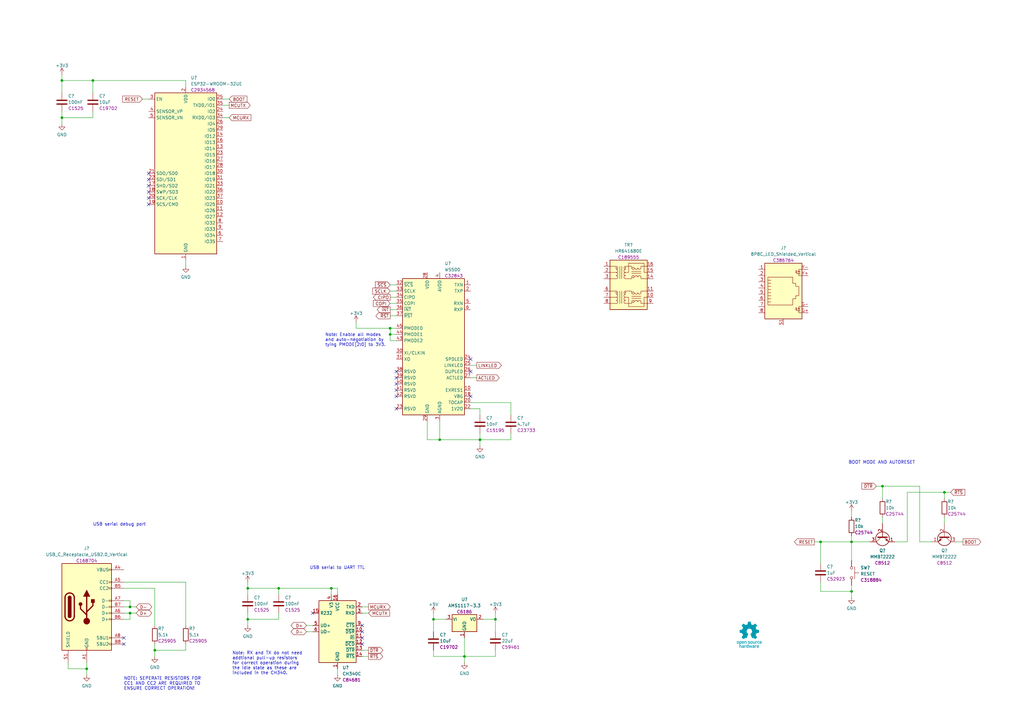
<source format=kicad_sch>
(kicad_sch (version 20211123) (generator eeschema)

  (uuid e63e39d7-6ac0-4ffd-8aa3-1841a4541b55)

  (paper "A3")

  (lib_symbols
    (symbol "Device:C" (pin_numbers hide) (pin_names (offset 0.254)) (in_bom yes) (on_board yes)
      (property "Reference" "C" (id 0) (at 0.635 2.54 0)
        (effects (font (size 1.27 1.27)) (justify left))
      )
      (property "Value" "C" (id 1) (at 0.635 -2.54 0)
        (effects (font (size 1.27 1.27)) (justify left))
      )
      (property "Footprint" "" (id 2) (at 0.9652 -3.81 0)
        (effects (font (size 1.27 1.27)) hide)
      )
      (property "Datasheet" "~" (id 3) (at 0 0 0)
        (effects (font (size 1.27 1.27)) hide)
      )
      (property "ki_keywords" "cap capacitor" (id 4) (at 0 0 0)
        (effects (font (size 1.27 1.27)) hide)
      )
      (property "ki_description" "Unpolarized capacitor" (id 5) (at 0 0 0)
        (effects (font (size 1.27 1.27)) hide)
      )
      (property "ki_fp_filters" "C_*" (id 6) (at 0 0 0)
        (effects (font (size 1.27 1.27)) hide)
      )
      (symbol "C_0_1"
        (polyline
          (pts
            (xy -2.032 -0.762)
            (xy 2.032 -0.762)
          )
          (stroke (width 0.508) (type default) (color 0 0 0 0))
          (fill (type none))
        )
        (polyline
          (pts
            (xy -2.032 0.762)
            (xy 2.032 0.762)
          )
          (stroke (width 0.508) (type default) (color 0 0 0 0))
          (fill (type none))
        )
      )
      (symbol "C_1_1"
        (pin passive line (at 0 3.81 270) (length 2.794)
          (name "~" (effects (font (size 1.27 1.27))))
          (number "1" (effects (font (size 1.27 1.27))))
        )
        (pin passive line (at 0 -3.81 90) (length 2.794)
          (name "~" (effects (font (size 1.27 1.27))))
          (number "2" (effects (font (size 1.27 1.27))))
        )
      )
    )
    (symbol "Device:R" (pin_numbers hide) (pin_names (offset 0)) (in_bom yes) (on_board yes)
      (property "Reference" "R" (id 0) (at 2.032 0 90)
        (effects (font (size 1.27 1.27)))
      )
      (property "Value" "R" (id 1) (at 0 0 90)
        (effects (font (size 1.27 1.27)))
      )
      (property "Footprint" "" (id 2) (at -1.778 0 90)
        (effects (font (size 1.27 1.27)) hide)
      )
      (property "Datasheet" "~" (id 3) (at 0 0 0)
        (effects (font (size 1.27 1.27)) hide)
      )
      (property "ki_keywords" "R res resistor" (id 4) (at 0 0 0)
        (effects (font (size 1.27 1.27)) hide)
      )
      (property "ki_description" "Resistor" (id 5) (at 0 0 0)
        (effects (font (size 1.27 1.27)) hide)
      )
      (property "ki_fp_filters" "R_*" (id 6) (at 0 0 0)
        (effects (font (size 1.27 1.27)) hide)
      )
      (symbol "R_0_1"
        (rectangle (start -1.016 -2.54) (end 1.016 2.54)
          (stroke (width 0.254) (type default) (color 0 0 0 0))
          (fill (type none))
        )
      )
      (symbol "R_1_1"
        (pin passive line (at 0 3.81 270) (length 1.27)
          (name "~" (effects (font (size 1.27 1.27))))
          (number "1" (effects (font (size 1.27 1.27))))
        )
        (pin passive line (at 0 -3.81 90) (length 1.27)
          (name "~" (effects (font (size 1.27 1.27))))
          (number "2" (effects (font (size 1.27 1.27))))
        )
      )
    )
    (symbol "JLCPCB:8P8C_LED_Shielded_Vertical" (pin_names (offset 1.016)) (in_bom yes) (on_board yes)
      (property "Reference" "J" (id 0) (at -5.08 13.97 0)
        (effects (font (size 1.27 1.27)) (justify right))
      )
      (property "Value" "8P8C_LED_Shielded_Vertical" (id 1) (at 1.27 16.002 0)
        (effects (font (size 1.27 1.27)) (justify left))
      )
      (property "Footprint" "JLCPCB:RJ45-TH_R-RJ45S08P-C000" (id 2) (at 0 0.635 90)
        (effects (font (size 1.27 1.27)) hide)
      )
      (property "Datasheet" "https://datasheet.lcsc.com/lcsc/1912111437_Ckmtw-Shenzhen-Cankemeng-R-RJ45S08P-C000_C386764.pdf" (id 3) (at 0 0.635 90)
        (effects (font (size 1.27 1.27)) hide)
      )
      (property "LCSC" "C386764" (id 4) (at 1.27 13.97 0)
        (effects (font (size 1.27 1.27)) (justify left))
      )
      (property "ki_keywords" "8P8C RJ female connector led" (id 5) (at 0 0 0)
        (effects (font (size 1.27 1.27)) hide)
      )
      (property "ki_description" "RJ connector, 8P8C (8 positions 8 connected), two LEDs, RJ45, Shielded" (id 6) (at 0 0 0)
        (effects (font (size 1.27 1.27)) hide)
      )
      (property "ki_fp_filters" "8P8C* RJ45*" (id 7) (at 0 0 0)
        (effects (font (size 1.27 1.27)) hide)
      )
      (symbol "8P8C_LED_Shielded_Vertical_0_1"
        (polyline
          (pts
            (xy -7.62 -7.62)
            (xy -6.35 -7.62)
          )
          (stroke (width 0) (type default) (color 0 0 0 0))
          (fill (type none))
        )
        (polyline
          (pts
            (xy -7.62 -5.08)
            (xy -6.35 -5.08)
          )
          (stroke (width 0) (type default) (color 0 0 0 0))
          (fill (type none))
        )
        (polyline
          (pts
            (xy -7.62 7.62)
            (xy -6.35 7.62)
          )
          (stroke (width 0) (type default) (color 0 0 0 0))
          (fill (type none))
        )
        (polyline
          (pts
            (xy -7.62 10.16)
            (xy -6.35 10.16)
          )
          (stroke (width 0) (type default) (color 0 0 0 0))
          (fill (type none))
        )
        (polyline
          (pts
            (xy -6.858 -5.842)
            (xy -5.842 -5.842)
          )
          (stroke (width 0) (type default) (color 0 0 0 0))
          (fill (type none))
        )
        (polyline
          (pts
            (xy -6.858 9.398)
            (xy -5.842 9.398)
          )
          (stroke (width 0) (type default) (color 0 0 0 0))
          (fill (type none))
        )
        (polyline
          (pts
            (xy -6.35 -7.62)
            (xy -6.35 -6.858)
          )
          (stroke (width 0) (type default) (color 0 0 0 0))
          (fill (type none))
        )
        (polyline
          (pts
            (xy -6.35 -5.08)
            (xy -6.35 -5.842)
          )
          (stroke (width 0) (type default) (color 0 0 0 0))
          (fill (type none))
        )
        (polyline
          (pts
            (xy -6.35 7.62)
            (xy -6.35 8.382)
          )
          (stroke (width 0) (type default) (color 0 0 0 0))
          (fill (type none))
        )
        (polyline
          (pts
            (xy -6.35 10.16)
            (xy -6.35 9.398)
          )
          (stroke (width 0) (type default) (color 0 0 0 0))
          (fill (type none))
        )
        (polyline
          (pts
            (xy -5.08 -6.223)
            (xy -5.207 -6.604)
          )
          (stroke (width 0) (type default) (color 0 0 0 0))
          (fill (type none))
        )
        (polyline
          (pts
            (xy -5.08 -5.588)
            (xy -5.207 -5.969)
          )
          (stroke (width 0) (type default) (color 0 0 0 0))
          (fill (type none))
        )
        (polyline
          (pts
            (xy -5.08 9.017)
            (xy -5.207 8.636)
          )
          (stroke (width 0) (type default) (color 0 0 0 0))
          (fill (type none))
        )
        (polyline
          (pts
            (xy -5.08 9.652)
            (xy -5.207 9.271)
          )
          (stroke (width 0) (type default) (color 0 0 0 0))
          (fill (type none))
        )
        (polyline
          (pts
            (xy 5.08 -3.175)
            (xy 6.35 -3.175)
          )
          (stroke (width 0) (type default) (color 0 0 0 0))
          (fill (type none))
        )
        (polyline
          (pts
            (xy 5.08 -1.905)
            (xy 6.35 -1.905)
          )
          (stroke (width 0) (type default) (color 0 0 0 0))
          (fill (type none))
        )
        (polyline
          (pts
            (xy -5.588 -6.731)
            (xy -5.08 -6.223)
            (xy -5.461 -6.35)
          )
          (stroke (width 0) (type default) (color 0 0 0 0))
          (fill (type none))
        )
        (polyline
          (pts
            (xy -5.588 -6.096)
            (xy -5.08 -5.588)
            (xy -5.461 -5.715)
          )
          (stroke (width 0) (type default) (color 0 0 0 0))
          (fill (type none))
        )
        (polyline
          (pts
            (xy -5.588 8.509)
            (xy -5.08 9.017)
            (xy -5.461 8.89)
          )
          (stroke (width 0) (type default) (color 0 0 0 0))
          (fill (type none))
        )
        (polyline
          (pts
            (xy -5.588 9.144)
            (xy -5.08 9.652)
            (xy -5.461 9.525)
          )
          (stroke (width 0) (type default) (color 0 0 0 0))
          (fill (type none))
        )
        (polyline
          (pts
            (xy 5.08 -0.635)
            (xy 6.35 -0.635)
            (xy 6.35 -0.635)
          )
          (stroke (width 0) (type default) (color 0 0 0 0))
          (fill (type none))
        )
        (polyline
          (pts
            (xy 6.35 0.635)
            (xy 5.08 0.635)
            (xy 5.08 0.635)
          )
          (stroke (width 0) (type default) (color 0 0 0 0))
          (fill (type none))
        )
        (polyline
          (pts
            (xy 6.35 1.905)
            (xy 5.08 1.905)
            (xy 5.08 1.905)
          )
          (stroke (width 0) (type default) (color 0 0 0 0))
          (fill (type none))
        )
        (polyline
          (pts
            (xy 6.35 3.175)
            (xy 5.08 3.175)
            (xy 5.08 3.175)
          )
          (stroke (width 0) (type default) (color 0 0 0 0))
          (fill (type none))
        )
        (polyline
          (pts
            (xy 6.35 4.445)
            (xy 5.08 4.445)
            (xy 5.08 4.445)
          )
          (stroke (width 0) (type default) (color 0 0 0 0))
          (fill (type none))
        )
        (polyline
          (pts
            (xy 6.35 5.715)
            (xy 5.08 5.715)
            (xy 5.08 5.715)
          )
          (stroke (width 0) (type default) (color 0 0 0 0))
          (fill (type none))
        )
        (polyline
          (pts
            (xy -6.35 -5.842)
            (xy -6.858 -6.858)
            (xy -5.842 -6.858)
            (xy -6.35 -5.842)
          )
          (stroke (width 0) (type default) (color 0 0 0 0))
          (fill (type none))
        )
        (polyline
          (pts
            (xy -6.35 9.398)
            (xy -6.858 8.382)
            (xy -5.842 8.382)
            (xy -6.35 9.398)
          )
          (stroke (width 0) (type default) (color 0 0 0 0))
          (fill (type none))
        )
        (polyline
          (pts
            (xy 6.35 6.985)
            (xy 6.35 -4.445)
            (xy -3.81 -4.445)
            (xy -3.81 -1.905)
            (xy -5.08 -1.905)
            (xy -5.08 -0.635)
            (xy -6.35 -0.635)
            (xy -6.35 3.175)
            (xy -5.08 3.175)
            (xy -5.08 4.445)
            (xy -3.81 4.445)
            (xy -3.81 6.985)
            (xy 6.35 6.985)
            (xy 6.35 6.985)
          )
          (stroke (width 0) (type default) (color 0 0 0 0))
          (fill (type none))
        )
        (rectangle (start 7.62 12.7) (end -7.62 -10.16)
          (stroke (width 0.254) (type default) (color 0 0 0 0))
          (fill (type background))
        )
      )
      (symbol "8P8C_LED_Shielded_Vertical_1_1"
        (pin passive line (at 10.16 10.16 180) (length 2.54)
          (name "~" (effects (font (size 1.27 1.27))))
          (number "1" (effects (font (size 1.27 1.27))))
        )
        (pin passive line (at 10.16 7.62 180) (length 2.54)
          (name "~" (effects (font (size 1.27 1.27))))
          (number "2" (effects (font (size 1.27 1.27))))
        )
        (pin passive line (at 10.16 5.08 180) (length 2.54)
          (name "~" (effects (font (size 1.27 1.27))))
          (number "3" (effects (font (size 1.27 1.27))))
        )
        (pin passive line (at 10.16 2.54 180) (length 2.54)
          (name "~" (effects (font (size 1.27 1.27))))
          (number "4" (effects (font (size 1.27 1.27))))
        )
        (pin passive line (at 10.16 0 180) (length 2.54)
          (name "~" (effects (font (size 1.27 1.27))))
          (number "5" (effects (font (size 1.27 1.27))))
        )
        (pin passive line (at 10.16 -2.54 180) (length 2.54)
          (name "~" (effects (font (size 1.27 1.27))))
          (number "6" (effects (font (size 1.27 1.27))))
        )
        (pin passive line (at 10.16 -5.08 180) (length 2.54)
          (name "~" (effects (font (size 1.27 1.27))))
          (number "7" (effects (font (size 1.27 1.27))))
        )
        (pin passive line (at 10.16 -7.62 180) (length 2.54)
          (name "~" (effects (font (size 1.27 1.27))))
          (number "8" (effects (font (size 1.27 1.27))))
        )
        (pin passive line (at -10.16 -7.62 0) (length 2.54)
          (name "~" (effects (font (size 1.27 1.27))))
          (number "G+" (effects (font (size 1.27 1.27))))
        )
        (pin passive line (at -10.16 -5.08 0) (length 2.54)
          (name "~" (effects (font (size 1.27 1.27))))
          (number "G-" (effects (font (size 1.27 1.27))))
        )
        (pin passive line (at 0 -12.7 90) (length 2.54)
          (name "~" (effects (font (size 1.27 1.27))))
          (number "S1" (effects (font (size 1.27 1.27))))
        )
        (pin passive line (at -10.16 7.62 0) (length 2.54)
          (name "~" (effects (font (size 1.27 1.27))))
          (number "Y+" (effects (font (size 1.27 1.27))))
        )
        (pin passive line (at -10.16 10.16 0) (length 2.54)
          (name "~" (effects (font (size 1.27 1.27))))
          (number "Y-" (effects (font (size 1.27 1.27))))
        )
      )
    )
    (symbol "JLCPCB:AMS1117-3.3" (pin_names (offset 0.254)) (in_bom yes) (on_board yes)
      (property "Reference" "U" (id 0) (at -3.81 3.175 0)
        (effects (font (size 1.27 1.27)))
      )
      (property "Value" "AMS1117-3.3" (id 1) (at 0 5.08 0)
        (effects (font (size 1.27 1.27)) (justify left))
      )
      (property "Footprint" "Package_TO_SOT_SMD:SOT-223-3_TabPin2" (id 2) (at 0 5.08 0)
        (effects (font (size 1.27 1.27)) hide)
      )
      (property "Datasheet" "http://www.advanced-monolithic.com/pdf/ds1117.pdf" (id 3) (at 2.54 -6.35 0)
        (effects (font (size 1.27 1.27)) hide)
      )
      (property "LCSC" "C6186" (id 4) (at 0 3.175 0)
        (effects (font (size 1.27 1.27)) (justify left))
      )
      (property "ki_keywords" "linear regulator ldo fixed positive" (id 5) (at 0 0 0)
        (effects (font (size 1.27 1.27)) hide)
      )
      (property "ki_description" "1A Low Dropout regulator, positive, 3.3V fixed output, SOT-223" (id 6) (at 0 0 0)
        (effects (font (size 1.27 1.27)) hide)
      )
      (property "ki_fp_filters" "SOT?223*TabPin2*" (id 7) (at 0 0 0)
        (effects (font (size 1.27 1.27)) hide)
      )
      (symbol "AMS1117-3.3_0_1"
        (rectangle (start -5.08 -5.08) (end 5.08 1.905)
          (stroke (width 0.254) (type default) (color 0 0 0 0))
          (fill (type background))
        )
      )
      (symbol "AMS1117-3.3_1_1"
        (pin power_in line (at 0 -7.62 90) (length 2.54)
          (name "GND" (effects (font (size 1.27 1.27))))
          (number "1" (effects (font (size 1.27 1.27))))
        )
        (pin power_out line (at 7.62 0 180) (length 2.54)
          (name "VO" (effects (font (size 1.27 1.27))))
          (number "2" (effects (font (size 1.27 1.27))))
        )
        (pin power_in line (at -7.62 0 0) (length 2.54)
          (name "VI" (effects (font (size 1.27 1.27))))
          (number "3" (effects (font (size 1.27 1.27))))
        )
      )
    )
    (symbol "JLCPCB:CH340C" (in_bom yes) (on_board yes)
      (property "Reference" "U" (id 0) (at -5.08 13.97 0)
        (effects (font (size 1.27 1.27)) (justify right))
      )
      (property "Value" "CH340C" (id 1) (at 1.27 15.875 0)
        (effects (font (size 1.27 1.27)) (justify left))
      )
      (property "Footprint" "Package_SO:SOIC-16_3.9x9.9mm_P1.27mm" (id 2) (at 1.27 -13.97 0)
        (effects (font (size 1.27 1.27)) (justify left) hide)
      )
      (property "Datasheet" "https://robototehnika.ru/file/CH340.pdf" (id 3) (at -8.89 20.32 0)
        (effects (font (size 1.27 1.27)) hide)
      )
      (property "LCSC" "C84681" (id 4) (at 1.27 13.97 0)
        (effects (font (size 1.27 1.27)) (justify left))
      )
      (property "ki_keywords" "USB UART Serial Converter Interface" (id 5) (at 0 0 0)
        (effects (font (size 1.27 1.27)) hide)
      )
      (property "ki_description" "USB serial converter, UART, SOIC-16" (id 6) (at 0 0 0)
        (effects (font (size 1.27 1.27)) hide)
      )
      (property "ki_fp_filters" "SOIC*3.9x9.9mm*P1.27mm*" (id 7) (at 0 0 0)
        (effects (font (size 1.27 1.27)) hide)
      )
      (symbol "CH340C_0_1"
        (rectangle (start -7.62 12.7) (end 7.62 -12.7)
          (stroke (width 0.254) (type default) (color 0 0 0 0))
          (fill (type background))
        )
      )
      (symbol "CH340C_1_1"
        (pin power_in line (at 0 -15.24 90) (length 2.54)
          (name "GND" (effects (font (size 1.27 1.27))))
          (number "1" (effects (font (size 1.27 1.27))))
        )
        (pin input line (at 10.16 0 180) (length 2.54)
          (name "~{DSR}" (effects (font (size 1.27 1.27))))
          (number "10" (effects (font (size 1.27 1.27))))
        )
        (pin input line (at 10.16 -2.54 180) (length 2.54)
          (name "~{RI}" (effects (font (size 1.27 1.27))))
          (number "11" (effects (font (size 1.27 1.27))))
        )
        (pin input line (at 10.16 -5.08 180) (length 2.54)
          (name "~{DCD}" (effects (font (size 1.27 1.27))))
          (number "12" (effects (font (size 1.27 1.27))))
        )
        (pin output line (at 10.16 -7.62 180) (length 2.54)
          (name "~{DTR}" (effects (font (size 1.27 1.27))))
          (number "13" (effects (font (size 1.27 1.27))))
        )
        (pin output line (at 10.16 -10.16 180) (length 2.54)
          (name "~{RTS}" (effects (font (size 1.27 1.27))))
          (number "14" (effects (font (size 1.27 1.27))))
        )
        (pin input line (at -10.16 7.62 0) (length 2.54)
          (name "R232" (effects (font (size 1.27 1.27))))
          (number "15" (effects (font (size 1.27 1.27))))
        )
        (pin power_in line (at 0 15.24 270) (length 2.54)
          (name "VCC" (effects (font (size 1.27 1.27))))
          (number "16" (effects (font (size 1.27 1.27))))
        )
        (pin output line (at 10.16 10.16 180) (length 2.54)
          (name "TXD" (effects (font (size 1.27 1.27))))
          (number "2" (effects (font (size 1.27 1.27))))
        )
        (pin input line (at 10.16 7.62 180) (length 2.54)
          (name "RXD" (effects (font (size 1.27 1.27))))
          (number "3" (effects (font (size 1.27 1.27))))
        )
        (pin passive line (at -2.54 15.24 270) (length 2.54)
          (name "V3" (effects (font (size 1.27 1.27))))
          (number "4" (effects (font (size 1.27 1.27))))
        )
        (pin bidirectional line (at -10.16 2.54 0) (length 2.54)
          (name "UD+" (effects (font (size 1.27 1.27))))
          (number "5" (effects (font (size 1.27 1.27))))
        )
        (pin bidirectional line (at -10.16 0 0) (length 2.54)
          (name "UD-" (effects (font (size 1.27 1.27))))
          (number "6" (effects (font (size 1.27 1.27))))
        )
        (pin no_connect line (at -7.62 -7.62 0) (length 2.54) hide
          (name "NC" (effects (font (size 1.27 1.27))))
          (number "7" (effects (font (size 1.27 1.27))))
        )
        (pin no_connect line (at -7.62 -10.16 0) (length 2.54) hide
          (name "NC" (effects (font (size 1.27 1.27))))
          (number "8" (effects (font (size 1.27 1.27))))
        )
        (pin input line (at 10.16 2.54 180) (length 2.54)
          (name "~{CTS}" (effects (font (size 1.27 1.27))))
          (number "9" (effects (font (size 1.27 1.27))))
        )
      )
    )
    (symbol "JLCPCB:ESP32-WROOM-32UE" (in_bom yes) (on_board yes)
      (property "Reference" "U" (id 0) (at -12.7 34.29 0)
        (effects (font (size 1.27 1.27)) (justify left))
      )
      (property "Value" "ESP32-WROOM-32UE" (id 1) (at 1.27 36.195 0)
        (effects (font (size 1.27 1.27)) (justify left))
      )
      (property "Footprint" "RF_Module:ESP32-WROOM-32U" (id 2) (at 0 -38.1 0)
        (effects (font (size 1.27 1.27)) hide)
      )
      (property "Datasheet" "https://www.espressif.com/sites/default/files/documentation/esp32-wroom-32d_esp32-wroom-32u_datasheet_en.pdf" (id 3) (at -7.62 1.27 0)
        (effects (font (size 1.27 1.27)) hide)
      )
      (property "LCSC" "C2934568" (id 4) (at 1.27 34.29 0)
        (effects (font (size 1.27 1.27)) (justify left))
      )
      (property "ki_keywords" "RF Radio BT ESP ESP32 Espressif external U.FL antenna" (id 5) (at 0 0 0)
        (effects (font (size 1.27 1.27)) hide)
      )
      (property "ki_description" "RF Module, ESP32-D0WD SoC, Wi-Fi 802.11b/g/n, Bluetooth, BLE, 32-bit, 2.7-3.6V, external antenna, SMD" (id 6) (at 0 0 0)
        (effects (font (size 1.27 1.27)) hide)
      )
      (property "ki_fp_filters" "ESP32?WROOM?32U*" (id 7) (at 0 0 0)
        (effects (font (size 1.27 1.27)) hide)
      )
      (symbol "ESP32-WROOM-32UE_0_1"
        (rectangle (start -12.7 33.02) (end 12.7 -33.02)
          (stroke (width 0.254) (type default) (color 0 0 0 0))
          (fill (type background))
        )
      )
      (symbol "ESP32-WROOM-32UE_1_1"
        (pin power_in line (at 0 -35.56 90) (length 2.54)
          (name "GND" (effects (font (size 1.27 1.27))))
          (number "1" (effects (font (size 1.27 1.27))))
        )
        (pin bidirectional line (at 15.24 -12.7 180) (length 2.54)
          (name "IO25" (effects (font (size 1.27 1.27))))
          (number "10" (effects (font (size 1.27 1.27))))
        )
        (pin bidirectional line (at 15.24 -15.24 180) (length 2.54)
          (name "IO26" (effects (font (size 1.27 1.27))))
          (number "11" (effects (font (size 1.27 1.27))))
        )
        (pin bidirectional line (at 15.24 -17.78 180) (length 2.54)
          (name "IO27" (effects (font (size 1.27 1.27))))
          (number "12" (effects (font (size 1.27 1.27))))
        )
        (pin bidirectional line (at 15.24 10.16 180) (length 2.54)
          (name "IO14" (effects (font (size 1.27 1.27))))
          (number "13" (effects (font (size 1.27 1.27))))
        )
        (pin bidirectional line (at 15.24 15.24 180) (length 2.54)
          (name "IO12" (effects (font (size 1.27 1.27))))
          (number "14" (effects (font (size 1.27 1.27))))
        )
        (pin passive line (at 0 -35.56 90) (length 2.54) hide
          (name "GND" (effects (font (size 1.27 1.27))))
          (number "15" (effects (font (size 1.27 1.27))))
        )
        (pin bidirectional line (at 15.24 12.7 180) (length 2.54)
          (name "IO13" (effects (font (size 1.27 1.27))))
          (number "16" (effects (font (size 1.27 1.27))))
        )
        (pin bidirectional line (at -15.24 -5.08 0) (length 2.54)
          (name "SHD/SD2" (effects (font (size 1.27 1.27))))
          (number "17" (effects (font (size 1.27 1.27))))
        )
        (pin bidirectional line (at -15.24 -7.62 0) (length 2.54)
          (name "SWP/SD3" (effects (font (size 1.27 1.27))))
          (number "18" (effects (font (size 1.27 1.27))))
        )
        (pin bidirectional line (at -15.24 -12.7 0) (length 2.54)
          (name "SCS/CMD" (effects (font (size 1.27 1.27))))
          (number "19" (effects (font (size 1.27 1.27))))
        )
        (pin power_in line (at 0 35.56 270) (length 2.54)
          (name "VDD" (effects (font (size 1.27 1.27))))
          (number "2" (effects (font (size 1.27 1.27))))
        )
        (pin bidirectional line (at -15.24 -10.16 0) (length 2.54)
          (name "SCK/CLK" (effects (font (size 1.27 1.27))))
          (number "20" (effects (font (size 1.27 1.27))))
        )
        (pin bidirectional line (at -15.24 0 0) (length 2.54)
          (name "SDO/SD0" (effects (font (size 1.27 1.27))))
          (number "21" (effects (font (size 1.27 1.27))))
        )
        (pin bidirectional line (at -15.24 -2.54 0) (length 2.54)
          (name "SDI/SD1" (effects (font (size 1.27 1.27))))
          (number "22" (effects (font (size 1.27 1.27))))
        )
        (pin bidirectional line (at 15.24 7.62 180) (length 2.54)
          (name "IO15" (effects (font (size 1.27 1.27))))
          (number "23" (effects (font (size 1.27 1.27))))
        )
        (pin bidirectional line (at 15.24 25.4 180) (length 2.54)
          (name "IO2" (effects (font (size 1.27 1.27))))
          (number "24" (effects (font (size 1.27 1.27))))
        )
        (pin bidirectional line (at 15.24 30.48 180) (length 2.54)
          (name "IO0" (effects (font (size 1.27 1.27))))
          (number "25" (effects (font (size 1.27 1.27))))
        )
        (pin bidirectional line (at 15.24 20.32 180) (length 2.54)
          (name "IO4" (effects (font (size 1.27 1.27))))
          (number "26" (effects (font (size 1.27 1.27))))
        )
        (pin bidirectional line (at 15.24 5.08 180) (length 2.54)
          (name "IO16" (effects (font (size 1.27 1.27))))
          (number "27" (effects (font (size 1.27 1.27))))
        )
        (pin bidirectional line (at 15.24 2.54 180) (length 2.54)
          (name "IO17" (effects (font (size 1.27 1.27))))
          (number "28" (effects (font (size 1.27 1.27))))
        )
        (pin bidirectional line (at 15.24 17.78 180) (length 2.54)
          (name "IO5" (effects (font (size 1.27 1.27))))
          (number "29" (effects (font (size 1.27 1.27))))
        )
        (pin input line (at -15.24 30.48 0) (length 2.54)
          (name "EN" (effects (font (size 1.27 1.27))))
          (number "3" (effects (font (size 1.27 1.27))))
        )
        (pin bidirectional line (at 15.24 0 180) (length 2.54)
          (name "IO18" (effects (font (size 1.27 1.27))))
          (number "30" (effects (font (size 1.27 1.27))))
        )
        (pin bidirectional line (at 15.24 -2.54 180) (length 2.54)
          (name "IO19" (effects (font (size 1.27 1.27))))
          (number "31" (effects (font (size 1.27 1.27))))
        )
        (pin no_connect line (at -12.7 -27.94 0) (length 2.54) hide
          (name "NC" (effects (font (size 1.27 1.27))))
          (number "32" (effects (font (size 1.27 1.27))))
        )
        (pin bidirectional line (at 15.24 -5.08 180) (length 2.54)
          (name "IO21" (effects (font (size 1.27 1.27))))
          (number "33" (effects (font (size 1.27 1.27))))
        )
        (pin bidirectional line (at 15.24 22.86 180) (length 2.54)
          (name "RXD0/IO3" (effects (font (size 1.27 1.27))))
          (number "34" (effects (font (size 1.27 1.27))))
        )
        (pin bidirectional line (at 15.24 27.94 180) (length 2.54)
          (name "TXD0/IO1" (effects (font (size 1.27 1.27))))
          (number "35" (effects (font (size 1.27 1.27))))
        )
        (pin bidirectional line (at 15.24 -7.62 180) (length 2.54)
          (name "IO22" (effects (font (size 1.27 1.27))))
          (number "36" (effects (font (size 1.27 1.27))))
        )
        (pin bidirectional line (at 15.24 -10.16 180) (length 2.54)
          (name "IO23" (effects (font (size 1.27 1.27))))
          (number "37" (effects (font (size 1.27 1.27))))
        )
        (pin passive line (at 0 -35.56 90) (length 2.54) hide
          (name "GND" (effects (font (size 1.27 1.27))))
          (number "38" (effects (font (size 1.27 1.27))))
        )
        (pin passive line (at 0 -35.56 90) (length 2.54) hide
          (name "GND" (effects (font (size 1.27 1.27))))
          (number "39" (effects (font (size 1.27 1.27))))
        )
        (pin input line (at -15.24 25.4 0) (length 2.54)
          (name "SENSOR_VP" (effects (font (size 1.27 1.27))))
          (number "4" (effects (font (size 1.27 1.27))))
        )
        (pin input line (at -15.24 22.86 0) (length 2.54)
          (name "SENSOR_VN" (effects (font (size 1.27 1.27))))
          (number "5" (effects (font (size 1.27 1.27))))
        )
        (pin input line (at 15.24 -25.4 180) (length 2.54)
          (name "IO34" (effects (font (size 1.27 1.27))))
          (number "6" (effects (font (size 1.27 1.27))))
        )
        (pin input line (at 15.24 -27.94 180) (length 2.54)
          (name "IO35" (effects (font (size 1.27 1.27))))
          (number "7" (effects (font (size 1.27 1.27))))
        )
        (pin bidirectional line (at 15.24 -20.32 180) (length 2.54)
          (name "IO32" (effects (font (size 1.27 1.27))))
          (number "8" (effects (font (size 1.27 1.27))))
        )
        (pin bidirectional line (at 15.24 -22.86 180) (length 2.54)
          (name "IO33" (effects (font (size 1.27 1.27))))
          (number "9" (effects (font (size 1.27 1.27))))
        )
      )
    )
    (symbol "JLCPCB:HR641680E" (pin_names hide) (in_bom yes) (on_board yes)
      (property "Reference" "TR" (id 0) (at 0 15.494 0)
        (effects (font (size 1.27 1.27)))
      )
      (property "Value" "HR641680E" (id 1) (at 0 13.462 0)
        (effects (font (size 1.27 1.27)))
      )
      (property "Footprint" "Transformer_SMD:Transformer_Ethernet_Bourns_PT61017PEL" (id 2) (at 0 -11.684 0)
        (effects (font (size 1.27 1.27)) hide)
      )
      (property "Datasheet" "https://datasheet.lcsc.com/lcsc/1811131654_HANRUN-Zhongshan-HanRun-Elec-HR641680E_C189555.pdf" (id 3) (at 0 -13.97 0)
        (effects (font (size 1.27 1.27)) hide)
      )
      (property "LCSC" "C189555" (id 4) (at 0 11.43 0)
        (effects (font (size 1.27 1.27)))
      )
      (property "ki_keywords" "single port ethernet transformer poe center-tap" (id 5) (at 0 0 0)
        (effects (font (size 1.27 1.27)) hide)
      )
      (property "ki_description" "Ethernet LAN 10/100 Base-Tx Transformer with Center Taps" (id 6) (at 0 0 0)
        (effects (font (size 1.27 1.27)) hide)
      )
      (property "ki_fp_filters" "Transformer*Ethernet*Bourns*PT61017PEL*" (id 7) (at 0 0 0)
        (effects (font (size 1.27 1.27)) hide)
      )
      (symbol "HR641680E_0_1"
        (rectangle (start -7.62 10.16) (end 7.62 -10.16)
          (stroke (width 0.254) (type default) (color 0 0 0 0))
          (fill (type background))
        )
        (arc (start -5.08 -7.62) (mid -4.445 -6.985) (end -5.08 -6.35)
          (stroke (width 0) (type default) (color 0 0 0 0))
          (fill (type none))
        )
        (circle (center -5.08 -3.175) (radius 0.1778)
          (stroke (width 0) (type default) (color 0 0 0 0))
          (fill (type none))
        )
        (polyline
          (pts
            (xy -5.08 -7.62)
            (xy -7.62 -7.62)
          )
          (stroke (width 0) (type default) (color 0 0 0 0))
          (fill (type none))
        )
        (polyline
          (pts
            (xy -5.08 -5.08)
            (xy -7.62 -5.08)
          )
          (stroke (width 0) (type default) (color 0 0 0 0))
          (fill (type none))
        )
        (polyline
          (pts
            (xy -5.08 -2.54)
            (xy -7.62 -2.54)
          )
          (stroke (width 0) (type default) (color 0 0 0 0))
          (fill (type none))
        )
        (polyline
          (pts
            (xy -3.556 -2.54)
            (xy -3.556 -7.62)
          )
          (stroke (width 0) (type default) (color 0 0 0 0))
          (fill (type none))
        )
        (polyline
          (pts
            (xy -3.556 2.54)
            (xy -3.556 7.62)
          )
          (stroke (width 0) (type default) (color 0 0 0 0))
          (fill (type none))
        )
        (polyline
          (pts
            (xy -2.794 -7.62)
            (xy -2.794 -2.54)
          )
          (stroke (width 0) (type default) (color 0 0 0 0))
          (fill (type none))
        )
        (polyline
          (pts
            (xy -2.794 7.62)
            (xy -2.794 2.54)
          )
          (stroke (width 0) (type default) (color 0 0 0 0))
          (fill (type none))
        )
        (polyline
          (pts
            (xy 1.27 -5.461)
            (xy 5.08 -5.461)
          )
          (stroke (width 0) (type default) (color 0 0 0 0))
          (fill (type none))
        )
        (polyline
          (pts
            (xy 1.27 -4.699)
            (xy 5.08 -4.699)
          )
          (stroke (width 0) (type default) (color 0 0 0 0))
          (fill (type none))
        )
        (polyline
          (pts
            (xy -1.27 -2.54)
            (xy 1.27 -2.54)
            (xy 1.27 -3.175)
          )
          (stroke (width 0) (type default) (color 0 0 0 0))
          (fill (type none))
        )
        (polyline
          (pts
            (xy 1.27 -6.985)
            (xy 1.27 -7.62)
            (xy -1.27 -7.62)
          )
          (stroke (width 0) (type default) (color 0 0 0 0))
          (fill (type none))
        )
        (polyline
          (pts
            (xy 5.08 -6.985)
            (xy 5.08 -7.62)
            (xy 7.62 -7.62)
          )
          (stroke (width 0) (type default) (color 0 0 0 0))
          (fill (type none))
        )
        (polyline
          (pts
            (xy 5.08 -3.175)
            (xy 5.08 -2.54)
            (xy 7.62 -2.54)
          )
          (stroke (width 0) (type default) (color 0 0 0 0))
          (fill (type none))
        )
        (polyline
          (pts
            (xy -1.27 -5.08)
            (xy 0 -5.08)
            (xy 0 -8.89)
            (xy 6.35 -8.89)
            (xy 6.35 -5.08)
            (xy 7.62 -5.08)
          )
          (stroke (width 0) (type default) (color 0 0 0 0))
          (fill (type none))
        )
      )
      (symbol "HR641680E_1_1"
        (arc (start -5.08 -6.35) (mid -4.445 -5.715) (end -5.08 -5.08)
          (stroke (width 0) (type default) (color 0 0 0 0))
          (fill (type none))
        )
        (arc (start -5.08 -5.08) (mid -4.445 -4.445) (end -5.08 -3.81)
          (stroke (width 0) (type default) (color 0 0 0 0))
          (fill (type none))
        )
        (arc (start -5.08 -3.81) (mid -4.445 -3.175) (end -5.08 -2.54)
          (stroke (width 0) (type default) (color 0 0 0 0))
          (fill (type none))
        )
        (arc (start -5.08 2.54) (mid -4.445 3.175) (end -5.08 3.81)
          (stroke (width 0) (type default) (color 0 0 0 0))
          (fill (type none))
        )
        (arc (start -5.08 3.81) (mid -4.445 4.445) (end -5.08 5.08)
          (stroke (width 0) (type default) (color 0 0 0 0))
          (fill (type none))
        )
        (arc (start -5.08 5.08) (mid -4.445 5.715) (end -5.08 6.35)
          (stroke (width 0) (type default) (color 0 0 0 0))
          (fill (type none))
        )
        (arc (start -5.08 6.35) (mid -4.445 6.985) (end -5.08 7.62)
          (stroke (width 0) (type default) (color 0 0 0 0))
          (fill (type none))
        )
        (circle (center -5.08 6.985) (radius 0.1778)
          (stroke (width 0) (type default) (color 0 0 0 0))
          (fill (type none))
        )
        (arc (start -1.27 -6.35) (mid -1.905 -6.985) (end -1.27 -7.62)
          (stroke (width 0) (type default) (color 0 0 0 0))
          (fill (type none))
        )
        (arc (start -1.27 -5.08) (mid -1.905 -5.715) (end -1.27 -6.35)
          (stroke (width 0) (type default) (color 0 0 0 0))
          (fill (type none))
        )
        (arc (start -1.27 -3.81) (mid -1.905 -4.445) (end -1.27 -5.08)
          (stroke (width 0) (type default) (color 0 0 0 0))
          (fill (type none))
        )
        (circle (center -1.27 -3.1496) (radius 0.1778)
          (stroke (width 0) (type default) (color 0 0 0 0))
          (fill (type none))
        )
        (arc (start -1.27 -2.54) (mid -1.905 -3.175) (end -1.27 -3.81)
          (stroke (width 0) (type default) (color 0 0 0 0))
          (fill (type none))
        )
        (arc (start -1.27 3.81) (mid -1.905 3.175) (end -1.27 2.54)
          (stroke (width 0) (type default) (color 0 0 0 0))
          (fill (type none))
        )
        (arc (start -1.27 5.08) (mid -1.905 4.445) (end -1.27 3.81)
          (stroke (width 0) (type default) (color 0 0 0 0))
          (fill (type none))
        )
        (arc (start -1.27 6.35) (mid -1.905 5.715) (end -1.27 5.08)
          (stroke (width 0) (type default) (color 0 0 0 0))
          (fill (type none))
        )
        (circle (center -1.27 7.0104) (radius 0.1778)
          (stroke (width 0) (type default) (color 0 0 0 0))
          (fill (type none))
        )
        (arc (start -1.27 7.62) (mid -1.905 6.985) (end -1.27 6.35)
          (stroke (width 0) (type default) (color 0 0 0 0))
          (fill (type none))
        )
        (polyline
          (pts
            (xy -5.08 2.54)
            (xy -7.62 2.54)
          )
          (stroke (width 0) (type default) (color 0 0 0 0))
          (fill (type none))
        )
        (polyline
          (pts
            (xy -5.08 5.08)
            (xy -7.62 5.08)
          )
          (stroke (width 0) (type default) (color 0 0 0 0))
          (fill (type none))
        )
        (polyline
          (pts
            (xy -5.08 7.62)
            (xy -7.62 7.62)
          )
          (stroke (width 0) (type default) (color 0 0 0 0))
          (fill (type none))
        )
        (polyline
          (pts
            (xy 1.27 4.699)
            (xy 5.08 4.699)
          )
          (stroke (width 0) (type default) (color 0 0 0 0))
          (fill (type none))
        )
        (polyline
          (pts
            (xy 1.27 5.461)
            (xy 5.08 5.461)
          )
          (stroke (width 0) (type default) (color 0 0 0 0))
          (fill (type none))
        )
        (polyline
          (pts
            (xy -1.27 7.62)
            (xy 1.27 7.62)
            (xy 1.27 6.985)
          )
          (stroke (width 0) (type default) (color 0 0 0 0))
          (fill (type none))
        )
        (polyline
          (pts
            (xy 1.27 3.175)
            (xy 1.27 2.54)
            (xy -1.27 2.54)
          )
          (stroke (width 0) (type default) (color 0 0 0 0))
          (fill (type none))
        )
        (polyline
          (pts
            (xy 5.08 3.175)
            (xy 5.08 2.54)
            (xy 7.62 2.54)
          )
          (stroke (width 0) (type default) (color 0 0 0 0))
          (fill (type none))
        )
        (polyline
          (pts
            (xy 5.08 6.985)
            (xy 5.08 7.62)
            (xy 7.62 7.62)
          )
          (stroke (width 0) (type default) (color 0 0 0 0))
          (fill (type none))
        )
        (polyline
          (pts
            (xy 7.62 5.08)
            (xy 6.35 5.08)
            (xy 6.35 8.89)
            (xy 0 8.89)
            (xy 0 5.08)
            (xy -1.27 5.08)
          )
          (stroke (width 0) (type default) (color 0 0 0 0))
          (fill (type none))
        )
        (arc (start 1.27 -3.175) (mid 1.905 -3.81) (end 2.54 -3.175)
          (stroke (width 0) (type default) (color 0 0 0 0))
          (fill (type none))
        )
        (arc (start 1.27 6.985) (mid 1.905 6.35) (end 2.54 6.985)
          (stroke (width 0) (type default) (color 0 0 0 0))
          (fill (type none))
        )
        (circle (center 1.905 -7.112) (radius 0.1778)
          (stroke (width 0) (type default) (color 0 0 0 0))
          (fill (type none))
        )
        (circle (center 1.905 -3.048) (radius 0.1778)
          (stroke (width 0) (type default) (color 0 0 0 0))
          (fill (type none))
        )
        (circle (center 1.905 3.048) (radius 0.1778)
          (stroke (width 0) (type default) (color 0 0 0 0))
          (fill (type none))
        )
        (circle (center 1.905 7.112) (radius 0.1778)
          (stroke (width 0) (type default) (color 0 0 0 0))
          (fill (type none))
        )
        (arc (start 2.54 -6.985) (mid 1.905 -6.35) (end 1.27 -6.985)
          (stroke (width 0) (type default) (color 0 0 0 0))
          (fill (type none))
        )
        (arc (start 2.54 -3.175) (mid 3.175 -3.81) (end 3.81 -3.175)
          (stroke (width 0) (type default) (color 0 0 0 0))
          (fill (type none))
        )
        (arc (start 2.54 3.175) (mid 1.905 3.81) (end 1.27 3.175)
          (stroke (width 0) (type default) (color 0 0 0 0))
          (fill (type none))
        )
        (arc (start 2.54 6.985) (mid 3.175 6.35) (end 3.81 6.985)
          (stroke (width 0) (type default) (color 0 0 0 0))
          (fill (type none))
        )
        (arc (start 3.81 -6.985) (mid 3.175 -6.35) (end 2.54 -6.985)
          (stroke (width 0) (type default) (color 0 0 0 0))
          (fill (type none))
        )
        (arc (start 3.81 -3.175) (mid 4.445 -3.81) (end 5.08 -3.175)
          (stroke (width 0) (type default) (color 0 0 0 0))
          (fill (type none))
        )
        (arc (start 3.81 3.175) (mid 3.175 3.81) (end 2.54 3.175)
          (stroke (width 0) (type default) (color 0 0 0 0))
          (fill (type none))
        )
        (arc (start 3.81 6.985) (mid 4.445 6.35) (end 5.08 6.985)
          (stroke (width 0) (type default) (color 0 0 0 0))
          (fill (type none))
        )
        (arc (start 5.08 -6.985) (mid 4.445 -6.35) (end 3.81 -6.985)
          (stroke (width 0) (type default) (color 0 0 0 0))
          (fill (type none))
        )
        (arc (start 5.08 3.175) (mid 4.445 3.81) (end 3.81 3.175)
          (stroke (width 0) (type default) (color 0 0 0 0))
          (fill (type none))
        )
        (pin passive line (at -10.16 7.62 0) (length 2.54)
          (name "TD+" (effects (font (size 1.27 1.27))))
          (number "1" (effects (font (size 1.27 1.27))))
        )
        (pin passive line (at 10.16 -5.08 180) (length 2.54)
          (name "C_RX" (effects (font (size 1.27 1.27))))
          (number "10" (effects (font (size 1.27 1.27))))
        )
        (pin passive line (at 10.16 -2.54 180) (length 2.54)
          (name "RX+" (effects (font (size 1.27 1.27))))
          (number "11" (effects (font (size 1.27 1.27))))
        )
        (pin passive line (at 10.16 2.54 180) (length 2.54)
          (name "TX-" (effects (font (size 1.27 1.27))))
          (number "14" (effects (font (size 1.27 1.27))))
        )
        (pin passive line (at 10.16 5.08 180) (length 2.54)
          (name "C_TX" (effects (font (size 1.27 1.27))))
          (number "15" (effects (font (size 1.27 1.27))))
        )
        (pin passive line (at 10.16 7.62 180) (length 2.54)
          (name "TX+" (effects (font (size 1.27 1.27))))
          (number "16" (effects (font (size 1.27 1.27))))
        )
        (pin passive line (at -10.16 5.08 0) (length 2.54)
          (name "CT1" (effects (font (size 1.27 1.27))))
          (number "2" (effects (font (size 1.27 1.27))))
        )
        (pin passive line (at -10.16 2.54 0) (length 2.54)
          (name "TD-" (effects (font (size 1.27 1.27))))
          (number "3" (effects (font (size 1.27 1.27))))
        )
        (pin passive line (at -10.16 -2.54 0) (length 2.54)
          (name "RD+" (effects (font (size 1.27 1.27))))
          (number "6" (effects (font (size 1.27 1.27))))
        )
        (pin passive line (at -10.16 -5.08 0) (length 2.54)
          (name "CT2" (effects (font (size 1.27 1.27))))
          (number "7" (effects (font (size 1.27 1.27))))
        )
        (pin passive line (at -10.16 -7.62 0) (length 2.54)
          (name "RD-" (effects (font (size 1.27 1.27))))
          (number "8" (effects (font (size 1.27 1.27))))
        )
        (pin passive line (at 10.16 -7.62 180) (length 2.54)
          (name "RX-" (effects (font (size 1.27 1.27))))
          (number "9" (effects (font (size 1.27 1.27))))
        )
      )
    )
    (symbol "JLCPCB:MMBT2222" (pin_names (offset 0) hide) (in_bom yes) (on_board yes)
      (property "Reference" "Q" (id 0) (at 5.08 1.905 0)
        (effects (font (size 1.27 1.27)) (justify left))
      )
      (property "Value" "MMBT2222" (id 1) (at 5.08 0 0)
        (effects (font (size 1.27 1.27)) (justify left))
      )
      (property "Footprint" "Package_TO_SOT_THT:TO-39-3" (id 2) (at 5.08 -1.905 0)
        (effects (font (size 1.27 1.27) italic) (justify left) hide)
      )
      (property "Datasheet" "https://www.onsemi.com/pdf/datasheet/mmbt2222lt1-d.pdf" (id 3) (at 0 0 0)
        (effects (font (size 1.27 1.27)) (justify left) hide)
      )
      (property "LCSC" "C8512" (id 4) (at 5.08 -1.778 0)
        (effects (font (size 1.27 1.27)) (justify left))
      )
      (property "ki_keywords" "NPN Transistor" (id 5) (at 0 0 0)
        (effects (font (size 1.27 1.27)) hide)
      )
      (property "ki_description" "600mA Ic, 40V Vce, NPN Transistor, SOT-23" (id 6) (at 0 0 0)
        (effects (font (size 1.27 1.27)) hide)
      )
      (property "ki_fp_filters" "TO?39*" (id 7) (at 0 0 0)
        (effects (font (size 1.27 1.27)) hide)
      )
      (symbol "MMBT2222_0_1"
        (polyline
          (pts
            (xy 0.635 0.635)
            (xy 2.54 2.54)
          )
          (stroke (width 0) (type default) (color 0 0 0 0))
          (fill (type none))
        )
        (polyline
          (pts
            (xy 0.635 -0.635)
            (xy 2.54 -2.54)
            (xy 2.54 -2.54)
          )
          (stroke (width 0) (type default) (color 0 0 0 0))
          (fill (type none))
        )
        (polyline
          (pts
            (xy 0.635 1.905)
            (xy 0.635 -1.905)
            (xy 0.635 -1.905)
          )
          (stroke (width 0.508) (type default) (color 0 0 0 0))
          (fill (type none))
        )
        (polyline
          (pts
            (xy 1.27 -1.778)
            (xy 1.778 -1.27)
            (xy 2.286 -2.286)
            (xy 1.27 -1.778)
            (xy 1.27 -1.778)
          )
          (stroke (width 0) (type default) (color 0 0 0 0))
          (fill (type outline))
        )
        (circle (center 1.27 0) (radius 2.8194)
          (stroke (width 0.254) (type default) (color 0 0 0 0))
          (fill (type none))
        )
      )
      (symbol "MMBT2222_1_1"
        (pin passive line (at 2.54 -5.08 90) (length 2.54)
          (name "E" (effects (font (size 1.27 1.27))))
          (number "1" (effects (font (size 1.27 1.27))))
        )
        (pin passive line (at -5.08 0 0) (length 5.715)
          (name "B" (effects (font (size 1.27 1.27))))
          (number "2" (effects (font (size 1.27 1.27))))
        )
        (pin passive line (at 2.54 5.08 270) (length 2.54)
          (name "C" (effects (font (size 1.27 1.27))))
          (number "3" (effects (font (size 1.27 1.27))))
        )
      )
    )
    (symbol "JLCPCB:SW_MEC_5G" (pin_numbers hide) (pin_names (offset 1.016) hide) (in_bom yes) (on_board yes)
      (property "Reference" "SW" (id 0) (at 1.016 4.318 0)
        (effects (font (size 1.27 1.27)) (justify left))
      )
      (property "Value" "SW_MEC_5G" (id 1) (at 0 -1.524 0)
        (effects (font (size 1.27 1.27)))
      )
      (property "Footprint" "Button_Switch_SMD:SW_SPST_TL3342" (id 2) (at 0 5.08 0)
        (effects (font (size 1.27 1.27)) hide)
      )
      (property "Datasheet" "https://datasheet.lcsc.com/lcsc/2002271431_XKB-Connectivity-TS-1187A-B-A-B_C318884.pdf" (id 3) (at 0 5.08 0)
        (effects (font (size 1.27 1.27)) hide)
      )
      (property "LCSC" "C318884" (id 4) (at 1.016 2.54 0)
        (effects (font (size 1.27 1.27)) (justify left))
      )
      (property "ki_keywords" "switch normally-open pushbutton push-button" (id 5) (at 0 0 0)
        (effects (font (size 1.27 1.27)) hide)
      )
      (property "ki_description" "MEC 5G single pole normally-open tactile switch" (id 6) (at 0 0 0)
        (effects (font (size 1.27 1.27)) hide)
      )
      (property "ki_fp_filters" "SW*MEC*5G*" (id 7) (at 0 0 0)
        (effects (font (size 1.27 1.27)) hide)
      )
      (symbol "SW_MEC_5G_0_1"
        (circle (center -2.032 0) (radius 0.508)
          (stroke (width 0) (type default) (color 0 0 0 0))
          (fill (type none))
        )
        (polyline
          (pts
            (xy 0 1.27)
            (xy 0 3.048)
          )
          (stroke (width 0) (type default) (color 0 0 0 0))
          (fill (type none))
        )
        (polyline
          (pts
            (xy 2.54 1.27)
            (xy -2.54 1.27)
          )
          (stroke (width 0) (type default) (color 0 0 0 0))
          (fill (type none))
        )
        (circle (center 2.032 0) (radius 0.508)
          (stroke (width 0) (type default) (color 0 0 0 0))
          (fill (type none))
        )
        (pin passive line (at -5.08 0 0) (length 2.54)
          (name "A" (effects (font (size 1.27 1.27))))
          (number "1" (effects (font (size 1.27 1.27))))
        )
        (pin passive line (at 5.08 0 180) (length 2.54)
          (name "B" (effects (font (size 1.27 1.27))))
          (number "3" (effects (font (size 1.27 1.27))))
        )
      )
      (symbol "SW_MEC_5G_1_1"
        (pin passive line (at -5.08 0 0) (length 2.54) hide
          (name "A" (effects (font (size 1.27 1.27))))
          (number "2" (effects (font (size 1.27 1.27))))
        )
        (pin passive line (at 5.08 0 180) (length 2.54) hide
          (name "B" (effects (font (size 1.27 1.27))))
          (number "4" (effects (font (size 1.27 1.27))))
        )
      )
    )
    (symbol "JLCPCB:USB_C_Receptacle_USB2.0_Vertical" (pin_names (offset 1.016)) (in_bom yes) (on_board yes)
      (property "Reference" "J" (id 0) (at -10.16 19.05 0)
        (effects (font (size 1.27 1.27)) (justify left))
      )
      (property "Value" "USB_C_Receptacle_USB2.0_Vertical" (id 1) (at 0.635 20.955 0)
        (effects (font (size 1.27 1.27)) (justify left))
      )
      (property "Footprint" "JLCPCB:USB_C_Receptacle_JEEC_918-418K2022Y40000" (id 2) (at 3.81 0 0)
        (effects (font (size 1.27 1.27)) hide)
      )
      (property "Datasheet" "https://datasheet.lcsc.com/lcsc/2103051834_Jing-Extension-of-the-Electronic-Co--918-418K2022Y40000_C168704.pdf" (id 3) (at 3.81 0 0)
        (effects (font (size 1.27 1.27)) hide)
      )
      (property "LCSC" "C168704" (id 4) (at 0.635 19.05 0)
        (effects (font (size 1.27 1.27)) (justify left))
      )
      (property "ki_keywords" "usb universal serial bus type-C USB2.0" (id 5) (at 0 0 0)
        (effects (font (size 1.27 1.27)) hide)
      )
      (property "ki_description" "USB 2.0-only Type-C Receptacle connector" (id 6) (at 0 0 0)
        (effects (font (size 1.27 1.27)) hide)
      )
      (property "ki_fp_filters" "USB*C*Receptacle*" (id 7) (at 0 0 0)
        (effects (font (size 1.27 1.27)) hide)
      )
      (symbol "USB_C_Receptacle_USB2.0_Vertical_0_0"
        (rectangle (start -0.254 -17.78) (end 0.254 -16.764)
          (stroke (width 0) (type default) (color 0 0 0 0))
          (fill (type none))
        )
        (rectangle (start 10.16 -14.986) (end 9.144 -15.494)
          (stroke (width 0) (type default) (color 0 0 0 0))
          (fill (type none))
        )
        (rectangle (start 10.16 -12.446) (end 9.144 -12.954)
          (stroke (width 0) (type default) (color 0 0 0 0))
          (fill (type none))
        )
        (rectangle (start 10.16 -4.826) (end 9.144 -5.334)
          (stroke (width 0) (type default) (color 0 0 0 0))
          (fill (type none))
        )
        (rectangle (start 10.16 -2.286) (end 9.144 -2.794)
          (stroke (width 0) (type default) (color 0 0 0 0))
          (fill (type none))
        )
        (rectangle (start 10.16 0.254) (end 9.144 -0.254)
          (stroke (width 0) (type default) (color 0 0 0 0))
          (fill (type none))
        )
        (rectangle (start 10.16 2.794) (end 9.144 2.286)
          (stroke (width 0) (type default) (color 0 0 0 0))
          (fill (type none))
        )
        (rectangle (start 10.16 7.874) (end 9.144 7.366)
          (stroke (width 0) (type default) (color 0 0 0 0))
          (fill (type none))
        )
        (rectangle (start 10.16 10.414) (end 9.144 9.906)
          (stroke (width 0) (type default) (color 0 0 0 0))
          (fill (type none))
        )
        (rectangle (start 10.16 15.494) (end 9.144 14.986)
          (stroke (width 0) (type default) (color 0 0 0 0))
          (fill (type none))
        )
      )
      (symbol "USB_C_Receptacle_USB2.0_Vertical_0_1"
        (rectangle (start -10.16 17.78) (end 10.16 -17.78)
          (stroke (width 0.254) (type default) (color 0 0 0 0))
          (fill (type background))
        )
        (arc (start -8.89 -3.81) (mid -6.985 -5.715) (end -5.08 -3.81)
          (stroke (width 0.508) (type default) (color 0 0 0 0))
          (fill (type none))
        )
        (arc (start -7.62 -3.81) (mid -6.985 -4.445) (end -6.35 -3.81)
          (stroke (width 0.254) (type default) (color 0 0 0 0))
          (fill (type none))
        )
        (arc (start -7.62 -3.81) (mid -6.985 -4.445) (end -6.35 -3.81)
          (stroke (width 0.254) (type default) (color 0 0 0 0))
          (fill (type outline))
        )
        (rectangle (start -7.62 -3.81) (end -6.35 3.81)
          (stroke (width 0.254) (type default) (color 0 0 0 0))
          (fill (type outline))
        )
        (arc (start -6.35 3.81) (mid -6.985 4.445) (end -7.62 3.81)
          (stroke (width 0.254) (type default) (color 0 0 0 0))
          (fill (type none))
        )
        (arc (start -6.35 3.81) (mid -6.985 4.445) (end -7.62 3.81)
          (stroke (width 0.254) (type default) (color 0 0 0 0))
          (fill (type outline))
        )
        (arc (start -5.08 3.81) (mid -6.985 5.715) (end -8.89 3.81)
          (stroke (width 0.508) (type default) (color 0 0 0 0))
          (fill (type none))
        )
        (circle (center -2.54 1.143) (radius 0.635)
          (stroke (width 0.254) (type default) (color 0 0 0 0))
          (fill (type outline))
        )
        (circle (center 0 -5.842) (radius 1.27)
          (stroke (width 0) (type default) (color 0 0 0 0))
          (fill (type outline))
        )
        (polyline
          (pts
            (xy -8.89 -3.81)
            (xy -8.89 3.81)
          )
          (stroke (width 0.508) (type default) (color 0 0 0 0))
          (fill (type none))
        )
        (polyline
          (pts
            (xy -5.08 3.81)
            (xy -5.08 -3.81)
          )
          (stroke (width 0.508) (type default) (color 0 0 0 0))
          (fill (type none))
        )
        (polyline
          (pts
            (xy 0 -5.842)
            (xy 0 4.318)
          )
          (stroke (width 0.508) (type default) (color 0 0 0 0))
          (fill (type none))
        )
        (polyline
          (pts
            (xy 0 -3.302)
            (xy -2.54 -0.762)
            (xy -2.54 0.508)
          )
          (stroke (width 0.508) (type default) (color 0 0 0 0))
          (fill (type none))
        )
        (polyline
          (pts
            (xy 0 -2.032)
            (xy 2.54 0.508)
            (xy 2.54 1.778)
          )
          (stroke (width 0.508) (type default) (color 0 0 0 0))
          (fill (type none))
        )
        (polyline
          (pts
            (xy -1.27 4.318)
            (xy 0 6.858)
            (xy 1.27 4.318)
            (xy -1.27 4.318)
          )
          (stroke (width 0.254) (type default) (color 0 0 0 0))
          (fill (type outline))
        )
        (rectangle (start 1.905 1.778) (end 3.175 3.048)
          (stroke (width 0.254) (type default) (color 0 0 0 0))
          (fill (type outline))
        )
      )
      (symbol "USB_C_Receptacle_USB2.0_Vertical_1_1"
        (pin passive line (at 0 -22.86 90) (length 5.08)
          (name "GND" (effects (font (size 1.27 1.27))))
          (number "A1" (effects (font (size 1.27 1.27))))
        )
        (pin passive line (at 0 -22.86 90) (length 5.08) hide
          (name "GND" (effects (font (size 1.27 1.27))))
          (number "A12" (effects (font (size 1.27 1.27))))
        )
        (pin passive line (at 15.24 15.24 180) (length 5.08)
          (name "VBUS" (effects (font (size 1.27 1.27))))
          (number "A4" (effects (font (size 1.27 1.27))))
        )
        (pin bidirectional line (at 15.24 10.16 180) (length 5.08)
          (name "CC1" (effects (font (size 1.27 1.27))))
          (number "A5" (effects (font (size 1.27 1.27))))
        )
        (pin bidirectional line (at 15.24 -2.54 180) (length 5.08)
          (name "D+" (effects (font (size 1.27 1.27))))
          (number "A6" (effects (font (size 1.27 1.27))))
        )
        (pin bidirectional line (at 15.24 2.54 180) (length 5.08)
          (name "D-" (effects (font (size 1.27 1.27))))
          (number "A7" (effects (font (size 1.27 1.27))))
        )
        (pin bidirectional line (at 15.24 -12.7 180) (length 5.08)
          (name "SBU1" (effects (font (size 1.27 1.27))))
          (number "A8" (effects (font (size 1.27 1.27))))
        )
        (pin passive line (at 15.24 15.24 180) (length 5.08) hide
          (name "VBUS" (effects (font (size 1.27 1.27))))
          (number "A9" (effects (font (size 1.27 1.27))))
        )
        (pin passive line (at 0 -22.86 90) (length 5.08) hide
          (name "GND" (effects (font (size 1.27 1.27))))
          (number "B1" (effects (font (size 1.27 1.27))))
        )
        (pin passive line (at 0 -22.86 90) (length 5.08) hide
          (name "GND" (effects (font (size 1.27 1.27))))
          (number "B12" (effects (font (size 1.27 1.27))))
        )
        (pin passive line (at 15.24 15.24 180) (length 5.08) hide
          (name "VBUS" (effects (font (size 1.27 1.27))))
          (number "B4" (effects (font (size 1.27 1.27))))
        )
        (pin bidirectional line (at 15.24 7.62 180) (length 5.08)
          (name "CC2" (effects (font (size 1.27 1.27))))
          (number "B5" (effects (font (size 1.27 1.27))))
        )
        (pin bidirectional line (at 15.24 -5.08 180) (length 5.08)
          (name "D+" (effects (font (size 1.27 1.27))))
          (number "B6" (effects (font (size 1.27 1.27))))
        )
        (pin bidirectional line (at 15.24 0 180) (length 5.08)
          (name "D-" (effects (font (size 1.27 1.27))))
          (number "B7" (effects (font (size 1.27 1.27))))
        )
        (pin bidirectional line (at 15.24 -15.24 180) (length 5.08)
          (name "SBU2" (effects (font (size 1.27 1.27))))
          (number "B8" (effects (font (size 1.27 1.27))))
        )
        (pin passive line (at 15.24 15.24 180) (length 5.08) hide
          (name "VBUS" (effects (font (size 1.27 1.27))))
          (number "B9" (effects (font (size 1.27 1.27))))
        )
        (pin passive line (at -7.62 -22.86 90) (length 5.08)
          (name "SHIELD" (effects (font (size 1.27 1.27))))
          (number "S1" (effects (font (size 1.27 1.27))))
        )
      )
    )
    (symbol "JLCPCB:W5500" (in_bom yes) (on_board yes)
      (property "Reference" "U" (id 0) (at -11.43 29.21 0)
        (effects (font (size 1.27 1.27)))
      )
      (property "Value" "W5500" (id 1) (at 8.89 30.988 0)
        (effects (font (size 1.27 1.27)))
      )
      (property "Footprint" "Package_QFP:LQFP-48_7x7mm_P0.5mm" (id 2) (at 0 41.91 0)
        (effects (font (size 1.27 1.27)) hide)
      )
      (property "Datasheet" "http://wizwiki.net/wiki/lib/exe/fetch.php/products:w5500:w5500_ds_v109e.pdf" (id 3) (at 0 25.4 0)
        (effects (font (size 1.27 1.27)) hide)
      )
      (property "LCSC" "C32843" (id 4) (at 5.588 29.21 0)
        (effects (font (size 1.27 1.27)) (justify left))
      )
      (property "ki_keywords" "WIZnet Ethernet controller" (id 5) (at 0 0 0)
        (effects (font (size 1.27 1.27)) hide)
      )
      (property "ki_description" "10/100Mb SPI Ethernet controller with TCP/IP stack, LQFP-48" (id 6) (at 0 0 0)
        (effects (font (size 1.27 1.27)) hide)
      )
      (property "ki_fp_filters" "LQFP*7x7mm*P0.5mm*" (id 7) (at 0 0 0)
        (effects (font (size 1.27 1.27)) hide)
      )
      (symbol "W5500_0_1"
        (rectangle (start -12.7 27.94) (end 12.7 -27.94)
          (stroke (width 0.254) (type default) (color 0 0 0 0))
          (fill (type background))
        )
      )
      (symbol "W5500_1_1"
        (pin output line (at 15.24 25.4 180) (length 2.54)
          (name "TXN" (effects (font (size 1.27 1.27))))
          (number "1" (effects (font (size 1.27 1.27))))
        )
        (pin passive line (at 15.24 -17.78 180) (length 2.54)
          (name "EXRES1" (effects (font (size 1.27 1.27))))
          (number "10" (effects (font (size 1.27 1.27))))
        )
        (pin passive line (at 2.54 30.48 270) (length 2.54) hide
          (name "AVDD" (effects (font (size 1.27 1.27))))
          (number "11" (effects (font (size 1.27 1.27))))
        )
        (pin no_connect line (at 12.7 7.62 180) (length 2.54) hide
          (name "NC" (effects (font (size 1.27 1.27))))
          (number "12" (effects (font (size 1.27 1.27))))
        )
        (pin no_connect line (at 12.7 5.08 180) (length 2.54) hide
          (name "NC" (effects (font (size 1.27 1.27))))
          (number "13" (effects (font (size 1.27 1.27))))
        )
        (pin passive line (at 2.54 -30.48 90) (length 2.54) hide
          (name "AGND" (effects (font (size 1.27 1.27))))
          (number "14" (effects (font (size 1.27 1.27))))
        )
        (pin passive line (at 2.54 30.48 270) (length 2.54) hide
          (name "AVDD" (effects (font (size 1.27 1.27))))
          (number "15" (effects (font (size 1.27 1.27))))
        )
        (pin passive line (at 2.54 -30.48 90) (length 2.54) hide
          (name "AGND" (effects (font (size 1.27 1.27))))
          (number "16" (effects (font (size 1.27 1.27))))
        )
        (pin passive line (at 2.54 30.48 270) (length 2.54) hide
          (name "AVDD" (effects (font (size 1.27 1.27))))
          (number "17" (effects (font (size 1.27 1.27))))
        )
        (pin passive line (at 15.24 -20.32 180) (length 2.54)
          (name "VBG" (effects (font (size 1.27 1.27))))
          (number "18" (effects (font (size 1.27 1.27))))
        )
        (pin passive line (at 2.54 -30.48 90) (length 2.54) hide
          (name "AGND" (effects (font (size 1.27 1.27))))
          (number "19" (effects (font (size 1.27 1.27))))
        )
        (pin output line (at 15.24 22.86 180) (length 2.54)
          (name "TXP" (effects (font (size 1.27 1.27))))
          (number "2" (effects (font (size 1.27 1.27))))
        )
        (pin passive line (at 15.24 -22.86 180) (length 2.54)
          (name "TOCAP" (effects (font (size 1.27 1.27))))
          (number "20" (effects (font (size 1.27 1.27))))
        )
        (pin passive line (at 2.54 30.48 270) (length 2.54) hide
          (name "AVDD" (effects (font (size 1.27 1.27))))
          (number "21" (effects (font (size 1.27 1.27))))
        )
        (pin output line (at 15.24 -25.4 180) (length 2.54)
          (name "1V2O" (effects (font (size 1.27 1.27))))
          (number "22" (effects (font (size 1.27 1.27))))
        )
        (pin input line (at -15.24 -25.4 0) (length 2.54)
          (name "RSVD" (effects (font (size 1.27 1.27))))
          (number "23" (effects (font (size 1.27 1.27))))
        )
        (pin output line (at 15.24 -5.08 180) (length 2.54)
          (name "SPDLED" (effects (font (size 1.27 1.27))))
          (number "24" (effects (font (size 1.27 1.27))))
        )
        (pin output line (at 15.24 -7.62 180) (length 2.54)
          (name "LINKLED" (effects (font (size 1.27 1.27))))
          (number "25" (effects (font (size 1.27 1.27))))
        )
        (pin output line (at 15.24 -10.16 180) (length 2.54)
          (name "DUPLED" (effects (font (size 1.27 1.27))))
          (number "26" (effects (font (size 1.27 1.27))))
        )
        (pin output line (at 15.24 -12.7 180) (length 2.54)
          (name "ACTLED" (effects (font (size 1.27 1.27))))
          (number "27" (effects (font (size 1.27 1.27))))
        )
        (pin power_in line (at -2.54 30.48 270) (length 2.54)
          (name "VDD" (effects (font (size 1.27 1.27))))
          (number "28" (effects (font (size 1.27 1.27))))
        )
        (pin power_in line (at -2.54 -30.48 90) (length 2.54)
          (name "GND" (effects (font (size 1.27 1.27))))
          (number "29" (effects (font (size 1.27 1.27))))
        )
        (pin power_in line (at 2.54 -30.48 90) (length 2.54)
          (name "AGND" (effects (font (size 1.27 1.27))))
          (number "3" (effects (font (size 1.27 1.27))))
        )
        (pin input line (at -15.24 -2.54 0) (length 2.54)
          (name "XI/CLKIN" (effects (font (size 1.27 1.27))))
          (number "30" (effects (font (size 1.27 1.27))))
        )
        (pin output line (at -15.24 -5.08 0) (length 2.54)
          (name "XO" (effects (font (size 1.27 1.27))))
          (number "31" (effects (font (size 1.27 1.27))))
        )
        (pin input line (at -15.24 25.4 0) (length 2.54)
          (name "~{SCS}" (effects (font (size 1.27 1.27))))
          (number "32" (effects (font (size 1.27 1.27))))
        )
        (pin input line (at -15.24 22.86 0) (length 2.54)
          (name "SCLK" (effects (font (size 1.27 1.27))))
          (number "33" (effects (font (size 1.27 1.27))))
        )
        (pin output line (at -15.24 20.32 0) (length 2.54)
          (name "CIPO" (effects (font (size 1.27 1.27))))
          (number "34" (effects (font (size 1.27 1.27))))
        )
        (pin input line (at -15.24 17.78 0) (length 2.54)
          (name "COPI" (effects (font (size 1.27 1.27))))
          (number "35" (effects (font (size 1.27 1.27))))
        )
        (pin input line (at -15.24 15.24 0) (length 2.54)
          (name "~{INT}" (effects (font (size 1.27 1.27))))
          (number "36" (effects (font (size 1.27 1.27))))
        )
        (pin input line (at -15.24 12.7 0) (length 2.54)
          (name "~{RST}" (effects (font (size 1.27 1.27))))
          (number "37" (effects (font (size 1.27 1.27))))
        )
        (pin input line (at -15.24 -10.16 0) (length 2.54)
          (name "RSVD" (effects (font (size 1.27 1.27))))
          (number "38" (effects (font (size 1.27 1.27))))
        )
        (pin input line (at -15.24 -12.7 0) (length 2.54)
          (name "RSVD" (effects (font (size 1.27 1.27))))
          (number "39" (effects (font (size 1.27 1.27))))
        )
        (pin power_in line (at 2.54 30.48 270) (length 2.54)
          (name "AVDD" (effects (font (size 1.27 1.27))))
          (number "4" (effects (font (size 1.27 1.27))))
        )
        (pin input line (at -15.24 -15.24 0) (length 2.54)
          (name "RSVD" (effects (font (size 1.27 1.27))))
          (number "40" (effects (font (size 1.27 1.27))))
        )
        (pin input line (at -15.24 -17.78 0) (length 2.54)
          (name "RSVD" (effects (font (size 1.27 1.27))))
          (number "41" (effects (font (size 1.27 1.27))))
        )
        (pin input line (at -15.24 -20.32 0) (length 2.54)
          (name "RSVD" (effects (font (size 1.27 1.27))))
          (number "42" (effects (font (size 1.27 1.27))))
        )
        (pin input line (at -15.24 2.54 0) (length 2.54)
          (name "PMODE2" (effects (font (size 1.27 1.27))))
          (number "43" (effects (font (size 1.27 1.27))))
        )
        (pin input line (at -15.24 5.08 0) (length 2.54)
          (name "PMODE1" (effects (font (size 1.27 1.27))))
          (number "44" (effects (font (size 1.27 1.27))))
        )
        (pin input line (at -15.24 7.62 0) (length 2.54)
          (name "PMODE0" (effects (font (size 1.27 1.27))))
          (number "45" (effects (font (size 1.27 1.27))))
        )
        (pin no_connect line (at 12.7 2.54 180) (length 2.54) hide
          (name "NC" (effects (font (size 1.27 1.27))))
          (number "46" (effects (font (size 1.27 1.27))))
        )
        (pin no_connect line (at 12.7 0 180) (length 2.54) hide
          (name "NC" (effects (font (size 1.27 1.27))))
          (number "47" (effects (font (size 1.27 1.27))))
        )
        (pin passive line (at 2.54 -30.48 90) (length 2.54) hide
          (name "AGND" (effects (font (size 1.27 1.27))))
          (number "48" (effects (font (size 1.27 1.27))))
        )
        (pin input line (at 15.24 17.78 180) (length 2.54)
          (name "RXN" (effects (font (size 1.27 1.27))))
          (number "5" (effects (font (size 1.27 1.27))))
        )
        (pin input line (at 15.24 15.24 180) (length 2.54)
          (name "RXP" (effects (font (size 1.27 1.27))))
          (number "6" (effects (font (size 1.27 1.27))))
        )
        (pin no_connect line (at 12.7 10.16 180) (length 2.54) hide
          (name "DNC" (effects (font (size 1.27 1.27))))
          (number "7" (effects (font (size 1.27 1.27))))
        )
        (pin passive line (at 2.54 30.48 270) (length 2.54) hide
          (name "AVDD" (effects (font (size 1.27 1.27))))
          (number "8" (effects (font (size 1.27 1.27))))
        )
        (pin passive line (at 2.54 -30.48 90) (length 2.54) hide
          (name "AGND" (effects (font (size 1.27 1.27))))
          (number "9" (effects (font (size 1.27 1.27))))
        )
      )
    )
    (symbol "power:+3V3" (power) (pin_names (offset 0)) (in_bom yes) (on_board yes)
      (property "Reference" "#PWR" (id 0) (at 0 -3.81 0)
        (effects (font (size 1.27 1.27)) hide)
      )
      (property "Value" "+3V3" (id 1) (at 0 3.556 0)
        (effects (font (size 1.27 1.27)))
      )
      (property "Footprint" "" (id 2) (at 0 0 0)
        (effects (font (size 1.27 1.27)) hide)
      )
      (property "Datasheet" "" (id 3) (at 0 0 0)
        (effects (font (size 1.27 1.27)) hide)
      )
      (property "ki_keywords" "power-flag" (id 4) (at 0 0 0)
        (effects (font (size 1.27 1.27)) hide)
      )
      (property "ki_description" "Power symbol creates a global label with name \"+3V3\"" (id 5) (at 0 0 0)
        (effects (font (size 1.27 1.27)) hide)
      )
      (symbol "+3V3_0_1"
        (polyline
          (pts
            (xy -0.762 1.27)
            (xy 0 2.54)
          )
          (stroke (width 0) (type default) (color 0 0 0 0))
          (fill (type none))
        )
        (polyline
          (pts
            (xy 0 0)
            (xy 0 2.54)
          )
          (stroke (width 0) (type default) (color 0 0 0 0))
          (fill (type none))
        )
        (polyline
          (pts
            (xy 0 2.54)
            (xy 0.762 1.27)
          )
          (stroke (width 0) (type default) (color 0 0 0 0))
          (fill (type none))
        )
      )
      (symbol "+3V3_1_1"
        (pin power_in line (at 0 0 90) (length 0) hide
          (name "+3V3" (effects (font (size 1.27 1.27))))
          (number "1" (effects (font (size 1.27 1.27))))
        )
      )
    )
    (symbol "power:+5V" (power) (pin_names (offset 0)) (in_bom yes) (on_board yes)
      (property "Reference" "#PWR" (id 0) (at 0 -3.81 0)
        (effects (font (size 1.27 1.27)) hide)
      )
      (property "Value" "+5V" (id 1) (at 0 3.556 0)
        (effects (font (size 1.27 1.27)))
      )
      (property "Footprint" "" (id 2) (at 0 0 0)
        (effects (font (size 1.27 1.27)) hide)
      )
      (property "Datasheet" "" (id 3) (at 0 0 0)
        (effects (font (size 1.27 1.27)) hide)
      )
      (property "ki_keywords" "power-flag" (id 4) (at 0 0 0)
        (effects (font (size 1.27 1.27)) hide)
      )
      (property "ki_description" "Power symbol creates a global label with name \"+5V\"" (id 5) (at 0 0 0)
        (effects (font (size 1.27 1.27)) hide)
      )
      (symbol "+5V_0_1"
        (polyline
          (pts
            (xy -0.762 1.27)
            (xy 0 2.54)
          )
          (stroke (width 0) (type default) (color 0 0 0 0))
          (fill (type none))
        )
        (polyline
          (pts
            (xy 0 0)
            (xy 0 2.54)
          )
          (stroke (width 0) (type default) (color 0 0 0 0))
          (fill (type none))
        )
        (polyline
          (pts
            (xy 0 2.54)
            (xy 0.762 1.27)
          )
          (stroke (width 0) (type default) (color 0 0 0 0))
          (fill (type none))
        )
      )
      (symbol "+5V_1_1"
        (pin power_in line (at 0 0 90) (length 0) hide
          (name "+5V" (effects (font (size 1.27 1.27))))
          (number "1" (effects (font (size 1.27 1.27))))
        )
      )
    )
    (symbol "power:GND" (power) (pin_names (offset 0)) (in_bom yes) (on_board yes)
      (property "Reference" "#PWR" (id 0) (at 0 -6.35 0)
        (effects (font (size 1.27 1.27)) hide)
      )
      (property "Value" "GND" (id 1) (at 0 -3.81 0)
        (effects (font (size 1.27 1.27)))
      )
      (property "Footprint" "" (id 2) (at 0 0 0)
        (effects (font (size 1.27 1.27)) hide)
      )
      (property "Datasheet" "" (id 3) (at 0 0 0)
        (effects (font (size 1.27 1.27)) hide)
      )
      (property "ki_keywords" "power-flag" (id 4) (at 0 0 0)
        (effects (font (size 1.27 1.27)) hide)
      )
      (property "ki_description" "Power symbol creates a global label with name \"GND\" , ground" (id 5) (at 0 0 0)
        (effects (font (size 1.27 1.27)) hide)
      )
      (symbol "GND_0_1"
        (polyline
          (pts
            (xy 0 0)
            (xy 0 -1.27)
            (xy 1.27 -1.27)
            (xy 0 -2.54)
            (xy -1.27 -1.27)
            (xy 0 -1.27)
          )
          (stroke (width 0) (type default) (color 0 0 0 0))
          (fill (type none))
        )
      )
      (symbol "GND_1_1"
        (pin power_in line (at 0 0 270) (length 0) hide
          (name "GND" (effects (font (size 1.27 1.27))))
          (number "1" (effects (font (size 1.27 1.27))))
        )
      )
    )
  )

  (junction (at 349.25 222.25) (diameter 0) (color 0 0 0 0)
    (uuid 03b8dbef-22de-4eba-92a2-7dcb41cdc738)
  )
  (junction (at 63.5 266.7) (diameter 0) (color 0 0 0 0)
    (uuid 0ac0a38f-5e3d-4732-b8b5-081bb11c9caa)
  )
  (junction (at 336.55 222.25) (diameter 0) (color 0 0 0 0)
    (uuid 13d788f8-8304-438f-8666-a348bea227c9)
  )
  (junction (at 387.35 201.93) (diameter 0) (color 0 0 0 0)
    (uuid 1991e4e8-c47b-484d-ba37-c4be673ea5c2)
  )
  (junction (at 38.1 33.02) (diameter 0) (color 0 0 0 0)
    (uuid 22b61a8f-1a1b-45fd-8ccf-2e08055d1127)
  )
  (junction (at 190.5 269.24) (diameter 0) (color 0 0 0 0)
    (uuid 29da1809-938e-4bf9-8a26-0e97108a1376)
  )
  (junction (at 349.25 242.57) (diameter 0) (color 0 0 0 0)
    (uuid 2a37c1f0-b605-4765-94a2-a0fc119853df)
  )
  (junction (at 135.89 241.3) (diameter 0) (color 0 0 0 0)
    (uuid 31b2b1f9-38fc-4121-9ddb-ec1d9feac414)
  )
  (junction (at 203.2 254) (diameter 0) (color 0 0 0 0)
    (uuid 32ae8678-85bf-46a6-a596-84d5637693fb)
  )
  (junction (at 196.85 180.34) (diameter 0) (color 0 0 0 0)
    (uuid 4221c66c-5f07-49a1-945a-fb03f4c44464)
  )
  (junction (at 25.4 48.26) (diameter 0) (color 0 0 0 0)
    (uuid 448fc1fb-389c-4133-be8c-255c71b85d6c)
  )
  (junction (at 180.34 180.34) (diameter 0) (color 0 0 0 0)
    (uuid 46a38520-e470-44e1-95ce-fa0b324dbd93)
  )
  (junction (at 53.34 248.92) (diameter 0) (color 0 0 0 0)
    (uuid 6eb13d68-cfc6-44c1-8278-f1a170337eb8)
  )
  (junction (at 177.8 254) (diameter 0) (color 0 0 0 0)
    (uuid 77a66c88-397d-4e15-a196-c8b85c077d46)
  )
  (junction (at 53.34 251.46) (diameter 0) (color 0 0 0 0)
    (uuid 78136d49-0fc5-4302-a54c-b30b803c32d5)
  )
  (junction (at 101.6 241.3) (diameter 0) (color 0 0 0 0)
    (uuid 7b32d4f5-a60c-4804-ba19-1f0ca4bb8822)
  )
  (junction (at 114.3 241.3) (diameter 0) (color 0 0 0 0)
    (uuid 7e599eb9-a103-4c08-b568-14da84b6b655)
  )
  (junction (at 25.4 33.02) (diameter 0) (color 0 0 0 0)
    (uuid 8e6fe9f1-ee80-40f1-848c-c3b3a01f5a61)
  )
  (junction (at 361.95 199.39) (diameter 0) (color 0 0 0 0)
    (uuid 9f2dd6a0-c405-41b3-8f71-5dc246bdbf06)
  )
  (junction (at 160.02 137.16) (diameter 0) (color 0 0 0 0)
    (uuid af2f15d4-c3a9-4542-81f7-383d7b81cdcd)
  )
  (junction (at 35.56 274.32) (diameter 0) (color 0 0 0 0)
    (uuid b1e47696-6e5a-4a6a-b605-fabfb174f9c1)
  )
  (junction (at 160.02 134.62) (diameter 0) (color 0 0 0 0)
    (uuid ea0f319c-6dba-4c51-9f1a-8e7d0df0e28d)
  )
  (junction (at 101.6 254) (diameter 0) (color 0 0 0 0)
    (uuid f4d73120-14a2-4435-8171-342792e3b6f4)
  )

  (no_connect (at 60.96 78.74) (uuid 39dbe8ef-1283-48fc-848a-a0540d15ae73))
  (no_connect (at 193.04 152.4) (uuid 3b754a0d-ef9f-4d65-89e9-1b86f9d62e16))
  (no_connect (at 193.04 147.32) (uuid 3b754a0d-ef9f-4d65-89e9-1b86f9d62e16))
  (no_connect (at 60.96 76.2) (uuid 500f7a01-147f-42b6-81e2-275b724264b9))
  (no_connect (at 60.96 73.66) (uuid 5fa04065-7176-4fca-a0f0-734ad30014dc))
  (no_connect (at 162.56 167.64) (uuid 61c330fd-9968-482b-bc6b-937df416a5b2))
  (no_connect (at 193.04 162.56) (uuid 7dda304f-2127-4854-b120-f7e40d7a1ea9))
  (no_connect (at 60.96 71.12) (uuid 8df92b58-13b3-4709-b664-dbb9c5525085))
  (no_connect (at 162.56 160.02) (uuid aa3c355b-1326-4d60-8759-d2b665f05065))
  (no_connect (at 162.56 162.56) (uuid ac61229b-fe94-4c24-b4b3-6d05955ad3fa))
  (no_connect (at 162.56 152.4) (uuid b15b1f15-e098-41b1-bee9-e328ebcd5b67))
  (no_connect (at 60.96 81.28) (uuid b8ddbc17-0f51-4650-81c8-763c4f363849))
  (no_connect (at 148.59 261.62) (uuid c472b607-3bf5-43c4-8933-607601293a57))
  (no_connect (at 148.59 259.08) (uuid c472b607-3bf5-43c4-8933-607601293a58))
  (no_connect (at 148.59 256.54) (uuid c472b607-3bf5-43c4-8933-607601293a59))
  (no_connect (at 148.59 264.16) (uuid c472b607-3bf5-43c4-8933-607601293a5a))
  (no_connect (at 162.56 154.94) (uuid c626d071-0612-4047-8c43-8e1a4dd5fe4b))
  (no_connect (at 162.56 157.48) (uuid c7944fa1-e7f1-4917-8d34-3e47db5197ee))
  (no_connect (at 128.27 251.46) (uuid e8e0c88e-3c30-4397-89c3-f644f0bb3197))
  (no_connect (at 50.8 261.62) (uuid fa00bc15-0b75-4424-83c0-2c692c3d8277))
  (no_connect (at 50.8 264.16) (uuid fa00bc15-0b75-4424-83c0-2c692c3d8278))
  (no_connect (at 60.96 83.82) (uuid fb2f5062-be3e-4da1-9973-b8d917228390))

  (wire (pts (xy 175.26 180.34) (xy 175.26 172.72))
    (stroke (width 0) (type default) (color 0 0 0 0))
    (uuid 02b65371-899b-4938-a9fe-fd54bac7a34d)
  )
  (wire (pts (xy 146.05 134.62) (xy 160.02 134.62))
    (stroke (width 0) (type default) (color 0 0 0 0))
    (uuid 0575435c-8a05-4934-9cf0-4211d93e88de)
  )
  (wire (pts (xy 138.43 241.3) (xy 138.43 243.84))
    (stroke (width 0) (type default) (color 0 0 0 0))
    (uuid 074739e9-1345-48ff-8839-4baaa2f48f95)
  )
  (wire (pts (xy 25.4 48.26) (xy 38.1 48.26))
    (stroke (width 0) (type default) (color 0 0 0 0))
    (uuid 07527652-8ce4-4054-8554-c57c38f0b989)
  )
  (wire (pts (xy 349.25 240.03) (xy 349.25 242.57))
    (stroke (width 0) (type default) (color 0 0 0 0))
    (uuid 09d2deba-984a-4ed9-8adb-bf351b4e9fbe)
  )
  (wire (pts (xy 50.8 238.76) (xy 76.2 238.76))
    (stroke (width 0) (type default) (color 0 0 0 0))
    (uuid 0a13387e-b5de-4fc9-84d0-c4b3e39a3939)
  )
  (wire (pts (xy 349.25 242.57) (xy 349.25 245.11))
    (stroke (width 0) (type default) (color 0 0 0 0))
    (uuid 0acae904-d822-460e-8d96-37aacc9d9046)
  )
  (wire (pts (xy 50.8 251.46) (xy 53.34 251.46))
    (stroke (width 0) (type default) (color 0 0 0 0))
    (uuid 0de6bb7f-f2b6-48ad-b3b4-919277f35e99)
  )
  (wire (pts (xy 160.02 137.16) (xy 162.56 137.16))
    (stroke (width 0) (type default) (color 0 0 0 0))
    (uuid 0f01025b-717a-4dbb-a824-c37288ab8bba)
  )
  (wire (pts (xy 190.5 261.62) (xy 190.5 269.24))
    (stroke (width 0) (type default) (color 0 0 0 0))
    (uuid 1827c71b-5d58-4aa7-9d61-be1c4c0fbae3)
  )
  (wire (pts (xy 387.35 212.09) (xy 387.35 214.63))
    (stroke (width 0) (type default) (color 0 0 0 0))
    (uuid 1c3b9977-e3a3-4395-b6f0-8392a329aa77)
  )
  (wire (pts (xy 53.34 248.92) (xy 50.8 248.92))
    (stroke (width 0) (type default) (color 0 0 0 0))
    (uuid 1c6ce603-74d8-4c73-af46-c597b5e4db91)
  )
  (wire (pts (xy 38.1 48.26) (xy 38.1 45.72))
    (stroke (width 0) (type default) (color 0 0 0 0))
    (uuid 1f6cd830-3ee6-4237-a649-2c546ee6a727)
  )
  (wire (pts (xy 177.8 251.46) (xy 177.8 254))
    (stroke (width 0) (type default) (color 0 0 0 0))
    (uuid 1ff05bd0-2247-435b-902b-b3ba9e3df3b7)
  )
  (wire (pts (xy 160.02 121.92) (xy 162.56 121.92))
    (stroke (width 0) (type default) (color 0 0 0 0))
    (uuid 20ab4657-7458-47b9-8fac-db191b8fcee1)
  )
  (wire (pts (xy 196.85 180.34) (xy 209.55 180.34))
    (stroke (width 0) (type default) (color 0 0 0 0))
    (uuid 232aede8-b065-4a3e-a677-e8d39f701f50)
  )
  (wire (pts (xy 382.27 222.25) (xy 377.19 222.25))
    (stroke (width 0) (type default) (color 0 0 0 0))
    (uuid 26dd4cd9-2d22-4bff-85f6-00bbe36c6f60)
  )
  (wire (pts (xy 148.59 251.46) (xy 151.13 251.46))
    (stroke (width 0) (type default) (color 0 0 0 0))
    (uuid 27c74cfa-3a36-4162-b5cf-206cdbcef880)
  )
  (wire (pts (xy 91.44 48.26) (xy 93.98 48.26))
    (stroke (width 0) (type default) (color 0 0 0 0))
    (uuid 2819de21-5a1b-4c82-82c8-e9cefc32c1d3)
  )
  (wire (pts (xy 125.73 259.08) (xy 128.27 259.08))
    (stroke (width 0) (type default) (color 0 0 0 0))
    (uuid 28380ad7-2c2c-4a61-b954-1fe98ed47956)
  )
  (wire (pts (xy 177.8 266.7) (xy 177.8 269.24))
    (stroke (width 0) (type default) (color 0 0 0 0))
    (uuid 29dd83ae-0579-4534-b41f-cf649327bad8)
  )
  (wire (pts (xy 372.11 201.93) (xy 387.35 201.93))
    (stroke (width 0) (type default) (color 0 0 0 0))
    (uuid 2c026140-8c86-4e85-930c-0869d60cf1df)
  )
  (wire (pts (xy 53.34 251.46) (xy 55.88 251.46))
    (stroke (width 0) (type default) (color 0 0 0 0))
    (uuid 3217407c-f12a-46bd-ba8c-f40f161e4997)
  )
  (wire (pts (xy 101.6 241.3) (xy 101.6 243.84))
    (stroke (width 0) (type default) (color 0 0 0 0))
    (uuid 327a1542-dc1e-4312-a99b-c968fd962f2f)
  )
  (wire (pts (xy 160.02 116.84) (xy 162.56 116.84))
    (stroke (width 0) (type default) (color 0 0 0 0))
    (uuid 335dcba3-d560-4fc8-b5ed-440c6e4b0843)
  )
  (wire (pts (xy 160.02 124.46) (xy 162.56 124.46))
    (stroke (width 0) (type default) (color 0 0 0 0))
    (uuid 3c1baf09-a0fa-4d5b-9e19-dad36989c504)
  )
  (wire (pts (xy 377.19 222.25) (xy 377.19 199.39))
    (stroke (width 0) (type default) (color 0 0 0 0))
    (uuid 42264c74-dcbc-4439-80e5-e141f985807c)
  )
  (wire (pts (xy 180.34 180.34) (xy 175.26 180.34))
    (stroke (width 0) (type default) (color 0 0 0 0))
    (uuid 431f0071-3766-471b-bc18-897a48f1102e)
  )
  (wire (pts (xy 160.02 129.54) (xy 162.56 129.54))
    (stroke (width 0) (type default) (color 0 0 0 0))
    (uuid 43a8e6ec-b394-4d3f-8cb4-c9eccd98a185)
  )
  (wire (pts (xy 114.3 241.3) (xy 135.89 241.3))
    (stroke (width 0) (type default) (color 0 0 0 0))
    (uuid 43fe8dbd-3bb6-407a-9429-e75819e46ad4)
  )
  (wire (pts (xy 63.5 241.3) (xy 50.8 241.3))
    (stroke (width 0) (type default) (color 0 0 0 0))
    (uuid 442668d7-b637-4b0a-ab2f-7528b3f22851)
  )
  (wire (pts (xy 193.04 154.94) (xy 195.58 154.94))
    (stroke (width 0) (type default) (color 0 0 0 0))
    (uuid 4631e4d1-194b-4884-8be2-68d2a19e70f4)
  )
  (wire (pts (xy 53.34 248.92) (xy 55.88 248.92))
    (stroke (width 0) (type default) (color 0 0 0 0))
    (uuid 4787babc-bdad-4005-ad06-bcaf57c277eb)
  )
  (wire (pts (xy 38.1 33.02) (xy 38.1 38.1))
    (stroke (width 0) (type default) (color 0 0 0 0))
    (uuid 4888753e-353f-4359-8a58-af8efb1e329c)
  )
  (wire (pts (xy 180.34 180.34) (xy 196.85 180.34))
    (stroke (width 0) (type default) (color 0 0 0 0))
    (uuid 4dc11525-4790-406d-8c37-744ec500d841)
  )
  (wire (pts (xy 367.03 222.25) (xy 372.11 222.25))
    (stroke (width 0) (type default) (color 0 0 0 0))
    (uuid 4e14fae9-e12e-419d-ad38-f2b65cda4eb9)
  )
  (wire (pts (xy 180.34 180.34) (xy 180.34 172.72))
    (stroke (width 0) (type default) (color 0 0 0 0))
    (uuid 5164baaf-a51c-4964-8b65-f327ab822dd5)
  )
  (wire (pts (xy 349.25 242.57) (xy 336.55 242.57))
    (stroke (width 0) (type default) (color 0 0 0 0))
    (uuid 52fc2be8-1b89-4cc4-b3cc-41c310ca5d52)
  )
  (wire (pts (xy 193.04 149.86) (xy 195.58 149.86))
    (stroke (width 0) (type default) (color 0 0 0 0))
    (uuid 53041caa-352a-41f3-a5e3-abac1c490cdb)
  )
  (wire (pts (xy 336.55 222.25) (xy 336.55 231.14))
    (stroke (width 0) (type default) (color 0 0 0 0))
    (uuid 5588e39b-eadc-4b01-be86-0709d2288c3b)
  )
  (wire (pts (xy 25.4 33.02) (xy 38.1 33.02))
    (stroke (width 0) (type default) (color 0 0 0 0))
    (uuid 572d6a55-0496-4a11-aeec-31d34b3f7c26)
  )
  (wire (pts (xy 101.6 241.3) (xy 114.3 241.3))
    (stroke (width 0) (type default) (color 0 0 0 0))
    (uuid 5883d935-a845-456b-9a3c-f66c1960c7f9)
  )
  (wire (pts (xy 196.85 180.34) (xy 196.85 182.88))
    (stroke (width 0) (type default) (color 0 0 0 0))
    (uuid 59542762-2b91-43ff-a9ad-30d56a6d6bf8)
  )
  (wire (pts (xy 138.43 274.32) (xy 138.43 276.86))
    (stroke (width 0) (type default) (color 0 0 0 0))
    (uuid 5a5bcb3d-6ea3-4d9c-973d-2b3e657de667)
  )
  (wire (pts (xy 160.02 137.16) (xy 160.02 139.7))
    (stroke (width 0) (type default) (color 0 0 0 0))
    (uuid 5b5c2a0d-f061-44d0-b4bb-1846e50f8418)
  )
  (wire (pts (xy 372.11 222.25) (xy 372.11 201.93))
    (stroke (width 0) (type default) (color 0 0 0 0))
    (uuid 60ef8d04-3af2-4b8b-b088-ab367343ff69)
  )
  (wire (pts (xy 190.5 269.24) (xy 203.2 269.24))
    (stroke (width 0) (type default) (color 0 0 0 0))
    (uuid 644089b2-72a7-442d-be4b-f32fd2587c2c)
  )
  (wire (pts (xy 392.43 222.25) (xy 394.97 222.25))
    (stroke (width 0) (type default) (color 0 0 0 0))
    (uuid 65ab59eb-015b-4c5c-81d4-81c9f9632bc1)
  )
  (wire (pts (xy 196.85 177.8) (xy 196.85 180.34))
    (stroke (width 0) (type default) (color 0 0 0 0))
    (uuid 680fc551-8b66-423f-b906-ae6af2533c7f)
  )
  (wire (pts (xy 27.94 274.32) (xy 27.94 271.78))
    (stroke (width 0) (type default) (color 0 0 0 0))
    (uuid 6b693912-23b0-4682-9be1-71b7fd914980)
  )
  (wire (pts (xy 336.55 222.25) (xy 349.25 222.25))
    (stroke (width 0) (type default) (color 0 0 0 0))
    (uuid 6cf2d9db-e4e1-464e-9677-2513f895b54c)
  )
  (wire (pts (xy 203.2 254) (xy 203.2 251.46))
    (stroke (width 0) (type default) (color 0 0 0 0))
    (uuid 6d182e76-eae3-4954-bf3d-fa0f56249560)
  )
  (wire (pts (xy 148.59 266.7) (xy 151.13 266.7))
    (stroke (width 0) (type default) (color 0 0 0 0))
    (uuid 6df4d38e-a2b4-4299-9cd8-e6f2456e88c0)
  )
  (wire (pts (xy 196.85 170.18) (xy 196.85 167.64))
    (stroke (width 0) (type default) (color 0 0 0 0))
    (uuid 7051212c-5caa-4001-9799-b5be0a0836d1)
  )
  (wire (pts (xy 203.2 254) (xy 203.2 259.08))
    (stroke (width 0) (type default) (color 0 0 0 0))
    (uuid 734e7a16-76de-4695-9101-4a25c245f309)
  )
  (wire (pts (xy 63.5 264.16) (xy 63.5 266.7))
    (stroke (width 0) (type default) (color 0 0 0 0))
    (uuid 7496a2b8-46b4-480c-bbf4-764c2cd7c218)
  )
  (wire (pts (xy 209.55 180.34) (xy 209.55 177.8))
    (stroke (width 0) (type default) (color 0 0 0 0))
    (uuid 75b948ff-0559-435c-9a5d-9ee72b07c889)
  )
  (wire (pts (xy 387.35 201.93) (xy 389.89 201.93))
    (stroke (width 0) (type default) (color 0 0 0 0))
    (uuid 785d08f1-2531-4be9-b99a-e2106a34bcde)
  )
  (wire (pts (xy 76.2 106.68) (xy 76.2 109.22))
    (stroke (width 0) (type default) (color 0 0 0 0))
    (uuid 7868e276-106e-47b7-a73d-444e4fcc15f8)
  )
  (wire (pts (xy 203.2 269.24) (xy 203.2 266.7))
    (stroke (width 0) (type default) (color 0 0 0 0))
    (uuid 788345f8-48ed-4346-9511-81a0525f5b8d)
  )
  (wire (pts (xy 361.95 199.39) (xy 377.19 199.39))
    (stroke (width 0) (type default) (color 0 0 0 0))
    (uuid 78da4ace-f977-4780-b39d-e0f605137f8a)
  )
  (wire (pts (xy 25.4 30.48) (xy 25.4 33.02))
    (stroke (width 0) (type default) (color 0 0 0 0))
    (uuid 7b9e72b9-f43d-4649-aa25-0044383e9810)
  )
  (wire (pts (xy 76.2 33.02) (xy 76.2 35.56))
    (stroke (width 0) (type default) (color 0 0 0 0))
    (uuid 7c2837f6-66df-45a4-b215-f4898d4e7522)
  )
  (wire (pts (xy 76.2 264.16) (xy 76.2 266.7))
    (stroke (width 0) (type default) (color 0 0 0 0))
    (uuid 7d3717e6-4fe0-41f6-964e-9100f710b09e)
  )
  (wire (pts (xy 53.34 251.46) (xy 53.34 254))
    (stroke (width 0) (type default) (color 0 0 0 0))
    (uuid 7d84eb7f-cf0e-4b21-948b-df35f10ffa24)
  )
  (wire (pts (xy 38.1 33.02) (xy 76.2 33.02))
    (stroke (width 0) (type default) (color 0 0 0 0))
    (uuid 7f006a58-bc91-4d22-ba8e-cc5fdc23d8d0)
  )
  (wire (pts (xy 209.55 170.18) (xy 209.55 165.1))
    (stroke (width 0) (type default) (color 0 0 0 0))
    (uuid 859c62d9-1149-4118-b896-dd25d99f0bd3)
  )
  (wire (pts (xy 148.59 269.24) (xy 151.13 269.24))
    (stroke (width 0) (type default) (color 0 0 0 0))
    (uuid 85c1097c-34c3-47d6-991e-f9323813c4b1)
  )
  (wire (pts (xy 35.56 274.32) (xy 35.56 276.86))
    (stroke (width 0) (type default) (color 0 0 0 0))
    (uuid 8b31bf2b-3bff-4e84-8cb9-586f912af1eb)
  )
  (wire (pts (xy 76.2 238.76) (xy 76.2 256.54))
    (stroke (width 0) (type default) (color 0 0 0 0))
    (uuid 8c3bb879-27f1-4a7a-8844-ccf7ff3eb0d2)
  )
  (wire (pts (xy 177.8 269.24) (xy 190.5 269.24))
    (stroke (width 0) (type default) (color 0 0 0 0))
    (uuid 8d23f8d0-dcd0-4564-a1ae-ce340c139928)
  )
  (wire (pts (xy 53.34 246.38) (xy 53.34 248.92))
    (stroke (width 0) (type default) (color 0 0 0 0))
    (uuid 8d391f95-da45-46f8-8cba-001cb474a748)
  )
  (wire (pts (xy 114.3 254) (xy 101.6 254))
    (stroke (width 0) (type default) (color 0 0 0 0))
    (uuid 8d3c35dc-e874-4e3d-b199-67f279821233)
  )
  (wire (pts (xy 114.3 251.46) (xy 114.3 254))
    (stroke (width 0) (type default) (color 0 0 0 0))
    (uuid 8dd1f368-1cb7-42a2-b0b3-d08485411f11)
  )
  (wire (pts (xy 198.12 254) (xy 203.2 254))
    (stroke (width 0) (type default) (color 0 0 0 0))
    (uuid 964b89ab-c4e9-42cb-8260-ba5a863ae277)
  )
  (wire (pts (xy 53.34 254) (xy 50.8 254))
    (stroke (width 0) (type default) (color 0 0 0 0))
    (uuid 9b0b1a7c-7b70-4272-a894-e3cc89ca9927)
  )
  (wire (pts (xy 25.4 48.26) (xy 25.4 50.8))
    (stroke (width 0) (type default) (color 0 0 0 0))
    (uuid 9ff7aca3-9ddf-43bd-8459-91b7687b971d)
  )
  (wire (pts (xy 334.01 222.25) (xy 336.55 222.25))
    (stroke (width 0) (type default) (color 0 0 0 0))
    (uuid a1017e37-1c5a-4817-8b57-0aa44c977f18)
  )
  (wire (pts (xy 148.59 248.92) (xy 151.13 248.92))
    (stroke (width 0) (type default) (color 0 0 0 0))
    (uuid a3797031-d7cf-4ead-9f8f-0e71a82ecc0c)
  )
  (wire (pts (xy 361.95 212.09) (xy 361.95 214.63))
    (stroke (width 0) (type default) (color 0 0 0 0))
    (uuid a4a906a9-426d-4e95-9d89-13a9d80162ab)
  )
  (wire (pts (xy 50.8 246.38) (xy 53.34 246.38))
    (stroke (width 0) (type default) (color 0 0 0 0))
    (uuid ab75aa60-4385-4d8c-831d-67b5cfdf4503)
  )
  (wire (pts (xy 146.05 132.08) (xy 146.05 134.62))
    (stroke (width 0) (type default) (color 0 0 0 0))
    (uuid ab97c52e-48aa-45c2-a819-2fff25a05a8e)
  )
  (wire (pts (xy 359.41 199.39) (xy 361.95 199.39))
    (stroke (width 0) (type default) (color 0 0 0 0))
    (uuid ad546f9a-44e0-437a-be8c-666d2922a943)
  )
  (wire (pts (xy 91.44 43.18) (xy 93.98 43.18))
    (stroke (width 0) (type default) (color 0 0 0 0))
    (uuid aec54f83-f096-45aa-a46d-dab5793a06ae)
  )
  (wire (pts (xy 160.02 127) (xy 162.56 127))
    (stroke (width 0) (type default) (color 0 0 0 0))
    (uuid b0586d4f-d83b-4bcf-bdcd-98efee5d0a72)
  )
  (wire (pts (xy 349.25 222.25) (xy 356.87 222.25))
    (stroke (width 0) (type default) (color 0 0 0 0))
    (uuid b1931d30-aeec-48d6-9578-70aa9b24e1c3)
  )
  (wire (pts (xy 193.04 167.64) (xy 196.85 167.64))
    (stroke (width 0) (type default) (color 0 0 0 0))
    (uuid b3facb5b-acde-47a0-8a84-2350b5a3ea29)
  )
  (wire (pts (xy 160.02 139.7) (xy 162.56 139.7))
    (stroke (width 0) (type default) (color 0 0 0 0))
    (uuid b4fb33fe-31f5-4d8e-94d1-a3b50c7dc312)
  )
  (wire (pts (xy 336.55 242.57) (xy 336.55 238.76))
    (stroke (width 0) (type default) (color 0 0 0 0))
    (uuid b6822d6e-e847-4666-8fcd-d0e406d1e2da)
  )
  (wire (pts (xy 25.4 45.72) (xy 25.4 48.26))
    (stroke (width 0) (type default) (color 0 0 0 0))
    (uuid b801c2cc-053a-41f6-8a64-0293aa49403f)
  )
  (wire (pts (xy 114.3 241.3) (xy 114.3 243.84))
    (stroke (width 0) (type default) (color 0 0 0 0))
    (uuid b8180490-191a-4b71-84c2-eea661cf5c4d)
  )
  (wire (pts (xy 349.25 219.71) (xy 349.25 222.25))
    (stroke (width 0) (type default) (color 0 0 0 0))
    (uuid b8314ecb-e205-45c6-99cb-7f7af4a81810)
  )
  (wire (pts (xy 125.73 256.54) (xy 128.27 256.54))
    (stroke (width 0) (type default) (color 0 0 0 0))
    (uuid c08c2765-40a4-46b2-96ad-0b89dbbed7f5)
  )
  (wire (pts (xy 58.42 40.64) (xy 60.96 40.64))
    (stroke (width 0) (type default) (color 0 0 0 0))
    (uuid c0f4628d-9c6a-4a67-83fb-86e37b46ef27)
  )
  (wire (pts (xy 349.25 222.25) (xy 349.25 229.87))
    (stroke (width 0) (type default) (color 0 0 0 0))
    (uuid c1d9704b-bdc3-434d-a501-6fc1fffc1960)
  )
  (wire (pts (xy 160.02 134.62) (xy 160.02 137.16))
    (stroke (width 0) (type default) (color 0 0 0 0))
    (uuid c2d01714-6a7e-4faa-a660-59784aff8c33)
  )
  (wire (pts (xy 101.6 254) (xy 101.6 256.54))
    (stroke (width 0) (type default) (color 0 0 0 0))
    (uuid c5c526c7-9ecc-45cd-9faa-753e8d5c65a0)
  )
  (wire (pts (xy 160.02 134.62) (xy 162.56 134.62))
    (stroke (width 0) (type default) (color 0 0 0 0))
    (uuid c9ade645-09a2-4fa3-94dc-eb5258956b72)
  )
  (wire (pts (xy 135.89 243.84) (xy 135.89 241.3))
    (stroke (width 0) (type default) (color 0 0 0 0))
    (uuid cb65d9ca-8e77-4d5a-8d46-36032f33f9a9)
  )
  (wire (pts (xy 63.5 256.54) (xy 63.5 241.3))
    (stroke (width 0) (type default) (color 0 0 0 0))
    (uuid cbc9635e-c289-4f86-9f45-7f87b519df22)
  )
  (wire (pts (xy 25.4 38.1) (xy 25.4 33.02))
    (stroke (width 0) (type default) (color 0 0 0 0))
    (uuid cf97da8f-6788-4588-8f13-a1232ad6474c)
  )
  (wire (pts (xy 361.95 199.39) (xy 361.95 204.47))
    (stroke (width 0) (type default) (color 0 0 0 0))
    (uuid d2ab2635-4e46-4631-8db8-2a34e6314bb0)
  )
  (wire (pts (xy 35.56 271.78) (xy 35.56 274.32))
    (stroke (width 0) (type default) (color 0 0 0 0))
    (uuid d41b263c-c0ed-4182-bf31-539c67f5a424)
  )
  (wire (pts (xy 101.6 238.76) (xy 101.6 241.3))
    (stroke (width 0) (type default) (color 0 0 0 0))
    (uuid d53d022f-8b81-49f7-910d-8c85e0b03ea1)
  )
  (wire (pts (xy 177.8 254) (xy 182.88 254))
    (stroke (width 0) (type default) (color 0 0 0 0))
    (uuid d54830b4-91c6-4a6e-8e1c-3e4c0158f34a)
  )
  (wire (pts (xy 160.02 119.38) (xy 162.56 119.38))
    (stroke (width 0) (type default) (color 0 0 0 0))
    (uuid da11b0b1-01e0-4106-84f6-0c2e8b2aaabc)
  )
  (wire (pts (xy 177.8 254) (xy 177.8 259.08))
    (stroke (width 0) (type default) (color 0 0 0 0))
    (uuid e1e5d527-713e-43dd-8f2c-c8d157132837)
  )
  (wire (pts (xy 91.44 40.64) (xy 93.98 40.64))
    (stroke (width 0) (type default) (color 0 0 0 0))
    (uuid e3a7a209-2af3-4798-b4e6-da1372e69c67)
  )
  (wire (pts (xy 209.55 165.1) (xy 193.04 165.1))
    (stroke (width 0) (type default) (color 0 0 0 0))
    (uuid e58492e6-fa0d-437b-b124-fb4375aa8f6a)
  )
  (wire (pts (xy 387.35 201.93) (xy 387.35 204.47))
    (stroke (width 0) (type default) (color 0 0 0 0))
    (uuid e8a76736-e51c-4bbe-8afd-3659b7253245)
  )
  (wire (pts (xy 349.25 209.55) (xy 349.25 212.09))
    (stroke (width 0) (type default) (color 0 0 0 0))
    (uuid e94413aa-f399-4eeb-8fcf-f264abb4e23a)
  )
  (wire (pts (xy 135.89 241.3) (xy 138.43 241.3))
    (stroke (width 0) (type default) (color 0 0 0 0))
    (uuid ea251447-5350-405d-9441-2c93f5abc485)
  )
  (wire (pts (xy 190.5 269.24) (xy 190.5 271.78))
    (stroke (width 0) (type default) (color 0 0 0 0))
    (uuid f12bbbea-03b1-4e3f-89ef-a7ceb3c9dbfc)
  )
  (wire (pts (xy 35.56 274.32) (xy 27.94 274.32))
    (stroke (width 0) (type default) (color 0 0 0 0))
    (uuid f83a92a1-6756-4cf9-9686-aa421c45d00f)
  )
  (wire (pts (xy 63.5 266.7) (xy 76.2 266.7))
    (stroke (width 0) (type default) (color 0 0 0 0))
    (uuid f856db2e-88d1-4b6a-a048-9f731530162f)
  )
  (wire (pts (xy 63.5 266.7) (xy 63.5 269.24))
    (stroke (width 0) (type default) (color 0 0 0 0))
    (uuid fdb7cf53-ae1d-47db-8934-fac795d08cbe)
  )
  (wire (pts (xy 101.6 254) (xy 101.6 251.46))
    (stroke (width 0) (type default) (color 0 0 0 0))
    (uuid fdef9c23-bdb0-42e8-8591-5da51a0a87d1)
  )

  (image (at 307.34 260.35) (scale 0.158619)
    (uuid cbb04d4e-2bbc-4354-bc50-1edc5f88068e)
    (data
      iVBORw0KGgoAAAANSUhEUgAAAvkAAAMgCAMAAACOJI0ZAAAAA3NCSVQICAjb4U/gAAADAFBMVEVH
      cEwAmbAAmbAAmbAAmbAAmbAAmbAAmbAAmbAAmbAAmbAAmbAAmbAAmbAAmbAAmbAAmbAAmbAAmbAA
      mbAAmbAAmbAAmbAAmbAAmbAAmbAAmbAAmbAAmbAAmbAAmbAAmbAAmbAAmbAAmbAAmbAAmbAAmbAA
      mbAAmbAAmbAAmbAAmbAAmbAAmbAAmbAAmbAAmbAAmbAAmbAAmbAAmbAAmbAAmbAAmbAAmbAAmbAA
      mbAAmbAAmbAAmbAAmbAAmbAAmbAAmbAAmbAAmbAAmbAAmbAAmbAAmbAAmbAAmbAAmbAAmbAAmbAA
      mbAAmbAAmbAAmbAAmbAAmbAAmbAAmbAAmbAAmbAAmbAAmbAAmbAAmbAAmbAAmbAAmbAAmbAAmbAA
      mbAAmbAAmbAAmbAAmbAAmbAAmbAAmbAAmbAAmbAAmbAAmbAAmbAAmbAAmbAAmbAAmbAAmbAAmbAA
      mbAAmbAAmbAAmbAAmbAAmbAAmbAAmbAAmbAAmbAAmbAAmbAAmbAAmbAAmbAAmbAAmbAAmbAAmbAA
      mbAAmbAAmbAAmbAAmbAAmbAAmbAAmbAAmbAAmbAAmbAAmbAAmbAAmbAAmbAAmbAAmbAAmbAAmbAA
      mbAAmbAAmbAAmbAAmbAAmbAAmbAAmbAAmbAAmbAAmbAAmbAAmbAAmbAAmbAAmbAAmbAAmbAAmbAA
      mbAAmbAAmbAAmbAAmbAAmbAAmbAAmbAAmbAAmbAAmbAAmbAAmbAAmbAAmbAAmbAAmbAAmbAAmbAA
      mbAAmbAAmbAAmbAAmbAAmbAAmbAAmbAAmbAAmbAAmbAAmbAAmbAAmbAAmbAAmbAAmbAAmbAAmbAA
      mbAAmbAAmbAAmbAAmbAAmbAAmbAAmbAAmbAAmbAAmbAAmbAAmbAAmbAAmbAAmbAAmbAAmbAAmbAA
      mbAAmbAAmbAAmbAAmbAAmbAAmbAAmbAAmbAAmbAAmbAAmbAAmbAAmbAAmbAAmbAAmbAAmbAAmbAA
      mbAAmbAAmbAAmbAAmbAAmbAAmbAAmbAAmbABQ/+AAAABAHRSTlMADWTE/7ZRygT4LFyLjLvq6xob
      Snl6qarY2Qr9Czc5Z2mXmMbIAvT1JSdVV4SHtOTmExZDRXJ1oqXS1Ab6/AgxNGCQk7/D7vEBHyJO
      Un6CrbHd4Q7+ETxAbHCboMvPA/f5BSovWl+Jjrm+6O0YHUhNd32nrNbcCR6NNTt8+yNla3+VYvKA
      txeyWFOoEhCjSeOUONri6YVBeGpm89DXGe9bqzbnTF7llt4+ztUHMjC4vcnH9m0h7Iq8tVAcuvB7
      rhUUT26eneA/348oK1bCWTMgKW89pmGZsA+hkoFGr9tEOtEuJC1oSwyDs1TBnMB2miZ0n5FziHGG
      pMxdxUdCzdNjEsZh3wAAAAlwSFlzAAA88AAAPPABqfk90gAAIABJREFUeJztnXmgTdXbxw92XJVM
      9UsuSlyiZGiQzLpxZSjcRHS5QoYkmRpuCClDSEpmDSpEpRJlKsrUQCUkZbivkkJSqVTvuePZ+1nT
      3ufstZ99znk+/7HXWns9z/refdb4rECAcJ0CBQsZ7lGoYAFsgwjCFme5qPsszsI2iCDsUNhl4RtG
      YWyTCMIGRVxXfhFskwhCTUJR15VfNAHbKIJQcrbrwjeMs7GNIggl52hQ/jnYRhGEknM1KL8YtlEE
      oeQ8Dco/D9soglBSXIPyS2AbRRAqSmoQvmGUwjaLIBSU1qL80thmEYSC87Uo/wJsswhCwf+0KP9C
      bLMIQkEZLcq/CNssgpBTNlGL8hPLYRtGEFLKaxG+YVTANowgpFysSfmXYBtGEFIqalL+pdiGEYSU
      SpqUXxnbMIKQkVRFk/KrJmGbRhASLtMkfMOohm0aQUiork35l2ObRhASrtCm/BrYphGEhCu1KZ9C
      jxB+pqY25dfCNo0gxNTWJnzDqINtHEEIuUqj8q/GNo4ghFyjUfnXYhtHEELqalT+ddjGEYSQehqV
      fz22cQQhon4Djcpv2AjbPIIQ0Fij8A2jCbZ5BCGgqVblF8Q2jyAENNOq/BuwzSMIAclalX8jtnkE
      IaC5VuW3SMG2jyC4tNQqfMO4CdtAguDSSrPyW2MbSBBc2mhWfltsAwmCy82alX8LtoEEwaWdZuW3
      xzaQIHh0SNWsfONWbBMJgkNH3cI3bsM2kSA4dNKu/M7YJhIEh9u1K78LtokEwaGrduXfgW0iQbCk
      ddOu/O7p2EYSBEMP7cI3jDuxjSQIhp4eKL8XtpEEwdDbA+XfhW0kQTD08UD5fbGNJAiGfh4ovz+2
      kQQBudsD4RvGAGwzCQJwjyfKH4htJkEA7vVE+YOwzSQIwH2eKH8wtpkEARjiifKHYptJEFaGNfRE
      +akFsA0lfMXw+4s0K4x6b+YDngjfMB7ENDKlVbMi9w/HrAFh5aGMLFEUehixCiM8Uv5IRBtbJmfV
      IOMhxCoQFkblqqLKxXh1eMQj5d+OZ+LoMbl1GItXB8LMqJAuHi2JVYlCHim/CJaB4x4LVYKk7wtG
      mYXR/3GcSqSMgRLVRLc0HAPHlzDXgqTvA0YBaUyYiFGLhz0SvmH0wDBv0hOgFiR9dKDwDaPWZIRq
      jPdG9kF6Ilh39RSmGiR9ZFjhB7m0nOf1aKtd8Xn09ty2slN5gYRI+qgIIlm283zW+zF+RTTQx2vT
      npzGrwhJHxFhCNfE3vW9rclTuoTOMN1bw9KfFi5Ok/TRkMUurufpYe2JGiQu4m4vDTv7DklNSPpI
      yIN2d7/Aw/m/Z9wVt5R7vDMr6dqi0qqQ9FFQRquvdJlndensmq7VzPDMqptuVNWFpI+AjWsaqj7r
      VWW6uCFpm9znlVEzZ6krQ9L3nEG2VNKnlDe1mR2hmp0wxxuT5p5lqzYkfY+xJ3zDmDffi9qkdw9f
      yI5JLOuFSZf3t1kdkr6n2BV+kAW19VfnzrAkHC7P6TdoooOzlSR9D3EgfMN4/gXt9XnRoXYjY6Z2
      eyYvdFIfkr5nOBJ+kNt1H+G7y2GFIuMlzdaUu9RhhUj6HuFU+Ibx8it6a7TIcY0iYbHeu9AfHOq4
      RiR9T3Au/OCosNgSjTUaGEaNIqG6RluW9E4Mo0YkfQ94KDy1XP+qthqleDmnmcUQfavTS+uFVyWS
      vnbCFL5hNBikSS8ll4VbpbB5TVN4zbQLGoRbJZK+ZsIWfpDXq2moUP2mdie+3WReQR29t8veiKBK
      JH2tRCJ8w1j+pttjw7dqFI+oRuHz9gq3Y6ykjKwaUY1I+hqJTPhB3nGzm5A0cGU4o0G3SO2zys3+
      27vvRVohkr42Iha+Yax+0a3KjFvTPvLqRMiUNq5FWTlnXuTVIelrwgXhB1m7zo263Pa/sMeCrpIx
      +Co3enDrB7tSG5K+Fta40jiGMf39SGsy6YM5LtXFDS66JuI4KwPduumIpK8Bt4QfZEOHSCrSZGNk
      I0H36dalfCQGFdjoXlVI+q7jovAN48Nnwq1G2dFd3ayIaywaEXaklY82uVkRkr7LuCp8w0jd3Cic
      Wmxp5sI4UBMtpm4Nx6RG9/OC6UQASd9VXBZ+kCFNnNYhfVtf12vhLh9/4jjWyqeLXa8FSd9F3Be+
      YWSMTXBSheFXPK+hEm4zvcZnToxKaJOhoRIkfdfQIfwgXbfbrUDS5Mcw16yckLjyBdt3x2wpoqcO
      JH2XuEBP+xhGt8625sLX3fuyrhpoof2acXbMStmxXFcNSPquoE34QZJbKl//+RdeHi93hwb/u01p
      13CdoxaSvgvoFL5htPhS+vIOI6/X+np9zPlgktSypi20vp6kHzF6hR/kljrCdy/dWUX32zVSdWMT
      oWV1vtL9dpJ+hGgXvmEUL8x9c6NelfW/WzNdR/Nj8xT2YG81ST8iPBB+kLq7mBdfdj/GgRP3mdds
      C2Pbrt2evJqkHwHne9JEhvHUVZbXJrQ+z+WFTUz6bku3WHeVV7H+Sfph45XwDSN1z7D8t5b62lGc
      pSjg+StC95YP2+PdHzVJP0y8E36QMh2z35my9xvhHSFRTOJjk3PWtzqW8fK1JP2w8FT4QYaeW33G
      7nYev9Q7Nj1xfvUV+zx+KUk/DLwWPqEDkr5jSPixAUnfIST8WIGk74gZ2O1FuAZJ3wEk/FiCpG8b
      En5sQdK3CQk/1iDp24KEH3uQ9G1Awo9FSPpKXsFuI0IL32ILy/fcgt1EhBauxBaW35kYQ9uDCROp
      HlxLHN2UwG4iQgslsIXle9ZiNxGhhbXYwvI9e7GbiNDCXmxh+Z+XsNuI0IDue9tjgXJen54g9LMv
      7Bjn8cR30RLCkrBL4nfYoooOamA3FOEyNbAlFSXU34/dUoSr7Hcc1j9eORB9MVwJMd0PYAsqeqBd
      a7HEDGw5RRFplbBbi3CNSm7e1B7zHPTbxZtEuFQ9iC2m6OJZ7AYjXOJZbClFG32wW4xwhT7YQoo6
      Svn35lnCPvNKYQsp+piP3WiEC8zHllE0sgC71YiIWYAtoqhkfT/sdiMipN96bBFFJy9gNxwRIS9g
      Syha2YjdckREbMQWUNRSYBN22xERsKkAtoCil48oEkP0kvoRtnyimbuwm48Im7uwxRPVNBqC3X5E
      mAxphC2e6ObTDOwWJMIi41Ns6UQ7o7CbkAiLUdjCiXoSumK3IREGXROwhRP9bO+G3YqEY7ptx5ZN
      LNAZuxkJx3TGFk1MkJKM3Y6EQ5JTsEUTG7Rsgd2ShCNatMSWTKzwJXZTEo74ElswscNj2G1JOOAx
      bLnEEOPoPonoocQ4bLnEEuOxm5OwzXhsscQWT2C3J2GTJ7ClEmNMmoLdooQtpkzClkqscTVt1Y8G
      Uq/GFkrsMRW7UQkbTMWWSQxSdhp2qxJKppXFlkks8mRD7HYlFDR8ElskscnT2A1LKHgaWyIxSv3Z
      2C1LSJlNtwJp4hDdIuRnuh/CFkjsci924xIS7sWWRwyTVAi7dQkhhZKw5RHLPFwFu30JAVUexhZH
      bJOJ3cCEgExsacQ6y7BbmOCyDFsYMU/J5thtTHBoXhJbGLHPJ9iNTHD4BFsW8cCF2K1MMFyILYq4
      oPbz2O1MAJ6vjS2K+OD/sBuaAPwftiTihduxW5qwcDu2IOKGwy9jtzVh4uXD2IKIH15JxG5tIp/E
      V7DlEE8Uw25uIp9i2GKIK5Zcj93eRC7XL8EWQ3zxagPsFieyafAqthTijUHYTU5kMwhbCHFHwuvY
      bU4EeZ1uBfKcasuxW50wllfDlkE8QrcI4UO3AmFQlj762CynwFIofIXd8HHPV9gSiFOexW74uOdZ
      bAnEKd9jN3zc8z22BOKUH7AbPu75AVsC8UlCP+yGj3v60Ww+Bkew250wjmCLIC75GLvZCeNjbBHE
      I3ditzoR5E5sGcQhG7EbnQiyEVsG8UftbtiNTgTpRlEXvGYGdpsT2czAFkK8kfYUdpMT2TyVhi2F
      OGM8dosTuYzHlkKc8SN2gxO5/IgthfiCpjT9A01seslR7OYm8jmKLYZ4ojYdSvEPy2li0zvojkQ/
      QXciekZae+zGJky0p4lNr2iN3daEhdbYgogbfsJuasLCT9iCiBcOYLc0ATiALYk4gS6O8Bt0dYQn
      TKQpTb+xfCK2KOKCn7HbmWD4GVsU8QBNafoQmtj0AJrS9CM0samfZOxGJjgkY8si9jmE3cYEl0PY
      woh5jmE3McHlGLYwYh2a0vQpNLGpGZrS9Cs0samVtA+xG9gVlk9vt7/QssFPDF5WaH+76bHxM/Yh
      TWzqpDB2+0ZG6od99oz8dgDUSNqAb0fu6fNhKnb1IqMwiiLihb7YzRs+U3b3OjBMatywA712T8Gu
      Zvj09UgDcUm0Tmm+vSDzuE0Tj2cueBu7umFCE5v6iMopzX1tlqY4sjJlaZt92JUOB5rY1MatVbEb
      1zHNK1YIy9QKFZtjV90xVW91ub2JPK7FbluHNPiqdf2wja3f+qsG2AY45FoX25owkbYJu2kdsfr7
      dREavO771dhGOGITTWzqYRV2yzqh+PkdXDC5w/nFsQ1xwioXTCZYomhKs2Znt24HL7ujJrYx9qGJ
      TS2cjd2utqk1M/zuPUv9mbWwDbLN2S7aTeSxE7tZbdKwmRv9HDMdmjXENsomO122nAhEz5TmG0s1
      GL/0DWyz7EETmxo4gd2qtug/wtmqlV1SRvTHNs0WJ7RYH9ckRcWU5i/rtTlg/S/YxtlhU5I2B8Qr
      72O3qQ1aVNfqguotsA20wftaXRCPvIbdpGq63qTZBzd1xTZRzWuafRB3bMVuUTUn3ZzK5FP/JLaR
      arZq90J8cSl2g6po7s365Srfb2S71BM/xA2+n9K8o6VHnmh5B7apCmhi01V+xW5PBcluL16J6ZCM
      bayCXz1zRRyQ9DJ2c8q5eYmHzlhyM7a5cl6miU338PmU5qXetnWSzwc9NLHpHu9gN6aUtp7742ts
      k6W847k/YpYnsdtSRupIBI+M9HWEkicRPBKT7PJ1L78zik86Y5st4+VdKD6JOZYswG5JGaeQvHIK
      23AZC7wc8ccqCQV9fUdKFzTHdME2XUb7gglojokBko5Xf3plP+xGlLISr4ETVmIbL6XfyqerH6f5
      TceULX9xxUpVsFtPyRtunbYNy0f+P61SpVLFi8tj+iiqmDt5xoQyidhtZosytVE9VbsMtgNskVhm
      wozJc1E95XfStvZc8d507IayT1XsbYlb/b6bycT091b03ErxeBg6dOx0e9du2K3jkKbYXgs0xXaB
      Q7p1vb1TR++2OPmc4a0G3dzO1wszAn7B9lyQqDihCEhtd/OgVsOxPYdK/Tt7bU72/X5zEdf7YeRW
      9npsN4RL8+TNve7Uf5bHd0x85rcus6MtYKqFKtuxfZjNdv9PgEloMLvLb8/Ey9VyKQ+3bvvYU9gu
      j5xzsB2ZyznYjoicpx5r2/phPcFafEKjJgWn3jgG28/uMBjbmfkMxnaFO4y5cWrBJo2wnek+dfZe
      e93iaAmRZ4MqA7A9ms+AqO7vWGm4+Lpr99bB9qhLJG25vMaj0RMS1Sb3YrvVxL3YznCbWo/WuHxL
      VG98KFfhkp2Vo2ixxT5z0rF9ayJ9DrY7dFC18s5LKpTD9m0YPHzBhdOiYwtCOFyF7V4LV2G7QxuJ
      0y684GFs9zpiWNui2E7TyQRs/wImYDtEJ0Xbym8R9he+PjYRMbNKYfsXUGoWtku0gnX4JwzSFmI7
      Syu/Y/uX4Xdsl2hlYfRsdOuI7SutVI30ykP3Wbcc2yla6YjtX9vcg+0qrdyF7V4OzbCdopV7sN1r
      m5hWflE/HrJ4tzu2W3RCyvcFj2B7l8sxbLfohJTvBxp4FTTZGQ/H0NYQBlK+H9iI7VwBf2A7RiOk
      fD9wCNu5Ah7AdoxGSPk+4A5s3woZgu0afZDyfcBv2L4Vcj62a/RBysen4Ths3woZEI2n+O1Bysdn
      JbZrJUTBvalhQsrH53Fs10qItuA79iHlo9PCzxtmD8fkIaAsSPno+HUyP4frsN2jC1I+OkewPSsl
      BgKQ8CHlY5O6HtuzUuZi+0cXpHxs9mM7VkGsLmaR8rFphu1YBVOxHaQJUj42rbAdq6AwtoM0QcpH
      JnEStmMV3BqjcV5I+ch0xfarktPYLtIDKR+Zc7H9qqQYtov0QMpHphe2X5X0wnaRHkj5yJTH9quS
      8tgu0gMpHxm/D3ADgUnYLtIDKR+X6dhutUEU3anqAFI+Lh9ju9UGH2M7SQukfFxux3arDW7HdpIW
      SPm4nMB2qw1OYDtJC6R8XAZiu9UGA7GdpAVSPi7+n9SM1WlNUj4uW7HdaoOt2E7SAikfF38G1LTS
      EttJWiDl41Ib2602qI3tJC2Q8nGpj+1WG9THdpIWSPmoNMD2qi0aYLtJB6R8VJpje9UWzbHdpANS
      Pirtsb1qi/bYbtIBKR+VodhetcVQbDfpgJSPSglsr9qiBLabdEDKRyUD26u2yMB2kw5I+bgcxnar
      DQ5jO0kLpHxc3sV2qw3exXaSFkj5uJyN7VYbnI3tJC2Q8nH5HNutNvgc20laIOXjQvvzsSDl4/In
      tltt8Ce2k7RAysflTWy32uBNbCdpgZSPSxtst9qgDbaTtEDKx+UotlttcBTbSVog5eOyCNutNliE
      7SQtkPJxaeD/oyn1Y3J7Pikfm1ex/arkVWwX6YGUj0xBbL8qKYjtIj2Q8pF5CduvSl7CdpEeSPnI
      vI7tVyWvY7tID6R8ZLolYDtWQUI3bBfpgZSPzSFsxyo4hO0gTZDysfH7RVkxek0WKR8dvw9xY3SA
      S8pHZ2EKtmelpCzEdpAmSPnodMT2rJSO2O7RBSkfnZPYnpVyEts9uiDlo+Pr7k7MdnZI+T7gQWzX
      SngQ2znaIOXj4+fuTsx2dkj5PqCmf7s7KTWxnaMNUr4P8G93J3Y7O6R8P9AM27dCmmG7Rh+kfB9Q
      y68Hs+rXwnaNPkj5fmAmtnMFzMR2jEZI+X6gnT+3Kie0w3aMRkj5vsCfodZiM7haLqR8XzDEjxOb
      KUOw3aITUr4/GI/tXg7jsZ2ilehR/p3YrtKKHyNOxWaEqTwOYLvXPvWwfaWV0tjuZSiN7RKt3IHt
      XgeMxHaWVv7Cdi/DX9gu0Yr/4xyZKB2T97LmcRW2ewFXYTtEJ/v+xnavM5acuabu/tiM8mgYZZZg
      u9fCkjLYDtFEg/11rznjL1/bpH7jps1+moftPw38ju1ZC79ju0MDzZObNV3q150idmn5fpu17VKx
      XekqGUuxnWpiaWzd/pzabm2bVi2xneoeHT7vdPR07IQA+ycN26H5pP2D7QzX6Nb1aKeOHbAdqoOE
      rfNXvFcc27+u8DO2L/P5GdsVrjC9z4qeW/3zOdHD3MnnTyiTiO3qCFl+ENuNuRxcju2KCEmcM2HG
      PXOx3egdZctfXLFSFWyvR0CyP7bvpCRjOyICZv310szyZbFdiEHS8epPXxmtx0f9sVE/WrflT7ny
      iiOX+ePjgcf6q359ol70zU+02I7tuCDbW2C7wTFZk/RX1cZ2nH9Y8uqXJ39cjd0qjhiK33y1o2up
      fN5PzZo2jvZJej18tmrUN5uw28c2yenI7kpPxnaBXWJtkl4Pu175YOM/RbHbyg47kT21E9sBduh2
      +minz2Nykl4PCWefc+55JbBbTcUHqD76ANt8FdPfi4NJej2UfGEZdutJaYi5j/DvhtjmS7mydBxN
      0uvglX+xm1DG6i1ojtni6/mA2d+hOSZmeHgWdivK2DcRyS0T92GbLmMMjWZdwN8Xe5/GmdusfRrb
      cCmjUZwSc/j7VO/ikgguKbkY22wp9RBcEot0wm5IOS/f5LlHbnoZ22g5nTz3SGwyyefbERf28Ngh
      PXx+L9DySR47JGb5BbspFbzdxFN3NHkb22AFv3jqjlimAnZTqmjxiofeeMX3u9QqeOiNGMffY9wg
      yyd75ovJPu/70fjWTXw+xg2SsSbJE08kPeTvldssaHzrHrt8/50zjL5ezG6WSsY2U83yXR44Im7w
      +xg3ixIvaHdDK7+PbbOg8a2b+H6Mm00zvacultyAbaAtaHzrKr4f42az6LhGF2zfj22eLWh86y7+
      H+NmU6WXNg+MqIptnD1ofOsuu6Kk3Y1fhmmxv9wf2IbZpCqNb10mGsa42ey/TIP1x319SsEMjW/d
      5knsJrVNi9auGz9+DLZRtnnSdePjnugY42azu46rlq/bjW2QfWh86z7RdANR84vdW9FNGdEc2xwH
      jHTNbiKPqBnjZlO5sUtmH6iEbYoTaHyrgw3YzeqIhifdiDFz+P7oCru4wQWbCUj0jHFzuDEhYpPT
      +mIb4RAa32ohOtYwQ6yI2OJT2CY4ZH/kjUxwiKYxbhZVIrY42i4YoPGtHqJrjGsY8yK2OMrulaTx
      rS6ia4xr1IzY4Ci7VYPGt7qIsjHuyYgNPoltgjNofKuN6BrjRh5zcwu2CY7YH3kDEwKiaozb1wWD
      o2pWk8a3+oiqMe4RFww+gm2EA2h8q5MoGuMujHwhKxBI8Hk0NTM0vtVJeezmtc9YVwwei22Gfcq7
      YjAhIGrGuBnuBCEpGTX7dva7Yi8h4lnsBrbLYJcMHoxtiF2edclggk/UjHHPuGTwGWxDbELjW91E
      yRh3jmsGz8E2xR40vtVNlIxx3bsv1Pd3f+ZA41vtRMUYt4p7v/27omLD5n7X7CVERMUY95iLBh/D
      NsYONL7VT1SMcZe6aPBSbGNsQONbL9iI3cxqKrlqcBScQd/oqsEEnygY457jqsHnYJujhsa3njAb
      u51VlFjiqr1LSmAbpGK2q/YSInw/xj3lssG+P4hO41tv6ODzMW7iWy4b/FYitklyqroRWoiwwUbs
      ppZzpesGX4ltkhwa33qFz8e4pV03uDS2SXJofOsZvh7jvuz+/aBJL2MbJYPGt97h6zHuzxoMvhfb
      KBk0vvWODj7ey1J0vQaD1xfFNktMFRrfeshG7OYW84QWg5/ANksMjW+95Dns5haj5zpYH18I/JwW
      gwkBvh3j3qHJ4DuwDRNB41tvuQS7wUWM0GTwCGzDRFyiyWCCj1/HuKvLajK47Gps0/jQ+NZrjmI3
      OZ/Io8iK8Gl02aPaDCb4+HSMG3kUWRE+jS5L41vPaYfd5jxe02jwa9jG8Win0WCCzzfYjc5jvEaD
      x2Mbx+MbjQYTfH7HbnQOrkSRFeHL6LJPazSY4NMWu9E5jNJq8Shs8zi01WoxwaMedqOzuBRFVoQf
      o8vW02oxweE4dptzWKDZ5gXYBnI4rtlmAnIfdpNzeEazzc9gG8jhPs02E4DLsVucg3tRZEX4Mbrs
      5dqtJkzM7Y/d4Bze1G72m9gmcug/V7vZRIiV2O3NwcUosiJ8GV12pXaziXx8uXFxpweG78Q2koeu
      7akEw1uzsBubh5tRZEX4MrrsLLfjCxECkj7Gbmse7kaRFeHL6LIfux9tguBxArulubgbRVaEP6PL
      nvDE9rhnqy/jEBR3N4qsiCXFsQ3lUXSrJ8bHOemLsNuZi9tRZEX4M7rsonSPzI9nvsduZS6Jn3lk
      /mf+jC77vUfmxzHPNcRuZC7uR5EV4c/osg3pbJZmhpXBbmM+7keRFeHT6LJlhnnmgfjEp+ewNUSR
      FeHX6LL6zt4TQc6kYjcwHx1RZEX8jG0sn9QzHvog7ujQHrt9+WiJIivCr9Fl21PkHX10wW5dAXU9
      9UJdbHMFdPHUC3HF+9htK+JJT93wJLa5It731A1xxLrp2E0rYJHHjvDnWp5hTF/nsSPihbXYLSui
      oMeOKIhtsIi1HjsiTngRu11FzNMVRVZE2XnYJot40WNPxAUDfBpM2DCaee6LZtgmi1g9wHNfxDwp
      72C3qpBqnjujGrbJQt5J8dwZsU4n7DYV8g6CN/z7GeiE4I2Y5nhV7CYV0hrBHa2xjRaynEJPuUpa
      ZewWFVJTZxRZEQk1sc0WUjkNwR+xyxrs9hQzCsUhfowum8saFIfEKEsbYDenkAycQEtzfRhdNpcG
      XgShiBOW/IvdmmIWIPnEj9Flc/nXmyPJ8cAK7LaUoDuKrAg/RpfNYwWST2KOjv48eprNEDSvDME2
      XUxiRzSvxBSHfXkXXC76o8iK8GN02TzaHUZzSyxxKXY7SkC8B9mvd2FncymaW2KIe7BbUYYXUWRF
      +DK6bB73IDomRpjoxxsB87kT0TN3YhsvY+FERM/EBn68FSifv1Bd8xe2+TLoFqEI2YbdglLmo/pm
      Prb5Urah+ibq8eWtQPl4FEVWhD+jy+ZBtwhFhB9vBQpRA9k7NbAdIIVuEYoAX94KlI9nUWRF+DS6
      bB50i1DY+PNWoHx+wPZP4AdsF0ihW4TCxZ+3AoWYjO2gwGRsF8ihW4TCxJ+3AuXTDr9dk/y8scOg
      W4TCxJ+3AoW4FttBQa7FdoIcukUoHNL/wW43OUVrY3soSG2ffx3+oVuEnNMWu9UU7MZ2UDa7sd2g
      oC22g6KP5/x73C4Hb6PIivBtdNlcMugWIYf49VagfLyOIivCr9Fl86BbhBzi01uBQngdRVaEb6PL
      5kG3CDnCr7cC5eN5FFkR/o0umwvdIuQEv94KFML7KLIifBtdNg+6RcgBv2C3lopU76PIiqjm959H
      4xdsF0UPvr0VKB+MKLIi/BtdNg+6Rcgmvr0VKARGFFkR/o0umwfdImQT394KlA9KFFkRPo4umwfd
      ImSLP7HbSU0bbB9ZaIPtDjV/YvsoGvDvrUD5IEWRFeHj6LJ50C1CalLOw24lNRdiOwlwIbZD1JxH
      twip8PcBxBxuw3YS4DZsh9hgJraTfI//5+gQo8iK8HF02Tz6YvvI7yT4OVpkLv67BM2/1+fl042C
      6svZ1Q27iZQgRpEV4evosjl0X4/tJL9zFLuJlPgxTrCf403n0AXbRb5na3fsNlKBGUVWhK+jy2bR
      /WxsF/mfVj6XfiFsB3EphO0WOd1bYTsoGvCCQ4eWAAAgAElEQVS59Hti+4dLT2y3SCHh28PX0i9e
      H9s9XOr7ObosCd8ufpY+dhRZET6OLkvCt49/pZ/YEts3Alr6NrosCd8JvpU+fhRZEX6NLkvCd4Zf
      pY8fRVaET6PLkvCd4k/pt/PvlsMUX0aXJeE7x5fS90MUWRF+jC5Lwg8HH0q/mx+iyIqo7b8tTyT8
      8PCf9P0RRVaE76LLkvDDxXfSL4/tESnlsd0DIOGHj2fSv+i1MTZS/YPtDwV2bhwY89pFkTrLJiT8
      SPBE+lXOvywQSDowtYEq4X/Y7lDwn8qABlMPJAUCl53vxXZ+En5keCD9Qg/nvuvhL+SB+nwTRVaE
      Irps6hf5lurf2knCjxTd0u9+r+mit6WPypJuxvOCTTbLqv/o0lDCpHt1u5WEHzF6pT/7kPVtt1UW
      Jk09juMABxwX/2hVBgEjDs3W4M18SPhuoFH6DX9n9xwXFgUyOA/BdqeIghUNKcwkrf97Q11uJeG7
      hDbp76vAe13a6Cnc1Kx4/Edhbs2njE7jJa6wT5NfSfhuoUn6L5UTvK/Rif5s6ilc9fiMNM4fbf8T
      jQSpy72kxa8kfPfQIf2aeyUv3PV0VZh+kGfWRsIgWO2qT++SJN+rIQ4zCd9N3Jf+dbfK33j3S9Y4
      rQ38FUVWxFzrokTGS3fL0996nduOJeG7i8vSf7u6+pUHJ5hnSv6n30ZX+J+pzqkTDqozVH/bVc+S
      8N3GVelfqfgS5vJqn1AWv0WRFWGKLtvnVVs57r7SRc+S8N3HPenPGmH7pWdez82zWKNl7rI4t8av
      27+Nc8Qst1xLwteBW9L/+C0nbx2fcxn7i7qscp0Xs+tbZryTPG997I5rSfh6cEX6RU8kqd9kJq3g
      JqNhMT0WaaFYQ2NTQYdTsEknirrgWxK+LlyQ/qJw4jt+dth1U3Ry+LMwMp29iITvYyKVfsMr0rFN
      8C3pV0S4m4GEr5PIpH+Rv89UYVM+ojMrJHy9RCD91Bv8vr8em7I3yA8okPAxCVv6U77FrnoU8C1/
      sx4J3w+EKf0nJmFXPCqY9AQJ37eEI/0Sjqa345rxJUj4fsW59B8bh13nKGLcYyR8v+JQ+mNGY1c4
      yhhtJwQLCR8DR9L/KZyFnfjms59I+D7FvvS7XePf8Mf+JeUa20E6SfjeYlf6//TArmmU0sNOwDYS
      PgK2pJ/xNe1WCJf0rzPUDibhI2BD+mUewK5kVPNAGRK+L1FJP/XkMOwqRjnDTip2M5DwcZBLv739
      M0mEiDPtSfh+RCb93bJgG4RddkmuoyDh4yGUfvFoCIgWHRQW3a5OwsdEIP2v6mBXLIao8xUJ34fw
      pN+iKXatYoymLUj4/oOVft/h2HWKOYb3JeH7DyD9bjtot4L7pOzoRsL3HRbpd92CXZ0YZUtXEr7v
      CEk/Y1QCdmViloRRGSR8v5En/SFNsGsS0zQZQsL3G6U3BRskdbPohgTCHRptztrNsKk0dj2IEGnV
      9zxeCrsScUCpx/dUj4a7YwiCIAiCIAiCIAiCIAiCIAiCIAiCIAiCIAiCIAiCIAiCIAiCIAiCIAiC
      IAiCIAiCIAiCIAiCIAiCIAiCIAiCIAiCIAiCIAiCIAiCIAiCIAiCIAiCIAiCIAiCIAiCIAiCIAiC
      IAiCIAiCIAiCIAiCIAiCIAiCIAiCIAiCIAiCIAiCIAiCIAgMJj3YdMeaU1Pv+vrExQPfSnGnzLLH
      r+q1ptkFf350U/3wC0nf8nnrmWs29/6t55ketV2qWO0eZz75rfdd9/b6+0CCOyVyOVx+8ieXnN/7
      hrYfzP/705blIikq6eCqzGu/vmvqqTUfNP2ug1sVdJnDBzseGfn9yTaZhR/cZS9H7S0dVxWcUezk
      9ydmtj6eFM475zaZ/OKvNU6u+e+FJu86V9mtBa+cYpiZVfnUnTbypU8AmB8+ebJmqMDU55fNL+u4
      XoHA9g9+mGWuWPMJL9axk+8UqFjJ0KOU8r2HmkpssXbm8DAqpqJ++U5dFidanGp0m/LOjCbhNG+T
      +7tWtZTU/rEv7UjrW+CFTxTpQfKNTIIXQYpvTc9uuvaN1FANM36coVLQ+m3H2lmsqlJpT0cbVoXY
      teqRaeYCEis99KqDb+Owy7/qbnBYvOYmVdZGME/+kwM1NjEFjjn6uSO7AoeOTmEKCf4RFRl7tjLr
      bJBpS96D8ns4Zf5zxKXfkjyWTm3Oc2kW/Rdc/LCjsi4bdRGvnG6DWy9RZc0EeU4p0oPkq5kEzUCK
      zLwHLQdBjwcZMj9N+Krvis1OZXMYxr6H7H6Hyv5WqSGngOc3jLf3M/7gE7M42XOp3En++yFS/k2P
      CQoceo5Ns4IcGsx1TRapC3ooMguUP/c6QYn1XNR+h2f/Ebs0m013lbJZVqMdXcXFrN7QRJ47E2TQ
      pfxGo7rxa7jvS74K9/4otir1nXNs9A7KnpguLKFdL/FfXB63HhWqK4c50s80X/llvy8qLvCru9VW
      ZSHRfRaJf1wmzc5VfsJvY8Ql1mtir2JK5veTejSH7juVP6hZnNknLyZxTwFZ9kyQXJPySw81hOxf
      yhSS8n4RhXfG/N5IXlGZ7rMo84miU/m4PH8WqccmifNzlT++vbTA/qrOZhbpNyj+IoMdyY23Sgrg
      Kf+BetICu++wUTEl1V5TVTyXhnW3q8qq/Yu6mCmtJAVkgsRalD/uK2kFGwwCn/3S8mbIocx3snre
      9ryygOv3SvK3PMtGFYIdp23CEnjKP6Us8GblJEcdyY9hiHYHxCVwlP9RFVWB38j+luwxiDtk4pM4
      eKu0rPnFbRUzeK6whEyQVIfyS5ZRVfBmcwlpp5TftGwSN4u7PJ0y7BTwkLD/+sDbtqoQpLeoCFb5
      CV1slPeeYmj26lP26lX1cWERrPKfqcotw8KHzsaeDCkV7VU8j6K/iUcXKVBlQmoJ/4AyQUoNyn93
      mqFgzCFTAXX62rXKaHcbv5JLNtos4BvB5O9tkj4vZKeg18Qov+xKW+WtlY5A5i+3XbFiooIY5X9r
      q9ChtqZMRSTZ6J0AHh0nKCvNQVn9nxMUkgkSuq/84ZIufg6JL5jyf1dTldxE6ku8+ZWSlW0XMGcL
      J39goGA0zue+dK6nGOXbrdVuyUzKB04qdp5gKASVf4FNc08fFldMRcJ9Tmqey/TS3LKWrHVSyKwz
      /BplgnSuK/+Gl5V1+82UvVMDJ1YZxkq2dec6+dtp8Qxr43g7XSUTP3A/rozybdNM6P2Ozmr2Bb8U
      zuyyPZbx/8btMDa8N57k9P3S33NWRtG/uTXKBMlcV76aY6bcvRznPg929hNudJR/XjVowRblaA9y
      Bc9T4Svf+JZXXpBxtRwW1IZbTNjKNzYLKqZki4PBrYWBbFnFnJbRvCWvSpkglffK72v6kJSXTHaL
      +An8Bt/vMP++2tb8w/51XIVU3lclAuXv43dT0n5yXDHuMDd85WcoJxv5pNiaj+Iwli2rlfNSivD6
      xJkgkefKn2aaLSvp9JuWzV+WYeoRx/l/tPplQxhVKM5ZdoxA+UZbru9XOC+oW3lOOeEr3zhLIQ8B
      BcN83XVsUS2FWx8k7OHUKROk8Vr5zY+HsjZ6PQyjghQx/fFUczArk8cGc/2d97eyuJFdiI5E+d15
      A+/3wympFmdUGoHyjXsU+uCSYG/yneEvtpefHp5GqrOVygRJPFZ+A/PAu25YRhnG26/mFzHs+nAK
      GB2qwxYbM9s8nmYcEYnyjV9Yz6fxF+uXv1b3/hmD9tx3WrAIwukvRKL8IeFsXL6HX1ZG+0L3rfi5
      xoYri3zI7eW2W8cW5bQvm8sYdj9EJkjisfJHmHKOCM8oY5NpjLqDn2TIgpfG/tx7w1nz+I8XDssv
      4A/BS2q+t6Ft5s971v6TyH/ebT10hET5Rcuct3HsxffuWfu6aBtLCXa66HJOsuUVS+dXvU4v7nrB
      LHZSXKL8Kmc9MurZkW0vTRZOsck2BIjgTb+/nFnStBCS0PH716Fn53EGFXMF9Wp4+uaT12Z+/8t5
      CwXVvp0pKhOk0Kn8KsvuWpM5ctQjXfNtvMuUcYlwMrLdN0d7/zzzgmPvTePNENxhWqCuz9u5e2Nm
      /tg+4ZXe/XlvmJGXoCTXswubVcifY5/7ZiHu1/Uh6Aih8p/6ObTbJ+Xqr3i7SQ2D3Qx3B5OmwUsl
      rUmeTOaU9AhTkkj53S+9Kn/IU2DVN/xEXZjilNRfzZSy+E/2t2PiNsuOkYyrOEVdwatSYvIl+Yts
      KR1v4O5bWV4bFpUJUmhTfsYTHfMncSZllsj+vyvNy5/PcrON+WO0aU6qXEFmJ9s75g15/7EFLAI9
      011XcCYt5+WNFHiebX4JWKU9UIiTqhacPxAo/6nHQZsPv5SX7FzoV7bH8OEhmCboAPYvN4PZuMlX
      fmKXz6zJnuMupvd33t1hZ2O+FyzWHdodqv8IzvNhJTg1eg3MS6ft4I31zodlZYIEupRf9y1Lqlun
      Bj919cyi5X6uq55i/lSXXmr5SF5nFlwSs08idRDr4wH72RetyHk0jLNdZze7aJ/yJSfdnyARX/nX
      v8v6dCTnsz8NJmLmBd/gbia4jf1NuxCm4Sp/Fqcbs4b36yZabBDDSOKkOO279+fupGD+9LPgdIin
      z2eTlVzAppsC/2IzQQI9yp/FVu/Oj6dbFhgu4WTbyd24Ud6k73Mtwt4GC+h2Oa+AAuw+zG45guR4
      lunFZNODna34ByThKv8v7o7HFzg/Q8etSb6Dz08LtibcyezBSYVe5Cl/Cvd43HjOhp6X+O+VMBi+
      S3q44qbsJdpvuLuh2PmLWvyjCJwJYCiFTPBci/JLcBdALMcw6rNbEBM/ENSh7NTcb1FqZ+sD2BVO
      5K9bB9L6MC/LWe1czPz/94I6HGC/raBrzlN+TcHOl4vZpOATDA9yNf+MX1Ig8CJT1JcgBUf5VQWb
      mtnCjCmiFwupBEpYo0h/TnHjNPeP42qmMtNFS2vsHNBfIEUmeK5D+UVtHJ2F9Qjm4szB5tEqe6jb
      HfwZT4ZFXCDKv575O+ua9d8DmEoMFlbhWyYtmNjkKV908CSlMpN0pCXBYbhh5//EzrldZQRH+cKD
      kDvZtMoTrhB4Goe/D81E7ZP8bfV3waqkik/FXcmkBcfSM8FzHcpvqrI0CLuvbZUs+aqgElbDPcpw
      8uwH8abH8rBrnZrl64GwDlUGiKvwP5h4pfU5R/kfCwtbynT1a1ie/w2enieuV2AdXJIYAwbfrPIn
      8EsKsuRDJrHw10ZAChx1c4Y69kiGVdktTnuQWSL4yJogEzzWoPxKNmyqxuRiJ2AtXJ64kPmBBn89
      icd5GXN5Ar6vYPA/B8H/nCEp4V14On2h9TlH+ZJTZMzG2ycsj2uAp4KDCTkwTQAGpYzyUyXxGtgp
      twqyd3OoA/L3d5g/BNy4sFq0gT+L32G9wYHKTPBYg/LthNMYCTMNVe0FP8IEYIB9FfGHLEgPOG1x
      S4Adik2XRldgjhautzxmlf+UZON9T5g42fL4DetD2Ge18i5c9gBbLBnlfyUprBEzPd5a+nKWSSD/
      mLCCJgX5DNZklCx1OfhlAisRmeCx+8p/x45RzCfvQTu5rMwHRUhOoga5GaSu2igQgGdoLpWWsBTW
      2fppZZXP2zeVRweo1qHmp+VAN/8SacUCy0BZQ6yPGeXLDiQHnoapR8pS84D9jjA3fAZWwZrIQ0x8
      AVLPtj7OBI/dV/6bNmxKgtsK3rCRCXLMWsR+eWrGjXsDBeDvgOA0Tx7wD+VXy1NW+dIuCtx60M38
      cC94eFBesd9A8uXWx1D53Yfxi8nhI2gG9zSCDDjCtaMIHl+DcuA8MgDu8Gtg/QXPBI/dV778DzOH
      B2Cm0eo8DCDaVjF56gJwtmRm4EHwP8UVMXlgd8faNWeU301a3EMw+XrTQ9Bn3SSvV6AHLMt63Bgq
      /ydpYfXhYoP4yJgAuO5eJcyPPpzZ/VmefEkLkP5Vy+NM8NR15bezY9P5INOYMAKM3g3KEMzl5/Mx
      SN+GGWz0UZTQGqT/1/KUUf5sQTE5FIbJzaEOwIw4G9MRAPdtWcf6UPlfywuDh/8cK5+JObM4vAgm
      cCqac5DUAmxh6+c0Ezx1Xfk/2LHpHZBpp51MALCXMUMVhQ1O5LzEzAZUVJTQGKRvbnnKKF9wKjYX
      ZnbL9GFsBOYFmT0oEHh46xXLU6h83g4ZE3Cy2LHy2Q20zU84XhQIAjdzcg8ZmtgN0lvPZmaCp64r
      X/l9CtIIHv6XzuULuMFahHKp8XHwzrWBPeB/rlWUsAukb2A1CjxVLF2mwSGuaTtBS/Col8o2OGdr
      jYcFla/wNjz36lj5N0FPBGn/6+fS2H8cykJ3qwJEjgIZVlieZoKnriu/BqcQCNMvtRtT1AzYVVtE
      lR726isFNoL/Ga8qAu5gsIQmYJQvDv2UDdyx90Do0avg0dWqisHpf+s+EKh8xTwa7Io6Vn5gCHRF
      NqkXTWjz7ONXf/qWzXDy60D+faoMf4IM1v3ameCp68q/xoZNcPqglo08DKBX95gqPfyQvsysyr6q
      KgKG8rV0XxnlvyAqJgcYDtukR7hf5aO7FVwAMvxueRNUvmLACfcSOld+b+gKQEbxMpV+2F3s2b1v
      yT7jb4Fc76leC79t1hXfTPBUXxRxCeNBnlts5GEAu83+UKljAJjDXM5MLCrD6Z0HMlj2OjDKV8yR
      wu12pvEb7Jg5xipWYfx8PpnSwuzwme2QGg0uuq61aIB2CKRdoHrtVpDBEsPSH8qHleDvDFZgJz61
      FGZcqNxfAv9ULBJilP+kvDC4o9G0vMSscDsFWfnOTs9WHfwJd/z7JEj3h+qtl4EMy6RmoSgfTrPY
      iaXN4DA4G0vgNPgPzgFoK3DluYn5IaN8+ZoyM79l6hy1idQ0bOVPFByAFvEyb4gFd8cq506GgwyF
      pGahKP8kyKPcxsqhgzPfcgjAkM/KkReMFWnZDcgoX7HwCtdpTNtjoH8cg638QGenNU5mT8rAVXfV
      pHNgHMhwh9QsFOXDHRbOrsLKAY5/nMPMrijupmAnjC2b5hnllxQVkwMcX5umgkQBIWyDrnzGVUoS
      me1BcF+Wsh63ggzWySBoFory4Soh52i1kiZOXcsQgD/JytuhwE4h64E3RvmS+1WygAtGL4Ye2bvF
      QgK+8tPhbICaUaAIeHBNeHNBHnAB4HmpWSjKh9MaqsU5HnBTl3PgSKGB8p1g8cy6PM4oXxGI+BGQ
      vGDoUZix50LgKz/QYZHjWt9g/fRcAx7zQzCaSAMZxkjNQlE+7GYovo5cPnHsWEgArKJmKN8JF30t
      B14Z5SvCdUwFyU17CjjBIpzhA+UHyjnvs1lPk8IdqKIj0vkkgQwtpGahKB8efgjnGusvHfsVwizJ
      Kk9QwEOqlpPDjPIVVm0EyU1bFJIjNc0Pyg8W5DRSdoMm5uwwMMYKwWvyGQYyWA/NQbNQlA8vhAvn
      oGZY8VYtMHsBlSNceO+VZU6KUb7iyk84UWSa2oVnxRzjD+UHGsOZWxUXmVe1ejqtBzwMZo1hBM1C
      UT4M5iW/Fo9PR4dOZWG2lyhnNeGclGVLJKN8xSWvt4DkpiltbhQ2J/hE+cFWcqh98yELGKpNOasJ
      DwAvkpqFonw4oef0jHMWW5y5lAOzDUd5Ixo80fip+SGjfMkx7yzg5IfpthDmQKBTfKP8QODJZmw0
      BzEtTMexrwLPNohfkgM8mH2j1CwU5cPBXThB2uFOPucw3WllpwvGdLEEeGSUL7qkLxcYrNN0sgaO
      7RzjI+UHadz2nSn2Ln61HPotDx4pdy8cBBkelZqFovyxIA83JqCCNLu+FMIIWbljDa5DWP5UGOUr
      jhDBWT9T8hfBo/KTHGI9aIut/CzKLd3226lfVp6eorhAy3R4/mzwaIHqHXDzuzXiFjQLRflwR5bq
      SAgXEIzlF6fqmBSYAKrxqeqVcJ7dMhvLKF8SFi0LuHfCtJBdGjx6RVyKHfyg/BCTqr1yZGTbne8I
      booK7fODQUdk0bayqQAyWMOOQLMUC2MpILk7yoeRYBfYyMMwLeIyNoJqHFFlgGFl5SdTtomKyQHO
      LJk6R/B3XnlkRo6/lJ/PpI92c34ATuQ/h/3ZoZKysukJMshPphwTlJLLRJDcHeWfAXk+tJGHAQRj
      SlbngMCNYYqz/YHDIH13y1NG+fdKC0uCYYuXhp49HIZPJfhU+UHGMYHRjLX5D+H0vPI0IgxnYf2q
      Q7O+kRcGz0m7o3x45kA9q8LhB2sR9ZyX4PQE+gGQXnECva60MKhuo0foGZyY5tx95QT/Kp8TfKVf
      6JnTE+jwlkv5CfRCglJygbPm7ijfSaRgIWBZabrzEuCxO1XUEbhtdr/lKaP809LCmGi2pk3NKSBy
      jPIcnhw/K5+NBB3SN4xYpYo6Ak8aWaOpQ7MUHQ14Lm4ekyIc5TMzeuE4ty0oQzkzwwBvZ1BFmvoe
      pLd+1BnlV5Xu/ZwBk5ujpYJVrqrSeJ9KfK18eDzaCN3oC+P2KHqj6TAA7VLLY2iWIYmbHWA3FLrz
      zWfixvUPIxzLM+G82MJhODEqDQcYCMwBya2H7dnogtLjiPB8V3fz38mb4OFHwmLs4GvlB6aD14UW
      d8aCJ13lBcHrFEB0QRiZQRHLBTa2S8r/HNaCc/mRiiVgiHizOgsE3jg7VZoaHnA2rJf5scrnXv2U
      S1kY9N4SQXA7ePi7qBhb+Fv58Gxaz/wnTChU+X4QuKvKeiSLvfpDOg4rCVO7pPx0GLtRHuqRD7gC
      qLnz3w14sVgtaXcH/lApo4jLAi0egYmtt0yAG1Obh7ObNR8U5d/GvwaFBV5xFVrFZTpC0lhzjeBd
      pOB2bebDVVV27hr2bN1SPhPFQL2KxHItKMJ5yF5mYmGHJPE46Nma1uecmyMkRsFVNBCLUB4ozyEY
      yi9dtKbNJoWfalOULNhxf5u5OdMEcw0IaEw4QS9dy5oEo9O6pnx43sZYrNoiPJA51grDXC5U7jJm
      yoS1aCH5UNWFidW3BYlXHbczkSOszQA7pfOUh3ckw2kE5b/Q3TCWSy4+M5EMXmeKfchc0CtZfWrJ
      XOsIV76Z0wJVxJPpcPrEPeXDqXGlfwtntIehwVLgNcGyL3ZODvBv9oY4cRRYJqy8nRvihNeNJDNJ
      rb9Yc+HjBQrT7pkjjhDnvfLfz16cTR2rPNkcCNwNvwEmO9gb4sSTBswV7vCGuMAmxud9RGeRKrAh
      bdxSfgqMe22kSoNHTg66sj+MBwk3O4/pwc2bz8RkuCTE3goq6kpugVMQtm4F/VAQP4yZZ2DCvDI1
      k8en7dTQqPK+6KHnyi+cJ5wL1dHhx0JDTT0a9lbQhaK5a6Zfzl7X9hrrdMES4TrOLeVuKT9wgim6
      iiTqzt/ZwZeXA3Uw9zhPk/YJjk8zjOusw+CZrIX8H46bajIJF4Ek3Jugk7kBhG/jBGICf7Vj4fPE
      wmLL0rK3fSeKQpp6rfzxoYXKhaMVRzxfhZ2UKuan7JfpQ+a6tGyYERsnoC/Tw+aFOsmiDi8CgGvK
      L8t+QzMKCtIuKZa7jt3QWvjdMBi5sUwyv/NM9njpL8uAftjbrIknOfMo45mfKEuUkGy4yjf+4Uwg
      nMPZqPUySDOJ+eNIbCMS0QN5C4MV+YfePVb+NssKfT3p4YsBcJ3Weh0H58vUnrPeX/som64m4wte
      cHNjKuuyrWy3yHBR+ZyPftDHE3kpG5vugLeev9/MlHD6LcHrOpzK/QVuZxkusDumDKMWDHZYDe7L
      z6IfXFflK9+YNhAIdj030jC4zpD7FVvGHZEN/yO0INeHO/vprfIfh1f9vseGT8vjWzhUA7FFhrE3
      zxvGzeAEUcoIzveL1zvkhrToCnrZBUbBOxZzcE/5nI++YbQYy5yF3d7MMtrYYP4bHQeXgwxjHvda
      hIRnQxuM55kXoErBHUTZzBkb+vPY9eV7zK3NWYyC7xAo3zD2vWk6YvfgH/yABMzycQFWFEbVzcyx
      seO9LT98//J2dXmq/J6stxL/uoAn/vrjV8I9acHhnvXTBS8GyKbbN5+EPHrnKe5px27r2ReO5SUM
      9ki3hT64Zz/EcXs27imf+9E3jOZHe5piFjQ6B959ZKw0D5p4n8+/mJ/Dw/MtS9GWXhWMgJDH4gvv
      uubxmW03vCaInFGU+f4KlR/suy766uQ1j1/ydN1k5sc9l/7sjy5crsim+x/zTROvW0f9CxP045yB
      9FL5f7JizmbKzlbWG48PbeZqDNwp+y73yxQc8r2z8esRj/+6eQE835MH79Auc61rHomVH3mo4LZO
      Tz/BGdnm4aLyuR/9bBbft2dQ5raR96+dDZd6syhi6jnXHsPLP3vGc6HF2A7zv2GGAytCHZCtzEN7
      sMFfJMpXw1lJL8tcyZzLnAk3jBrZacV9f3EGH0FNsOdrPFR+L4Hws5l30ccLHmmT+Vux+34cysy+
      5wJ7mjC4l02qcG/oZNYHHOCi8jkXidljn2n7BrvikFvPR4+eOjFz0LFli7nnPteGZhuZCSJbvMGG
      DoxE+Q14cVc+CK+sVOZEjHfKv1X012qXWnCKYsk/YZXD3wd2gNtvtYebyk+BQTzsMj3Ua9zlMFB7
      HqdDfYZwAhf358ytRaJ87uViS2D4UbvAq9w9/Oa/WznMOufAWdR5GG4asYPoMvuK4VfNTeUHyoUZ
      P/KO9aEyYMBduzyV/3NYDu5HVZPKuwIrAuW/zL+UvCQ8qmuP5XCg42U/v35EUbJ4t3nDq6VssEg0
      ub0+zA+l4bLyAy3hkW5bFLFczAbvsLTJgtCk5NmiPqcQboTHCJQ/WeCfreF871YztxF4O6s5OsyR
      U5BF3BM4jrv6q8WHlODBBweFMmVFovzAK2Fc+VPJOmedcmE4dhwzT7J/4rD714e7YBS+8l8S+ucZ
      RXQaDv3YCUSPV7I+FU1gqRjDr1j9ZGfFdJddSslZ87KHy8rnLdIp+PEwKKLRjc7NAP3qI44Etpb/
      W8oo3+6f5H2SBf5znFQsi02cO4q83lLg1hkAAB6sSURBVL2w3vmtEVnUWioobxgMCSalqnTROO0H
      dQnZrAH/dlv5gRMOv7fnsXvAJormdIWcgEXsZZfEhHQRHF9hlJ/C7qLicaX0hokTsmlClut5VxR5
      vmMt7Qrnv1XGYv6OnCzSRasuHFYr7rku+4a6jOBIrpOeGGtmbnN0u+cG3h78t5zELDWMhqPZIr6z
      PfQ5Kdp5yyg/EJhvI4D8T4pTBbc56Tu8w93+gbA/v+UGpxOIP8l2GybZHjdPF/1w5FMbuoNDaqam
      6IIWSsJADGLa/80vYtcTtoswjP7c/Q0H7a1yvA33qYXgKD/wnXIIv5K7mdNiHHMkRgT3bs0A0mnE
      av9zEvh0+RWKs6T/wfNZfK4U/3DkMwxed8aQmnV/Dfg/DcoPpMMiRPWpKFbJNnuOMYyMG7ifxSBN
      ebujAHXXi82Ayk/N+s+S8KivlTH/2XHQEd6OLIZZM0TiQTqBvtR+9/wLtWDH2ejxPK8I6JjHJ9yl
      /1Ax2V8Q8J86lB8ItL7IhnfaSQMNlbI3quojObyyTrWm1U56eIar/EDgnqHiAl+zeTXe3NuV45DU
      DeIrWtBiL3wHYz/xqWzv/oTJik5t6jHb961d9pe4mIYnc3ZNgv/Wo/xA0uWqRa3ldwmON+WRMlP9
      53ORbL4ryJkFkrno2Sf46015CJQfaPS1oLc/faSNw3q5TPptGr+QXO/cIjvujRh1pPGgyooheomp
      tu8NKXcvs0EvRNUvFENbK1eLZgQL5c0Kg//XpPygcFvJrsIsVNBG2I2Ub7+RDqsWd1bc0xmkQ69l
      3DKGfg9PATOIlB/s8lzL/l13HzxQcXcitO7vxwSLH88fbSX/KuDG21nX60LhglzV+/7PmRcO1eB+
      +Btc2VN97hFwpi87EJk1YVX+1wg80qb8rKpM5U9PPnUFd+MdjwFXCKKyZ7zWWXFtVT51Oi0rYz6c
      0HDKG83Kq7Mxyk80Pzy0wrwBdnnlkaLRhvQND15zIdjQUHT2FeWVvxybv7JSSp78b5Dc1lhESsJt
      xSp9CH75uhW5dMSnYYTWS+n4yOsLzV+nMXMevWR9WNUa9+d15hmIeXXfN8+zLbMymMn+H/CTYPrF
      HqVerGvdett90bFvlZd1Wni4557XrbPJqf2++MTpjbu7tu4d3abiig9aP1dKFbs6D6nyg0w6MHBk
      7y4r3nz/1fUOK2Nh7rdH/vu17Z5jT3+w7aNq4VwkjMatPc7M/7VY3Z2n7r1429VnO/vWA9LefXL8
      jnMrDvry6h4RxeAKpJw9uemMzRXHZq568rOIauQGpZZ++3insVN3nvvQBz0PqPsnPJY8N/DPTg+d
      e2zzjKaTXy3pkUUq5RNEbELKJ+ITqPyG2BUiCE8g5RPxCSmfiE9I+UR8ApWfgV0hgvAEUj4Rn5Dy
      ifiElE/EJ1D5DbArRBCeQMon4hNSfuFMK1G1n44IG1J+ZeABxTkAIkaAyu+OXSHPIeXHJ6R8Un58
      Qson5ccnpHxSfnwClV8Uu0KeQ8qPT0j5pPz4hJRPyo9PSPmk/PgEKr8bdoU8h5Qfn5DySfnxCSmf
      lB+fkPJJ+fEJVP5y7Ap5Dik/PiHlk/LjE1I+KT8+IeWT8uMTqPyq2BXyHFJ+fELKJ+XHJ6R8Un58
      Qson5ccnUPlVsCvkOaT8+ISUT8qPT0j5pPz4BCp/FnaFPIeUH5+Q8kn58Qkpn5Qfn5DySfnxCVT+
      GOwKeQ4pPz4h5ZPy4xMbyk9/94HGcxMifE2pAx0/3fLurfUjK4YhfcBzS+9Os5c27d3yW8qy/x0d
      yi/wWZMHlx6c28GmrbYpd7BCj1udZEgvubT8W8NcrgUGUuWnvXJ/n3olUrP+P7H4ovuvcq7blMYz
      Jpy3qH3V/PIbFC907Le/h6fYyZy0yso9loefh+rW7/Uar8j+NNNbnfrixvYZWWlLnF576lPLQ5Hy
      J4K3r3pVWeEXQokfVCbeC4p/n+uTJVevuPmn659vkF+9bu2X3TWi40Rl8VnMlVlQ7sgvP100JrvM
      ou3f+039B5/++ffJZZrn1KLFtI/vu3iArUr4Faj8FqEnL2wsDh7O+mZbkoOy65zzRD+Dz6yveqkb
      D9atX/6TJaVvnw4erl7wkaCYxs2gHXMuaBl6LFJ+gaLgwWxVfbeaEjdX/UjWTgTF/8Om2d750eUC
      B9bceY/6O7QKZOqS/2T9l491Aw833dVSUtRnnR4bw1Ti394fRdgXQESk/Pr3tuB6fM45Nn9vy/66
      KFXQajlkvNZprrO65Sk/ofM8bomFJrNlDLumHi9p6k8V8lJUBo/yP34/wDzjFCa3Mafeq0i8DVZp
      DUgwfM9TUv8ZLb6oruh1iJS//vaGvAIzuog+/NXqcjMEaT6ogMJQvyJQfulpQodPO8dGsWVPwG8y
      j6LnSruYAuW/wtVyNqdhj6T8RaKkqUdr5ySpDB7kt/5omEVl+H5z4ksViY/C0ntYHg+/tLvQyhAL
      C0q/Q3zlJ2X2F5WX+EdtTjE9voC/T2bevrecwlR/wlX+Qfi5s3JhB1Wpt22St1g+zU8ssV+3bOXP
      /UNWXoNR5p/f+k+LPlVZvF0wu2ddGfx3vvLXw8x15UYftFZW0S+EH/Qy5ocpO0S9HMjigZJ3cJVf
      /rSsvH6tYCF3Xyj/7TaM6dc0ktvqS6C6Vgf/72+V2/c1lpY5rJnKVyY+/Nt23bKUfwj22SGnH87P
      f2C/Iu2Ndwdkczt9wZPn5a6815r6FWniLbAuv5sefpasqLiZH8Xdc57yR8u+31n8Yv0WfTrFRh3q
      PcyvgJ/hKP999e9s0RGSImtXtuGrEBl/2q1bUPl3llAVd1F+B+q7qqq0RvsDMuV3gskPSF1ZxJr4
      pDTxm7DsJqFn5d9WVtxMzbNFL+Eof7Tyo2T9ZXvc3o9P83sEVfAvrPI/ybBj6n/CEt8dYstXIVJ/
      tVm3foGlSk00vywv91L+MNjKrIES5b8LVXJC5skBIPFT0plb2J98KvRobxUbFTfTXDSFyipfLfy/
      zJ/8pN/t1iHxAlsT1T6CUb7y1zCHjNKCAt9tb9dZIXrbq1u/xsKhWX61zuRlrmZniB1ssV8rg/8x
      zW+8Dh69J/PkDlj0c5LE6bNA4tAvxP81gAUpWf4C/y2M8tXC37TOlL/+Yw4qsTbKBrpQXYl2u+hV
      HuCWN0w6fhLRyVbdGqo/hjPz8g5XTAmaSgX/Nikf9NyNbrJZxI9hwYK/52w+gonzFyN6sNPmarpv
      5b4FKr+FsnHHWHpOFR1V4hYnaz34QHXZZzp3ZPVFWGXNGu5O3TbnZU37J6x6ZGFS/mXwmWSS/m7m
      t3KoxO1Pg7TF82YnJw4Nq9KVuKqDyleSaPklb+owt+xP3X+Er3zjG05xAxaGV9ZKV+p2Vv7s9q/h
      VSML82rO9eBZMbEjM9mS7hSn7gqSHs17sMp5XyebN3lvcaz838y5G8NVXiVNxQb7jwiUb1zFKa/O
      a+GV9YkLdbs+f53hM/W0jhCz8tuCZ/XEjjyPLelrYWJm60LoW1vBdjfNAvdX06nyj5kzT7S7JhOi
      ++di//iOSJT/L28BMel7B5P5IYpzxkcO61b8s/ycj4ZThVzMyl8KHwr3W0zkzIhdL/Q63LrQwrQH
      Z/2ysKp9M+c1DpXfN93cjuFUo8S7QpN9RyTKN57lFnkPZ+oxcd6H9RZ9KBu8HYm0bt1Dc3svODPD
      imXvysvg4YsiP37JK6qaKDXcuvCF+WHKIM70WvcSQxfVWyjpf2RwNoI4U/40yx7CgoJUiSWG3DEF
      bubLpwtbCb8iVVfDfvX6vr5J3HMowd8uOOANc6LnJ2RuP5w72Zs+bnvH6k/AGb1srnNYt6Ltu772
      T3vToptJlE+Is80aknw99/35WOR6P3j4h8iPV/KKukCUGvZoqlsfX2WZkV089UipvO0BZQfceSaz
      L3fimbMgKFX+mH1/Jf9bK/QDPe+4OWvSPk6Won12HM/5nZ84fmMtXqGJwlU13yFW18vN9uYuamz5
      NVkwyS+Y1E/fnJ9i0Xfs42HV17IfjRbsX5G4bpUvqJCzP2fY3rtyf0hqhPIlNOdmSn20+tmTshNM
      bPwJ3JkQwvLNfxA8nC5Yr+nA/QpyNh7nOBSk63YYJCgZmiK9jtOBmLujMvsyzoSDUPkZazNz/8Dr
      9MzdlpNhHbUxW0mDPzt7LJtV077krdz8IDDZf4jU1e5PyzzZAf4etqOiYsfn7HEes0Owl/DuG5my
      2PVvUd2utAyk5u7Oarq1Jknexss0r/dNlsLPPiZYl7coP+l58HQp356e/LI+46f+ACS7hUmRsCJH
      jxfxZhGy6AgrZixnz5sJlL98j2VCunz2gl2mNesiJtcyZhZ7yQWcD2LUDHL56kodlQ4TPsNbEy0h
      3CR7cHbwcRXxvF76YFjWMSYNv26rx8N0T3Y1FpkHyJs5ufYdZIpvzF/lte5RvxQ8/Zlvzs3cooxr
      +KnhZ4Q3G9gqa/PFbPG6aClm6qU1k4av/H+3g2QpX/aDu4z+ZnLdwGvqVuzaYiVhjX0GV11VCnNS
      Dr+Dk/IZccFHjdT3JS+eBPu6c+zVrd5NbFkpX1q6BHBYGuSN9ZwqXMadt7Mqfy94+g7XmLKCsdBf
      3NRw60IG93jaW6eNfrLzfp/DD+5mJglX+U9wFqI7vAl0/RPMdS2/Eq+y55eultTZT/DU1b0CN2k5
      zqbfGyRF9xJ88XKBK4TzbNWtZimlSevYXPv52w5K8kZpVuWng31vRbkljeeUk0VqSV5quHWB/9cU
      WLLnSamdE0Ax9zEpeMq/0s6Zugowl/BoAmv5IzbK9wM8dV0iSHtwNZM0gt82ZgacOaPCqVsV+cmA
      bBozuVI5w+xsenKsByfy6oLH3O24wj0bI3mp4dYF/uSwEjgITWZScJS/Hw6muXQBuepxYlbkAme/
      jPbhWeM5HHV9IUxcnUm7KYJXVwZlMSMoTt3Ot1FuKybX7cK0P7KvAMovDB7fxSllCf/McpDXeC8F
      Wxf4PwxqJoF3sd1FVvmp6gASWcBZG8m20/QP4TsOhWeO17DqynhLnJrZiBnJlelwjMu4l61bPzs7
      YZ+FuZaLwzwcYhecgfKHgS48b2H2/5hC8mi4nk0Nty68YcMmLmB42ZxJwCp/ga2C3wK5zpMlHgnf
      Yefr5ANYdclOm7ZmUjuKUmTlBlAUcwKUrdsHdsqtAXMNliR+g3kHjD8Ap204X+gN5uf1LCvVnBM8
      sJciGDyqgYtNTHeRUX4inNbhAxekb5MlbgTnV/nDet/Bqkv2Y5XCrOz1kKRWcAoUNRMmYOrW0FaA
      JWYFd5sk8bWM/VD588FzdgoywXJgZuQC87/OYl8Jty6w8602mQ0KYjatMcq3+fOy25rrX3lquK0v
      kRe/wX8w6pIPUE7C5KKVFhtA5XdW1q2QrXKTQa6q4uFZIHATfAej/F1g3zA7DPrW8rxlL/O/uu9i
      koPpXMn+TwVQ+Uy0HEb5D9krGHTdJXuzs2AmguRn7/0Co65fpMnfh8ll31MFzpUv3AdjAZ7tkJ4h
      DCyGL2H0AzYtFmc2MFiOLtULrLP04+fD1HDrwlhbRvFwrnx749vPQC5xdIxs0uCB5wg04SGMuoSR
      ELKZBJdPHg//1c6Vb29lHE60yIMg3AdfwuhnpkI+SZYQir8HApXM/14Li4NbF+QBHWQ4Vn4Ve6fE
      wUoLfwnDxALwGlujMXQYdTWRp68Jknuq/Mt4xTDA/TiXSFO3gS9h9DMO/LXPAM8/tzytEAicb/73
      cjgdBXZ1ys4sKnCs/Hb2ygWz+cru2PngNb+rMvgCRl2ysKJB4BYGT5XP9pl5wCPl0pkJdo2CjS0J
      dtf1BY+bmR8WTwoEDlmSg4MHcOvCubZs4uJY+TYHuCDkxDJV+j/BazY4NwUBRl2y4WCQ90ByL5Xf
      3VaxKdAi+d/ynTA5e5zkN1AN4CLLiDX7aIZlhAhGxHDrAn+niC0cK5/dE8oFTOAphfwMeA1nPsuH
      QHUtV6SH6/ReKn+6rWLrg1yGfJJtOEzOfvPhiM96KuE5y7PsL/xU8/+MsU6zg60LtSII0ORY+bvt
      lQuiGn2vSg9DVCxybgoCvLiaMuCODrnyy310+ZttKw7u+xMPuFlTqfx+vFcwHAa5DHm409owOSeS
      Nghh0szysLf5UffsmNrWPb7WMFBg64Jif9fd9/z566mNjyVzHQi3CCuVb++sYAoY1wzlvtxEIfCa
      SLa0eIc+5Sd81+ZHO5Gw83FJ+beCXIny5Ex3j6P8h6wphlgeWiZRc9b5l1g0aZknhlsXvhXXrMPA
      kzDqiRyXlA8d6JgPbb0GG13Kr1NMuItLhEvKrwNyqe45lcRYy6MHSGI+DWAdJ+zI+c+15v/rbw5s
      DrYu9BfeOdL4G1vxTaU1D0/5Dzt9LySelV+nWBgBb1xSfimHuWBACN69IWWsSb40PbKu3ecem7Fe
      OmH+roOtCyItNv7KkesENQ9P+Q+E8WoL8av8lBlhBXpySflwo6FqEhtuuOIpH4QUNp8BsXRI8vpB
      4yxbQCuakoPBDf/UWgd46MQeLimfPYnokLhV/mHmiK09XFL+cZBLsd+K2ezAUz74DJYInc6vZnmQ
      H1nSMiVuuj4FbF2owh19bwE/MXZxSfk9w3t7iHhV/kFnw7IQLil/K8hVWZFeOTeYBfhUh+4VvcDy
      //nbKwbx/xtuXVjAe1crxyMkUc3DUz5zYYZT4lT5PfjBbmzgkvIPgFw3KtLD4K5c5YM9qqHDF5YJ
      z/75Z1ytYQlD06Bg6wIvmqg6xr0Il5S/Jtz35xGfs5phRsHOwiXlbwe5TivSw82aXOWDED75R16t
      gwpTBDbL7VL5O7/TrVPw3TlX7XV0NBMsr3l4yodb6hwTl9/8hHfCd5hLyj8IcrHHU63A0CNc5adZ
      7+fqnrcNzRqt/PJQBuulC3m3bICtC5xl/uH2rnrhQv18J7is/LsicJhLym8JcqliAcDLFvm3IYPZ
      yP/L/W/LhuSMSaH01qO5p3L/F2xdKMi8ZgkvqJFdaG7HCe4qf4u9S7b4uKT8kiDX24r0cAaWr/zS
      1kS5e/5LWfrk5k2c1oPr+3L/1zqmSFwH38JemegEl5T/aSR1yCIelc8c83CCS8pfD3Ip9uAxWzv5
      yl9iXfDK7UJZp0EskbWsl6vlHD8BWxd+ZN4yjBug2C4uKR9u0HNMHCp/K/eT37/eWbePuiSTAV5N
      4JLyd8H3yy8uKweT85UP/6hz4v4lW/7PEoZ7hOVRzpHDy61l7GBeAvZD55BYq8g3N8xg/ZcJ72h2
      Sflwy99azqulMAcwfYmryv8f22xlZgqDejnepWxP+WVhFeRRxeA2H5HywQmW7Ggi6yx7fi6ypC9p
      6QjlLKeBwQITK6FRP4Phvb3CrT2OdynbvNcBzC7VUOeIRtxUfiMmLvfHrSTbzzUpPx1Woo40Odzs
      IFL+Yet9Jf/L+j/rd/1+awbr1ubs3wPrelhX5h2TYV0a7Jad0tWlfNDlEoaKj27cVD4zKSAPV6FJ
      +QFYC+GdPdkwMTMEygcd9/5ZfShrfw2cehxreZi19gW2LrCRJPaAqjSURz3Qpfx61lw2T3JFG24q
      H05pKq4G1qV8eK/mQGnq0SC1UPkgIsEDgcAky5vmgV5JE0vyrA88WCJiXwTjePEvyM5Hl/KTrbmi
      JiK+M9xUPlgNlVx7kI0u5cNpSnn0vhUgtVD5IPbzmkDgRct/wCDeKdZOQ0u4dWEI8wa4BjdVYagu
      5YPh2mo7ccejDxeVPww84tx2aKEYSO+W8sExUmOjNPVjILVQ+QHr8vSPgcAtlv9gZjRutzz+LVDf
      unXhCuYFj1srksjZ22ABbg10S/lwhkkexj9acVH5cPFUduFHFjtBereU/y/I9roscQozgy5UvjVo
      cIPD1jEvG/PTGs28ENy68Cnzgh3WBItVhsJY324pH+75G2QvW5ThovKtQQiMWqpXw2Uvt5QPr4FO
      lMWnZwa4YuVb5ymNgdaDhR8z6cta/jIS51q3LnCWe8D5F2W0DxjVzy3lp4ANHaxpsYCLygf3L3+l
      ejW8QtYt5d8OshlvShLDLpdE+SDi+A3W7jBnNLHSkuAS69YF9lYrON2fyaawojxBHKby4T1EiREE
      zPYvLiofRF1/VPVquDHeLeWPAtmk3yz2Njmx8q0Rx+dZJ/g5kekvsSR43rrAzYkRah03cJZ4rajj
      pYSrfBhJdILNfFGFi8oHq5zzFDGUGsGN6G4pn5mnTNwqTHsEppUpH869mOGFxxwgST+dM+MLAv+r
      9FYaluma8mH0hZj86Luo/M/BI8X9HPB6cdeUDy/y5G0Ny6UsjHbF00+IemzqPJrx0sNpRxPs7b/M
      BKtqe/X3ypqHq3wYQN9YJl+ZCaScOC5P4ENcVD4MMjdCXhJz6M0t5cPoOEF6CZLCWwq5+gkxlpM8
      F27EqCvE6XlXLHYGaRSTY8w18u4pfyMs+pQ0eaMJRv+P7JbtF1xUfgHwqJ007vow5vp6t5RfgD3I
      Wpwff/we3sk/ifKZ6LP5tGDujM+ivDD96vqc5GArp2Jy50l1zcNWPrzKyzB6SlKPqxxM0F30dfEr
      bq7hgvjY0muimQ+ce8oPFGGKNkrwQhZ/Avc5ZCNRfqAdL0MWC7jJU4RHC6/jJYf9v1Tpvgu4ydtN
      5Scw96F1F880fZ67rnBFBMFxEXBT+T9Ad50U++I2+GfiovJ5wQOWj4epkjrzgxzIlH8uN0eQF/np
      N4jSM7XJYgn0SffC4qo8xBbqnvJ5Z3Hr8uPL3xSKrjRBHrvXZ7ip/BEGpJDoyvLCzIZmF5UPI+7k
      8HpTc++rQ2fR91umfHbdK4fE9fz07C2qOTAXqeQALyA1Em8XFFy/N6dUF5WfBBfCg1x0DruBZ9e5
      5g5jJfZ4pX9xU/lz2Y9o4uAX2IMV6a0qc9rNPeUzYdNyaf7Im6s+rZOy/tPWvx2D0TRDyJTP7nXI
      QXQF7GFBCBHBKl8vNuW8k5yPx67O8NImfs3DVz7nEukg7S62SHvSOWvB7sCX7d236wtcPZMFrpnJ
      ocRPda+Yec/2DhNbbi3/7ao/L1lxYzdeMjeVfz//BTmoDslLt/O/xM8jvPa7Dz+9oHO0nlu3oct2
      rvnzo7cO17npzgf/PtL0g2P/CkxwU/m8wVKQ1Oun9jxzYO6u7Xv/+3oZZ5g0L4JbYj3GVeVHFDnA
      ReUfguv6TpB988HVt/mcLUrPj9SXIbo5fiU3edg1j0T57KqILTLYSCo+xVXl12emBJzgnvLFI1Eb
      SJWfwI2dKA42wI9jILyhN6I/WXeVHwg3ZljvKJnicTfqiGhEZwsXlV8WBk5zgFT5gd28LJIjJNzw
      upcIkx8Lv95uK39dmHEih6x38hY8XI6x9nF43srGReWze1rsI1c+cwl8FpLjsjU4yVPnCpOPYyd7
      I6h5RMoPXFaC+xYFXdc7egkeLit/KWe20i5uKj/wR9jVkCt/GLyWLcisJeL0zO4kQzwTlMUOTvqw
      ax6Z8gMVBFMRMn4q4OwdeLgdS/n98Huqrip/yWt2XwubV6585qr7IGslyZM4H85fZeU/YrfeLG4r
      P9DacbDIH6JnMcv1+PkXO3VWPq4qP3C4sq2XNhwB0ymU35MtY7QsfV02/U2y9Enh3JAlqHmkyuds
      MZFznTAqlv9w/86Ur2166T04AeOu8gO3SvYU57N8YKAy+C+F8jswi1Op42Tpq8Pkxmz5C4ZVYnLw
      +VlX7AUTPVfbrEw2Lyk2M/sKDfdkjSxqx0vTbtUVdSSPu9XXTb1dIeBU+YGzYCHSE+6BDsx6TxvF
      CwrAe+b51NUWdcTM8J9sVSaLoZJdRj5Ex92Id9q44Wx1NW3xdvIpV9GQsyhrvbYy+E+V8gvCUh6S
      p2fmxYXLXvmMtnG3ZOUlnig/kHQvd0crw+pfeRuvfYyW+3DL/aLyU/9v9UWaMrEXhhs20/zZ7B/n
      yuC/VcqvA4d9S+XpYV95nzx5Ntv3qxw4e66+SFOAV210Gxu+tD6sshHRdAf6cwuk0wJd1gc8UX5g
      EmeAmUPqxtzdV5XBA5XyAz9a009RJIeHWnsr0meT0HORzH9VTmQNJT1SfiBwZrDiPvZl4pPOvkWT
      8oMN/ohwan9OTuxVL5QfCHy6h7cgU+WL8nkJKoNHSuWDKfeKqvRzrOnLq9LncgbGDQpxS078cc+U
      HwjMbSP89Wz48a8Hwy4XEW3KDwQmXv7SEMZPia9f8VHuyT1vlB8IpK/6xtpV7bZ2m+mURWWVfiDD
      ren/T5XeOodV0/62lssumcAc2TSqrOyc94H1UPmBQNrVY5fB0FaGUfWbpusjKBSVSVZ2KZKXBem5
      509D1DnSe8MtheaUyFj94R19bz664ohpl2IjUBS7EgoSqOJMill/z8zvd/cd2q1f15s3X1PYWs5h
      8Bb1zNwuZ+nrW5IrwuxCqs1s9sejRdqtznh7X5E+Eyq2ecXk8AKqmqeDBPxTVfZJ2dL0hgl9iux7
      u0H/xX2/2Dyj6bdeLlz9P3NYRFCv6p2EAAAAAElFTkSuQmCC
    )
  )

  (text "USB serial debug port" (at 38.1 215.9 0)
    (effects (font (size 1.27 1.27)) (justify left bottom))
    (uuid 087017f9-9a15-4240-8ea6-2414311be09a)
  )
  (text "Note: RX and TX do not need\naddtional pull-up resistors\nfor correct operation during\nthe idle state as these are\nincluded in the CH340."
    (at 95.25 276.86 0)
    (effects (font (size 1.27 1.27)) (justify left bottom))
    (uuid 6b6fdd9f-429f-4925-bb53-91b3e0087f9c)
  )
  (text "BOOT MODE AND AUTORESET" (at 347.98 190.5 0)
    (effects (font (size 1.27 1.27)) (justify left bottom))
    (uuid 71989d7d-1cf5-405f-8210-096735265efc)
  )
  (text "NOTE: SEPERATE RESISTORS FOR\nCC1 AND CC2 ARE REQUIRED TO\nENSURE CORRECT OPERATION!"
    (at 50.8 283.21 0)
    (effects (font (size 1.27 1.27)) (justify left bottom))
    (uuid 7ee5eceb-4706-42d2-93d3-1525a7a5e317)
  )
  (text "USB serial to UART TTL" (at 127 233.68 0)
    (effects (font (size 1.27 1.27)) (justify left bottom))
    (uuid 9ed6c3b1-c2b0-4fe8-947b-ec069789b55f)
  )
  (text "Note: Enable all modes\nand auto-negotiation by\ntying PMODE[2:0] to 3V3."
    (at 133.35 142.24 0)
    (effects (font (size 1.27 1.27)) (justify left bottom))
    (uuid bb03292e-4d93-403e-95e4-4046a88f1d61)
  )

  (global_label "MCURX" (shape input) (at 93.98 48.26 0) (fields_autoplaced)
    (effects (font (size 1.27 1.27)) (justify left))
    (uuid 110c3452-47f6-4b60-b462-161f6de2c830)
    (property "Intersheet References" "${INTERSHEET_REFS}" (id 0) (at 102.9245 48.1806 0)
      (effects (font (size 1.27 1.27)) (justify left) hide)
    )
  )
  (global_label "~{DTR}" (shape input) (at 359.41 199.39 180) (fields_autoplaced)
    (effects (font (size 1.27 1.27)) (justify right))
    (uuid 1413c7ac-d0d2-40a2-92b3-4fd57b412b8d)
    (property "Intersheet References" "${INTERSHEET_REFS}" (id 0) (at 353.4893 199.4694 0)
      (effects (font (size 1.27 1.27)) (justify right) hide)
    )
  )
  (global_label "BOOT" (shape input) (at 93.98 40.64 0) (fields_autoplaced)
    (effects (font (size 1.27 1.27)) (justify left))
    (uuid 18583266-1c3e-4984-8499-402fdf55eda0)
    (property "Intersheet References" "${INTERSHEET_REFS}" (id 0) (at 101.2917 40.5606 0)
      (effects (font (size 1.27 1.27)) (justify left) hide)
    )
  )
  (global_label "~{RTS}" (shape input) (at 389.89 201.93 0) (fields_autoplaced)
    (effects (font (size 1.27 1.27)) (justify left))
    (uuid 1a03747d-0247-47f4-bfbc-d0a46ad7281b)
    (property "Intersheet References" "${INTERSHEET_REFS}" (id 0) (at 395.7502 201.8506 0)
      (effects (font (size 1.27 1.27)) (justify left) hide)
    )
  )
  (global_label "D+" (shape bidirectional) (at 125.73 256.54 180) (fields_autoplaced)
    (effects (font (size 1.27 1.27)) (justify right))
    (uuid 3672614b-e38f-4093-9fa0-66b29739da0f)
    (property "Intersheet References" "${INTERSHEET_REFS}" (id 0) (at 120.4745 256.4606 0)
      (effects (font (size 1.27 1.27)) (justify right) hide)
    )
  )
  (global_label "MCUTX" (shape input) (at 151.13 251.46 0) (fields_autoplaced)
    (effects (font (size 1.27 1.27)) (justify left))
    (uuid 36d605f5-9f89-4a2c-ba5b-e9ec4194cfd4)
    (property "Intersheet References" "${INTERSHEET_REFS}" (id 0) (at 159.7721 251.3806 0)
      (effects (font (size 1.27 1.27)) (justify left) hide)
    )
  )
  (global_label "D+" (shape bidirectional) (at 55.88 251.46 0) (fields_autoplaced)
    (effects (font (size 1.27 1.27)) (justify left))
    (uuid 386591f9-fdc6-474b-b16e-27a2d98d4054)
    (property "Intersheet References" "${INTERSHEET_REFS}" (id 0) (at 61.1355 251.5394 0)
      (effects (font (size 1.27 1.27)) (justify left) hide)
    )
  )
  (global_label "~{DTR}" (shape output) (at 151.13 266.7 0) (fields_autoplaced)
    (effects (font (size 1.27 1.27)) (justify left))
    (uuid 3ba24b85-1102-4a67-8981-c768cd706282)
    (property "Intersheet References" "${INTERSHEET_REFS}" (id 0) (at 157.0507 266.6206 0)
      (effects (font (size 1.27 1.27)) (justify left) hide)
    )
  )
  (global_label "MCUTX" (shape output) (at 93.98 43.18 0) (fields_autoplaced)
    (effects (font (size 1.27 1.27)) (justify left))
    (uuid 411681b1-7a13-4ea2-8f1d-8402e3225a7f)
    (property "Intersheet References" "${INTERSHEET_REFS}" (id 0) (at 102.6221 43.1006 0)
      (effects (font (size 1.27 1.27)) (justify left) hide)
    )
  )
  (global_label "MCURX" (shape output) (at 151.13 248.92 0) (fields_autoplaced)
    (effects (font (size 1.27 1.27)) (justify left))
    (uuid 43704f8f-4171-4206-8053-46bfd1fe7caa)
    (property "Intersheet References" "${INTERSHEET_REFS}" (id 0) (at 160.0745 248.8406 0)
      (effects (font (size 1.27 1.27)) (justify left) hide)
    )
  )
  (global_label "LINKLED" (shape output) (at 195.58 149.86 0) (fields_autoplaced)
    (effects (font (size 1.27 1.27)) (justify left))
    (uuid 5c9c585a-6d8f-4230-ad71-66e1804b4592)
    (property "Intersheet References" "${INTERSHEET_REFS}" (id 0) (at 205.6736 149.7806 0)
      (effects (font (size 1.27 1.27)) (justify left) hide)
    )
  )
  (global_label "RESET" (shape input) (at 58.42 40.64 180) (fields_autoplaced)
    (effects (font (size 1.27 1.27)) (justify right))
    (uuid 605e1082-dc40-4ee3-89cb-957dffff276f)
    (property "Intersheet References" "${INTERSHEET_REFS}" (id 0) (at 50.2617 40.5606 0)
      (effects (font (size 1.27 1.27)) (justify right) hide)
    )
  )
  (global_label "BOOT" (shape output) (at 394.97 222.25 0) (fields_autoplaced)
    (effects (font (size 1.27 1.27)) (justify left))
    (uuid 63bbc67c-72c0-4d75-ad46-67943ea750c4)
    (property "Intersheet References" "${INTERSHEET_REFS}" (id 0) (at 402.2817 222.1706 0)
      (effects (font (size 1.27 1.27)) (justify left) hide)
    )
  )
  (global_label "~{SCS}" (shape input) (at 160.02 116.84 180) (fields_autoplaced)
    (effects (font (size 1.27 1.27)) (justify right))
    (uuid 706cb789-8e44-489a-ba4d-c1b5441ac9b4)
    (property "Intersheet References" "${INTERSHEET_REFS}" (id 0) (at 153.9179 116.7606 0)
      (effects (font (size 1.27 1.27)) (justify right) hide)
    )
  )
  (global_label "SCLK" (shape input) (at 160.02 119.38 180) (fields_autoplaced)
    (effects (font (size 1.27 1.27)) (justify right))
    (uuid 859e160f-0792-4b79-97ae-3ef956ef8f67)
    (property "Intersheet References" "${INTERSHEET_REFS}" (id 0) (at 152.8293 119.3006 0)
      (effects (font (size 1.27 1.27)) (justify right) hide)
    )
  )
  (global_label "~{RST}" (shape output) (at 160.02 129.54 180) (fields_autoplaced)
    (effects (font (size 1.27 1.27)) (justify right))
    (uuid 99a51b98-07db-4efb-8b7b-71d97207ecfa)
    (property "Intersheet References" "${INTERSHEET_REFS}" (id 0) (at 154.1598 129.4606 0)
      (effects (font (size 1.27 1.27)) (justify right) hide)
    )
  )
  (global_label "~{INT}" (shape output) (at 160.02 127 180) (fields_autoplaced)
    (effects (font (size 1.27 1.27)) (justify right))
    (uuid a7086dac-3c89-4fa3-b5bf-4e9a922425be)
    (property "Intersheet References" "${INTERSHEET_REFS}" (id 0) (at 154.704 126.9206 0)
      (effects (font (size 1.27 1.27)) (justify right) hide)
    )
  )
  (global_label "ACTLED" (shape output) (at 195.58 154.94 0) (fields_autoplaced)
    (effects (font (size 1.27 1.27)) (justify left))
    (uuid b6dcb116-f83e-4d4f-9f49-9b58cdf4bafa)
    (property "Intersheet References" "${INTERSHEET_REFS}" (id 0) (at 204.7664 154.8606 0)
      (effects (font (size 1.27 1.27)) (justify left) hide)
    )
  )
  (global_label "RESET" (shape output) (at 334.01 222.25 180) (fields_autoplaced)
    (effects (font (size 1.27 1.27)) (justify right))
    (uuid b96f4d69-2215-43bf-a77a-4ab61d1f6503)
    (property "Intersheet References" "${INTERSHEET_REFS}" (id 0) (at 325.8517 222.1706 0)
      (effects (font (size 1.27 1.27)) (justify right) hide)
    )
  )
  (global_label "~{RTS}" (shape output) (at 151.13 269.24 0) (fields_autoplaced)
    (effects (font (size 1.27 1.27)) (justify left))
    (uuid cbc5d7a8-a1a7-402d-bef9-73b59d8bca77)
    (property "Intersheet References" "${INTERSHEET_REFS}" (id 0) (at 156.9902 269.1606 0)
      (effects (font (size 1.27 1.27)) (justify left) hide)
    )
  )
  (global_label "COPI" (shape input) (at 160.02 124.46 180) (fields_autoplaced)
    (effects (font (size 1.27 1.27)) (justify right))
    (uuid ead84533-d813-4238-a9d5-9773cb386635)
    (property "Intersheet References" "${INTERSHEET_REFS}" (id 0) (at 153.1317 124.3806 0)
      (effects (font (size 1.27 1.27)) (justify right) hide)
    )
  )
  (global_label "D-" (shape bidirectional) (at 55.88 248.92 0) (fields_autoplaced)
    (effects (font (size 1.27 1.27)) (justify left))
    (uuid eb7a72be-13e0-4db8-a90e-0a10bcbde9ec)
    (property "Intersheet References" "${INTERSHEET_REFS}" (id 0) (at 61.1355 248.9994 0)
      (effects (font (size 1.27 1.27)) (justify left) hide)
    )
  )
  (global_label "D-" (shape bidirectional) (at 125.73 259.08 180) (fields_autoplaced)
    (effects (font (size 1.27 1.27)) (justify right))
    (uuid f74637e2-6995-46b9-a887-fc2629f7f90a)
    (property "Intersheet References" "${INTERSHEET_REFS}" (id 0) (at 120.4745 259.0006 0)
      (effects (font (size 1.27 1.27)) (justify right) hide)
    )
  )
  (global_label "CIPO" (shape output) (at 160.02 121.92 180) (fields_autoplaced)
    (effects (font (size 1.27 1.27)) (justify right))
    (uuid fbe99aef-afca-4052-8b85-4aab4c4bd32c)
    (property "Intersheet References" "${INTERSHEET_REFS}" (id 0) (at 153.1317 121.8406 0)
      (effects (font (size 1.27 1.27)) (justify right) hide)
    )
  )

  (symbol (lib_id "Device:C") (at 209.55 173.99 0) (unit 1)
    (in_bom yes) (on_board yes)
    (uuid 00848aa8-10b5-47ff-b2aa-15e985b0983d)
    (property "Reference" "C?" (id 0) (at 212.09 171.45 0)
      (effects (font (size 1.27 1.27)) (justify left))
    )
    (property "Value" "4.7uF" (id 1) (at 212.09 173.99 0)
      (effects (font (size 1.27 1.27)) (justify left))
    )
    (property "Footprint" "Capacitor_SMD:C_0603_1608Metric_Pad1.08x0.95mm_HandSolder" (id 2) (at 210.5152 177.8 0)
      (effects (font (size 1.27 1.27)) hide)
    )
    (property "Datasheet" "~" (id 3) (at 209.55 173.99 0)
      (effects (font (size 1.27 1.27)) hide)
    )
    (property "LCSC" "C23733" (id 4) (at 212.09 176.53 0)
      (effects (font (size 1.27 1.27)) (justify left))
    )
    (pin "1" (uuid cb9d3cc7-05df-49db-90c9-0219c7a4f3ac))
    (pin "2" (uuid 30d22081-8093-464a-a1a9-327c36f8c16f))
  )

  (symbol (lib_id "power:+3V3") (at 146.05 132.08 0) (unit 1)
    (in_bom yes) (on_board yes) (fields_autoplaced)
    (uuid 17091d46-b730-442c-9d1c-b60fb4533e2a)
    (property "Reference" "#PWR?" (id 0) (at 146.05 135.89 0)
      (effects (font (size 1.27 1.27)) hide)
    )
    (property "Value" "+3V3" (id 1) (at 146.05 128.5042 0))
    (property "Footprint" "" (id 2) (at 146.05 132.08 0)
      (effects (font (size 1.27 1.27)) hide)
    )
    (property "Datasheet" "" (id 3) (at 146.05 132.08 0)
      (effects (font (size 1.27 1.27)) hide)
    )
    (pin "1" (uuid fcc08d6a-4e99-44bc-a04b-b049ac99aed6))
  )

  (symbol (lib_id "Device:C") (at 336.55 234.95 0) (unit 1)
    (in_bom yes) (on_board yes)
    (uuid 1d8383b4-5fe4-452e-8c59-adc0b5fcd7cd)
    (property "Reference" "C?" (id 0) (at 339.09 232.41 0)
      (effects (font (size 1.27 1.27)) (justify left))
    )
    (property "Value" "1uF" (id 1) (at 339.09 234.95 0)
      (effects (font (size 1.27 1.27)) (justify left))
    )
    (property "Footprint" "Capacitor_SMD:C_0402_1005Metric" (id 2) (at 337.5152 238.76 0)
      (effects (font (size 1.27 1.27)) hide)
    )
    (property "Datasheet" "https://datasheet.lcsc.com/lcsc/1811091611_Samsung-Electro-Mechanics-CL05A105KA5NQNC_C52923.pdf" (id 3) (at 336.55 234.95 0)
      (effects (font (size 1.27 1.27)) hide)
    )
    (property "LCSC" "C52923" (id 4) (at 339.09 237.49 0)
      (effects (font (size 1.27 1.27)) (justify left))
    )
    (pin "1" (uuid 3e48a24c-cb3f-440b-8d73-9da6a10639cd))
    (pin "2" (uuid 53956341-0cf8-46c9-9fa3-603c39320d96))
  )

  (symbol (lib_id "Device:C") (at 38.1 41.91 0) (unit 1)
    (in_bom yes) (on_board yes)
    (uuid 324e062a-7bd8-4d02-81e1-9f7f1c77bb15)
    (property "Reference" "C?" (id 0) (at 40.64 39.37 0)
      (effects (font (size 1.27 1.27)) (justify left))
    )
    (property "Value" "10uF" (id 1) (at 40.64 41.91 0)
      (effects (font (size 1.27 1.27)) (justify left))
    )
    (property "Footprint" "Capacitor_SMD:C_0603_1608Metric_Pad1.08x0.95mm_HandSolder" (id 2) (at 39.0652 45.72 0)
      (effects (font (size 1.27 1.27)) hide)
    )
    (property "Datasheet" "~" (id 3) (at 38.1 41.91 0)
      (effects (font (size 1.27 1.27)) hide)
    )
    (property "LCSC" "C19702" (id 4) (at 40.64 44.45 0)
      (effects (font (size 1.27 1.27)) (justify left))
    )
    (pin "1" (uuid 6ac16f5b-d553-4f8b-8c19-4be9d1ac8cb4))
    (pin "2" (uuid 4d23539a-71f5-4a4b-a5ac-2ea7c760410c))
  )

  (symbol (lib_id "power:+3V3") (at 25.4 30.48 0) (unit 1)
    (in_bom yes) (on_board yes) (fields_autoplaced)
    (uuid 383a11c9-1c62-4a01-93c7-445c082d2784)
    (property "Reference" "#PWR?" (id 0) (at 25.4 34.29 0)
      (effects (font (size 1.27 1.27)) hide)
    )
    (property "Value" "+3V3" (id 1) (at 25.4 26.9042 0))
    (property "Footprint" "" (id 2) (at 25.4 30.48 0)
      (effects (font (size 1.27 1.27)) hide)
    )
    (property "Datasheet" "" (id 3) (at 25.4 30.48 0)
      (effects (font (size 1.27 1.27)) hide)
    )
    (pin "1" (uuid 9d1b8251-3507-479c-b2f8-aa19203238a2))
  )

  (symbol (lib_id "JLCPCB:8P8C_LED_Shielded_Vertical") (at 321.31 120.65 0) (mirror y) (unit 1)
    (in_bom yes) (on_board yes) (fields_autoplaced)
    (uuid 398b06c5-f050-4b73-90d1-a7e375deae52)
    (property "Reference" "J?" (id 0) (at 321.31 101.7134 0))
    (property "Value" "8P8C_LED_Shielded_Vertical" (id 1) (at 321.31 104.2503 0))
    (property "Footprint" "JLCPCB:RJ45-TH_R-RJ45S08P-C000" (id 2) (at 321.31 120.015 90)
      (effects (font (size 1.27 1.27)) hide)
    )
    (property "Datasheet" "https://datasheet.lcsc.com/lcsc/1912111437_Ckmtw-Shenzhen-Cankemeng-R-RJ45S08P-C000_C386764.pdf" (id 3) (at 321.31 120.015 90)
      (effects (font (size 1.27 1.27)) hide)
    )
    (property "LCSC" "C386764" (id 4) (at 321.31 106.7872 0))
    (pin "1" (uuid 86fc485e-a02b-4a1c-b2ad-568839a63672))
    (pin "2" (uuid 3446ec6a-6760-4c33-aeb7-abc2549fec10))
    (pin "3" (uuid 00d5d93f-9991-4e51-9526-ef465074c92a))
    (pin "4" (uuid 7e4de15e-b33d-4d3b-bb3d-67450f1ff544))
    (pin "5" (uuid 800885ff-66d1-40df-af60-e94f72cc6659))
    (pin "6" (uuid d8b10ec0-9f3b-41e8-9c26-12319f7ddc6f))
    (pin "7" (uuid aa95273e-6a75-4009-a5e1-6c820d510dfa))
    (pin "8" (uuid 0e566ffb-3327-4310-9cdb-0cbb6e2fe1ee))
    (pin "G+" (uuid ccc2a869-0c2c-4eef-b37f-ac9436f91a3f))
    (pin "G-" (uuid 00a8f1c0-ae71-4c3d-98f9-3e1ec8078e70))
    (pin "S1" (uuid 0fefc27a-b113-4862-9d8b-a04613b8888d))
    (pin "Y+" (uuid 95f0fc34-39fc-494c-a5e3-61d3ce83b3b2))
    (pin "Y-" (uuid 60521d67-d12b-4429-86ca-234f3f7f3141))
  )

  (symbol (lib_id "Device:C") (at 25.4 41.91 0) (unit 1)
    (in_bom yes) (on_board yes)
    (uuid 3bf5b645-021c-464d-b3a2-5ecfe038cc10)
    (property "Reference" "C?" (id 0) (at 27.94 39.37 0)
      (effects (font (size 1.27 1.27)) (justify left))
    )
    (property "Value" "100nF" (id 1) (at 27.94 41.91 0)
      (effects (font (size 1.27 1.27)) (justify left))
    )
    (property "Footprint" "Capacitor_SMD:C_0402_1005Metric" (id 2) (at 26.3652 45.72 0)
      (effects (font (size 1.27 1.27)) hide)
    )
    (property "Datasheet" "~" (id 3) (at 25.4 41.91 0)
      (effects (font (size 1.27 1.27)) hide)
    )
    (property "LCSC" "C1525" (id 4) (at 27.94 44.45 0)
      (effects (font (size 1.27 1.27)) (justify left))
    )
    (pin "1" (uuid 6c19f7a8-a74f-4d5a-8abf-d8c50ff401ea))
    (pin "2" (uuid fefacf3d-40a8-40a4-a44c-35125eafd507))
  )

  (symbol (lib_id "JLCPCB:ESP32-WROOM-32UE") (at 76.2 71.12 0) (unit 1)
    (in_bom yes) (on_board yes) (fields_autoplaced)
    (uuid 3ed0b26c-9f82-4378-a771-2e26ae3f8762)
    (property "Reference" "U?" (id 0) (at 78.2194 31.8634 0)
      (effects (font (size 1.27 1.27)) (justify left))
    )
    (property "Value" "ESP32-WROOM-32UE" (id 1) (at 78.2194 34.4003 0)
      (effects (font (size 1.27 1.27)) (justify left))
    )
    (property "Footprint" "RF_Module:ESP32-WROOM-32U" (id 2) (at 76.2 109.22 0)
      (effects (font (size 1.27 1.27)) hide)
    )
    (property "Datasheet" "https://www.espressif.com/sites/default/files/documentation/esp32-wroom-32d_esp32-wroom-32u_datasheet_en.pdf" (id 3) (at 68.58 69.85 0)
      (effects (font (size 1.27 1.27)) hide)
    )
    (property "LCSC" "C2934568" (id 4) (at 78.2194 36.9372 0)
      (effects (font (size 1.27 1.27)) (justify left))
    )
    (pin "1" (uuid 23235fbe-472f-401f-a9d6-81f47b0d790d))
    (pin "10" (uuid 1ff34d8f-0de6-42f8-bca5-92bb76aa2154))
    (pin "11" (uuid 7084d78f-daeb-4652-a76e-239a87d21667))
    (pin "12" (uuid c4a282f3-e338-47bf-b217-8e3491de1869))
    (pin "13" (uuid 757c9d79-8a8c-41db-b6f1-0336871cf33f))
    (pin "14" (uuid 7554e30c-167e-44bf-a2b8-ba3dd933de96))
    (pin "15" (uuid b380a3d0-cc09-40cd-b31c-19ac8e134d2c))
    (pin "16" (uuid 598d23f5-599f-4f3e-9fd3-001836d8a9fa))
    (pin "17" (uuid 475d2959-0a5c-4661-9630-53c666b950db))
    (pin "18" (uuid 27097dff-4a1a-401e-b914-8725ebda9330))
    (pin "19" (uuid b67b072b-04f1-4ff0-be9a-0756b8090bc5))
    (pin "2" (uuid 38f612c7-1925-4a6c-8621-2808621a68c0))
    (pin "20" (uuid 395cbecd-379a-466c-ba60-bf0c387eafa4))
    (pin "21" (uuid 0d07eb25-70d9-4ba8-9c6d-a8dde9f1021a))
    (pin "22" (uuid 3f26605e-5011-489e-aa3b-f1959797100d))
    (pin "23" (uuid 78f931df-5437-4222-9a78-c0999b273d4d))
    (pin "24" (uuid 21ab681f-346d-48d4-95f2-cf998c1dec1e))
    (pin "25" (uuid 3412a576-3371-4ad3-bb10-9ef62ab16220))
    (pin "26" (uuid 394219fe-3a78-4847-9e33-14579c14e1f2))
    (pin "27" (uuid 6ec02793-12b4-406b-8021-79679b9290b1))
    (pin "28" (uuid b4083ab3-c1aa-4840-aaf9-18aceb5abef6))
    (pin "29" (uuid b2857ce0-9684-462d-8f41-9be7af0f1fcb))
    (pin "3" (uuid dd3e0be3-c2d3-4483-809e-427845e6cae4))
    (pin "30" (uuid a43cf8da-3749-4b71-b892-ec1abe3abdf8))
    (pin "31" (uuid e36b4b3d-39e0-45bc-b01e-b752cbee93fc))
    (pin "32" (uuid d9e1aceb-1314-46f7-a02d-88dc85eb0f0f))
    (pin "33" (uuid d8f5e785-8ebe-4017-ab0b-84d6c26f66b1))
    (pin "34" (uuid b9bc0d49-2e4f-4bf1-b43c-8ff5d3585749))
    (pin "35" (uuid 70e72aea-66e3-4833-9184-1ca474a47df1))
    (pin "36" (uuid 99a1e506-19d5-4162-9db8-01013563b935))
    (pin "37" (uuid 175aeb76-d995-4536-bc0c-48c41059815e))
    (pin "38" (uuid 5c98537d-260d-4082-8cea-f4f01bfff999))
    (pin "39" (uuid 68c34f89-3695-4754-a16b-dd52aed74f41))
    (pin "4" (uuid c4a88eb0-5255-4e69-9a02-415225709102))
    (pin "5" (uuid c5bc784b-c3d8-4c4f-9fff-48beff7f9220))
    (pin "6" (uuid 0f77e18d-bf63-4be3-91d4-19ba8fd7b02c))
    (pin "7" (uuid 1b06162e-063b-4e7a-ba82-44171c864721))
    (pin "8" (uuid 4f654476-7cce-4727-a1b9-bcb1185a12da))
    (pin "9" (uuid 9b0343cb-3907-40f6-997e-fb00ed9a8eda))
  )

  (symbol (lib_id "power:GND") (at 349.25 245.11 0) (unit 1)
    (in_bom yes) (on_board yes) (fields_autoplaced)
    (uuid 449afcbd-f435-4871-b70d-1ece4d1a1b4e)
    (property "Reference" "#PWR?" (id 0) (at 349.25 251.46 0)
      (effects (font (size 1.27 1.27)) hide)
    )
    (property "Value" "GND" (id 1) (at 349.25 249.5534 0))
    (property "Footprint" "" (id 2) (at 349.25 245.11 0)
      (effects (font (size 1.27 1.27)) hide)
    )
    (property "Datasheet" "" (id 3) (at 349.25 245.11 0)
      (effects (font (size 1.27 1.27)) hide)
    )
    (pin "1" (uuid 7abe10cf-a81f-4fe4-bb88-bbbe240ecb03))
  )

  (symbol (lib_id "Device:R") (at 349.25 215.9 0) (unit 1)
    (in_bom yes) (on_board yes)
    (uuid 4c01ecbb-7e12-46df-a690-757b3eed621d)
    (property "Reference" "R?" (id 0) (at 350.52 213.36 0)
      (effects (font (size 1.27 1.27)) (justify left))
    )
    (property "Value" "10k" (id 1) (at 350.52 215.9 0)
      (effects (font (size 1.27 1.27)) (justify left))
    )
    (property "Footprint" "Resistor_SMD:R_0402_1005Metric" (id 2) (at 347.472 215.9 90)
      (effects (font (size 1.27 1.27)) hide)
    )
    (property "Datasheet" "~" (id 3) (at 349.25 215.9 0)
      (effects (font (size 1.27 1.27)) hide)
    )
    (property "LCSC" "C25744" (id 4) (at 350.52 218.44 0)
      (effects (font (size 1.27 1.27)) (justify left))
    )
    (pin "1" (uuid b55f36ad-7243-4207-a2fd-cc83471436d2))
    (pin "2" (uuid fb45c572-ed2b-4fc0-8830-279b73958394))
  )

  (symbol (lib_id "power:GND") (at 63.5 269.24 0) (unit 1)
    (in_bom yes) (on_board yes) (fields_autoplaced)
    (uuid 56abbe33-432c-4e0e-b25f-863afdaaf032)
    (property "Reference" "#PWR?" (id 0) (at 63.5 275.59 0)
      (effects (font (size 1.27 1.27)) hide)
    )
    (property "Value" "GND" (id 1) (at 63.5 273.6834 0))
    (property "Footprint" "" (id 2) (at 63.5 269.24 0)
      (effects (font (size 1.27 1.27)) hide)
    )
    (property "Datasheet" "" (id 3) (at 63.5 269.24 0)
      (effects (font (size 1.27 1.27)) hide)
    )
    (pin "1" (uuid f2352938-9974-496c-9565-238553dc28a8))
  )

  (symbol (lib_id "Device:R") (at 63.5 260.35 0) (unit 1)
    (in_bom yes) (on_board yes)
    (uuid 5df499a9-c424-4478-bf68-0bd3dada0cba)
    (property "Reference" "R?" (id 0) (at 64.77 257.81 0)
      (effects (font (size 1.27 1.27)) (justify left))
    )
    (property "Value" "5.1k" (id 1) (at 64.77 260.35 0)
      (effects (font (size 1.27 1.27)) (justify left))
    )
    (property "Footprint" "Resistor_SMD:R_0402_1005Metric" (id 2) (at 61.722 260.35 90)
      (effects (font (size 1.27 1.27)) hide)
    )
    (property "Datasheet" "~" (id 3) (at 63.5 260.35 0)
      (effects (font (size 1.27 1.27)) hide)
    )
    (property "LCSC" "C25905" (id 4) (at 64.77 262.89 0)
      (effects (font (size 1.27 1.27)) (justify left))
    )
    (pin "1" (uuid a49f47db-169f-4157-9a8f-1d1986577adc))
    (pin "2" (uuid 1655faf2-6dcd-43e9-b926-cb531790bee4))
  )

  (symbol (lib_id "power:GND") (at 138.43 276.86 0) (unit 1)
    (in_bom yes) (on_board yes) (fields_autoplaced)
    (uuid 60a3d728-b61d-448f-bdf0-c85d94664c71)
    (property "Reference" "#PWR?" (id 0) (at 138.43 283.21 0)
      (effects (font (size 1.27 1.27)) hide)
    )
    (property "Value" "GND" (id 1) (at 138.43 281.3034 0))
    (property "Footprint" "" (id 2) (at 138.43 276.86 0)
      (effects (font (size 1.27 1.27)) hide)
    )
    (property "Datasheet" "" (id 3) (at 138.43 276.86 0)
      (effects (font (size 1.27 1.27)) hide)
    )
    (pin "1" (uuid 393b84fb-5172-4f0b-9eaf-b96225e4ed78))
  )

  (symbol (lib_id "power:+5V") (at 177.8 251.46 0) (unit 1)
    (in_bom yes) (on_board yes) (fields_autoplaced)
    (uuid 61bed0b0-8ccd-4925-a7bc-4e6255228513)
    (property "Reference" "#PWR?" (id 0) (at 177.8 255.27 0)
      (effects (font (size 1.27 1.27)) hide)
    )
    (property "Value" "+5V" (id 1) (at 177.8 247.8842 0))
    (property "Footprint" "" (id 2) (at 177.8 251.46 0)
      (effects (font (size 1.27 1.27)) hide)
    )
    (property "Datasheet" "" (id 3) (at 177.8 251.46 0)
      (effects (font (size 1.27 1.27)) hide)
    )
    (pin "1" (uuid d2da82a5-9b76-40d0-9b28-40ed573e856c))
  )

  (symbol (lib_id "power:+3V3") (at 101.6 238.76 0) (unit 1)
    (in_bom yes) (on_board yes) (fields_autoplaced)
    (uuid 62937c5e-251e-4619-9f57-e11a24dd4b08)
    (property "Reference" "#PWR?" (id 0) (at 101.6 242.57 0)
      (effects (font (size 1.27 1.27)) hide)
    )
    (property "Value" "+3V3" (id 1) (at 101.6 235.1842 0))
    (property "Footprint" "" (id 2) (at 101.6 238.76 0)
      (effects (font (size 1.27 1.27)) hide)
    )
    (property "Datasheet" "" (id 3) (at 101.6 238.76 0)
      (effects (font (size 1.27 1.27)) hide)
    )
    (pin "1" (uuid 102e715a-c6d8-4d69-bf98-3c631bd885b5))
  )

  (symbol (lib_id "Device:R") (at 361.95 208.28 0) (unit 1)
    (in_bom yes) (on_board yes)
    (uuid 6294497a-0fae-4755-adaf-bba1c680cf82)
    (property "Reference" "R?" (id 0) (at 363.22 205.74 0)
      (effects (font (size 1.27 1.27)) (justify left))
    )
    (property "Value" "10k" (id 1) (at 363.22 208.28 0)
      (effects (font (size 1.27 1.27)) (justify left))
    )
    (property "Footprint" "Resistor_SMD:R_0402_1005Metric" (id 2) (at 360.172 208.28 90)
      (effects (font (size 1.27 1.27)) hide)
    )
    (property "Datasheet" "~" (id 3) (at 361.95 208.28 0)
      (effects (font (size 1.27 1.27)) hide)
    )
    (property "LCSC" "C25744" (id 4) (at 363.22 210.82 0)
      (effects (font (size 1.27 1.27)) (justify left))
    )
    (pin "1" (uuid 863f0bd5-ba65-41fe-aedd-2d42b930a38e))
    (pin "2" (uuid bfff7133-616d-49ba-93db-ed9e2948a137))
  )

  (symbol (lib_id "Device:R") (at 76.2 260.35 0) (unit 1)
    (in_bom yes) (on_board yes)
    (uuid 633fb9f1-a967-465c-85af-1ef94e0edd5a)
    (property "Reference" "R?" (id 0) (at 77.47 257.81 0)
      (effects (font (size 1.27 1.27)) (justify left))
    )
    (property "Value" "5.1k" (id 1) (at 77.47 260.35 0)
      (effects (font (size 1.27 1.27)) (justify left))
    )
    (property "Footprint" "Resistor_SMD:R_0402_1005Metric" (id 2) (at 74.422 260.35 90)
      (effects (font (size 1.27 1.27)) hide)
    )
    (property "Datasheet" "~" (id 3) (at 76.2 260.35 0)
      (effects (font (size 1.27 1.27)) hide)
    )
    (property "LCSC" "C25905" (id 4) (at 77.47 262.89 0)
      (effects (font (size 1.27 1.27)) (justify left))
    )
    (pin "1" (uuid 088a0f32-d9bc-4128-9a03-1696d4beb718))
    (pin "2" (uuid e55374cd-ed99-4461-8b3b-919dc1667c4f))
  )

  (symbol (lib_id "JLCPCB:SW_MEC_5G") (at 349.25 234.95 270) (unit 1)
    (in_bom yes) (on_board yes) (fields_autoplaced)
    (uuid 64da7da3-cc0c-4e3e-b006-f73c3209532e)
    (property "Reference" "SW?" (id 0) (at 352.933 232.8469 90)
      (effects (font (size 1.27 1.27)) (justify left))
    )
    (property "Value" "RESET" (id 1) (at 352.933 235.3838 90)
      (effects (font (size 1.27 1.27)) (justify left))
    )
    (property "Footprint" "Button_Switch_SMD:SW_SPST_TL3342" (id 2) (at 354.33 234.95 0)
      (effects (font (size 1.27 1.27)) hide)
    )
    (property "Datasheet" "https://datasheet.lcsc.com/lcsc/2002271431_XKB-Connectivity-TS-1187A-B-A-B_C318884.pdf" (id 3) (at 354.33 234.95 0)
      (effects (font (size 1.27 1.27)) hide)
    )
    (property "LCSC" "C318884" (id 4) (at 352.933 237.9207 90)
      (effects (font (size 1.27 1.27)) (justify left))
    )
    (pin "1" (uuid 9c62f912-2b3d-41bd-8b92-65cea419fd29))
    (pin "3" (uuid 3599ff19-d854-48f0-b204-c4511a1fea29))
    (pin "2" (uuid 8cb38116-c43d-42a9-b44a-52932123e352))
    (pin "4" (uuid b7405ec0-fcea-4856-987a-38c58c9d4c16))
  )

  (symbol (lib_id "Device:C") (at 114.3 247.65 0) (unit 1)
    (in_bom yes) (on_board yes)
    (uuid 6a63878d-9483-457b-91c8-d46d7b4e7019)
    (property "Reference" "C?" (id 0) (at 116.84 245.11 0)
      (effects (font (size 1.27 1.27)) (justify left))
    )
    (property "Value" "100nF" (id 1) (at 116.84 247.65 0)
      (effects (font (size 1.27 1.27)) (justify left))
    )
    (property "Footprint" "Capacitor_SMD:C_0402_1005Metric" (id 2) (at 115.2652 251.46 0)
      (effects (font (size 1.27 1.27)) hide)
    )
    (property "Datasheet" "~" (id 3) (at 114.3 247.65 0)
      (effects (font (size 1.27 1.27)) hide)
    )
    (property "LCSC" "C1525" (id 4) (at 116.84 250.19 0)
      (effects (font (size 1.27 1.27)) (justify left))
    )
    (pin "1" (uuid 42baf78f-ef9c-412e-8785-14fefc5037c2))
    (pin "2" (uuid 66a6f0e3-e584-439f-8e41-7a45b32867ec))
  )

  (symbol (lib_id "JLCPCB:MMBT2222") (at 361.95 219.71 90) (mirror x) (unit 1)
    (in_bom yes) (on_board yes) (fields_autoplaced)
    (uuid 70b497a7-48f9-4c51-a476-83f36f9ca5c9)
    (property "Reference" "Q?" (id 0) (at 361.95 225.8298 90))
    (property "Value" "MMBT2222" (id 1) (at 361.95 228.3667 90))
    (property "Footprint" "Package_TO_SOT_THT:TO-39-3" (id 2) (at 363.855 224.79 0)
      (effects (font (size 1.27 1.27) italic) (justify left) hide)
    )
    (property "Datasheet" "https://www.onsemi.com/pdf/datasheet/mmbt2222lt1-d.pdf" (id 3) (at 361.95 219.71 0)
      (effects (font (size 1.27 1.27)) (justify left) hide)
    )
    (property "LCSC" "C8512" (id 4) (at 361.95 230.9036 90))
    (pin "1" (uuid cd48d7b5-9e18-48cb-bedb-cd9708a904e1))
    (pin "2" (uuid 62da39eb-76ba-43d4-aca7-a94ae34de33f))
    (pin "3" (uuid 331c98d5-78d8-408f-aa5d-263ccf8c593d))
  )

  (symbol (lib_id "power:GND") (at 35.56 276.86 0) (unit 1)
    (in_bom yes) (on_board yes) (fields_autoplaced)
    (uuid 739c7f04-eeb7-4dea-a40c-78741a063cca)
    (property "Reference" "#PWR?" (id 0) (at 35.56 283.21 0)
      (effects (font (size 1.27 1.27)) hide)
    )
    (property "Value" "GND" (id 1) (at 35.56 281.3034 0))
    (property "Footprint" "" (id 2) (at 35.56 276.86 0)
      (effects (font (size 1.27 1.27)) hide)
    )
    (property "Datasheet" "" (id 3) (at 35.56 276.86 0)
      (effects (font (size 1.27 1.27)) hide)
    )
    (pin "1" (uuid acc06072-b808-459a-8fdf-917d03891ca6))
  )

  (symbol (lib_id "JLCPCB:CH340C") (at 138.43 259.08 0) (unit 1)
    (in_bom yes) (on_board yes) (fields_autoplaced)
    (uuid 78a2880c-a20f-4e77-8a55-2e7f0de7f5bf)
    (property "Reference" "U?" (id 0) (at 140.4494 273.8104 0)
      (effects (font (size 1.27 1.27)) (justify left))
    )
    (property "Value" "CH340C" (id 1) (at 140.4494 276.3473 0)
      (effects (font (size 1.27 1.27)) (justify left))
    )
    (property "Footprint" "Package_SO:SOIC-16_3.9x9.9mm_P1.27mm" (id 2) (at 139.7 273.05 0)
      (effects (font (size 1.27 1.27)) (justify left) hide)
    )
    (property "Datasheet" "https://robototehnika.ru/file/CH340.pdf" (id 3) (at 129.54 238.76 0)
      (effects (font (size 1.27 1.27)) hide)
    )
    (property "LCSC" "C84681" (id 4) (at 140.4494 278.8842 0)
      (effects (font (size 1.27 1.27)) (justify left))
    )
    (pin "1" (uuid 257fc57f-e629-4a0d-9631-9be01b25d69f))
    (pin "10" (uuid dd3ba6cd-6d43-4840-aeb0-892969898126))
    (pin "11" (uuid b6b28e5b-9a93-4d1b-83c3-46d1881f8cba))
    (pin "12" (uuid 02d5ce5c-5181-4ba1-bebe-5b39b201a682))
    (pin "13" (uuid cf524a0e-371c-426a-a254-814d1a411759))
    (pin "14" (uuid 62ec1f1d-79a6-4456-9e85-57cd6d5d1ac2))
    (pin "15" (uuid 6b2eca58-5f9c-4f61-979e-224cf7bab937))
    (pin "16" (uuid 49ded2dd-60e7-4740-8c8a-c8e43f447a6e))
    (pin "2" (uuid 7adf48ee-50ab-4c85-be8d-deadb64adb95))
    (pin "3" (uuid 9b181e4f-bb5f-4dce-8d79-f6b09ed57e28))
    (pin "4" (uuid ef4b1dcb-5374-48b4-a3ac-a6724f34c451))
    (pin "5" (uuid 33138d16-a819-47cd-922e-4a2452c30e53))
    (pin "6" (uuid 75f8fbf8-2527-435f-a109-ce7c92555b70))
    (pin "7" (uuid dcc7abc2-1329-41e5-b9f6-1a611b41ecb6))
    (pin "8" (uuid 3358da49-8bfd-4811-aa27-74ee02d59b28))
    (pin "9" (uuid b5db1ba9-c41a-4abe-8464-6a78cf77d16b))
  )

  (symbol (lib_id "JLCPCB:MMBT2222") (at 387.35 219.71 270) (unit 1)
    (in_bom yes) (on_board yes) (fields_autoplaced)
    (uuid 79b16d36-3052-454b-b87f-8949b9b904b4)
    (property "Reference" "Q?" (id 0) (at 387.35 225.8298 90))
    (property "Value" "MMBT2222" (id 1) (at 387.35 228.3667 90))
    (property "Footprint" "Package_TO_SOT_THT:TO-39-3" (id 2) (at 385.445 224.79 0)
      (effects (font (size 1.27 1.27) italic) (justify left) hide)
    )
    (property "Datasheet" "https://www.onsemi.com/pdf/datasheet/mmbt2222lt1-d.pdf" (id 3) (at 387.35 219.71 0)
      (effects (font (size 1.27 1.27)) (justify left) hide)
    )
    (property "LCSC" "C8512" (id 4) (at 387.35 230.9036 90))
    (pin "1" (uuid 31bee511-60a1-4139-8194-33209903273b))
    (pin "2" (uuid b40b68c7-4f22-41fc-a934-7615f21cdd7c))
    (pin "3" (uuid 0b22a9e9-375e-45dd-ad43-301b2a62c0d6))
  )

  (symbol (lib_id "Device:C") (at 101.6 247.65 0) (unit 1)
    (in_bom yes) (on_board yes)
    (uuid 85908258-694f-4b65-bc66-f54f6ab9e1fa)
    (property "Reference" "C?" (id 0) (at 104.14 245.11 0)
      (effects (font (size 1.27 1.27)) (justify left))
    )
    (property "Value" "100nF" (id 1) (at 104.14 247.65 0)
      (effects (font (size 1.27 1.27)) (justify left))
    )
    (property "Footprint" "Capacitor_SMD:C_0402_1005Metric" (id 2) (at 102.5652 251.46 0)
      (effects (font (size 1.27 1.27)) hide)
    )
    (property "Datasheet" "~" (id 3) (at 101.6 247.65 0)
      (effects (font (size 1.27 1.27)) hide)
    )
    (property "LCSC" "C1525" (id 4) (at 104.14 250.19 0)
      (effects (font (size 1.27 1.27)) (justify left))
    )
    (pin "1" (uuid 43c9c2da-7ffd-4690-80c9-82750e630a42))
    (pin "2" (uuid 79cef2e0-e23e-4482-89c7-7a3deeafb9be))
  )

  (symbol (lib_id "power:GND") (at 196.85 182.88 0) (unit 1)
    (in_bom yes) (on_board yes) (fields_autoplaced)
    (uuid 874af674-a44f-4e9a-a92b-f523b3c9191b)
    (property "Reference" "#PWR?" (id 0) (at 196.85 189.23 0)
      (effects (font (size 1.27 1.27)) hide)
    )
    (property "Value" "GND" (id 1) (at 196.85 187.3234 0))
    (property "Footprint" "" (id 2) (at 196.85 182.88 0)
      (effects (font (size 1.27 1.27)) hide)
    )
    (property "Datasheet" "" (id 3) (at 196.85 182.88 0)
      (effects (font (size 1.27 1.27)) hide)
    )
    (pin "1" (uuid 68664e58-8423-4a48-857c-b53f5857d230))
  )

  (symbol (lib_id "power:GND") (at 190.5 271.78 0) (unit 1)
    (in_bom yes) (on_board yes) (fields_autoplaced)
    (uuid 8df28807-2413-4603-88ec-f334465c9ab5)
    (property "Reference" "#PWR?" (id 0) (at 190.5 278.13 0)
      (effects (font (size 1.27 1.27)) hide)
    )
    (property "Value" "GND" (id 1) (at 190.5 276.2234 0))
    (property "Footprint" "" (id 2) (at 190.5 271.78 0)
      (effects (font (size 1.27 1.27)) hide)
    )
    (property "Datasheet" "" (id 3) (at 190.5 271.78 0)
      (effects (font (size 1.27 1.27)) hide)
    )
    (pin "1" (uuid 4fdd6bda-e1b8-4b92-9df1-6d2956cac854))
  )

  (symbol (lib_id "power:+3V3") (at 203.2 251.46 0) (unit 1)
    (in_bom yes) (on_board yes) (fields_autoplaced)
    (uuid a725ece6-7439-44db-b0e1-d97108f96daa)
    (property "Reference" "#PWR?" (id 0) (at 203.2 255.27 0)
      (effects (font (size 1.27 1.27)) hide)
    )
    (property "Value" "+3V3" (id 1) (at 203.2 247.8842 0))
    (property "Footprint" "" (id 2) (at 203.2 251.46 0)
      (effects (font (size 1.27 1.27)) hide)
    )
    (property "Datasheet" "" (id 3) (at 203.2 251.46 0)
      (effects (font (size 1.27 1.27)) hide)
    )
    (pin "1" (uuid c0131c5f-5a45-486a-89cc-7c26a93f1496))
  )

  (symbol (lib_id "JLCPCB:HR641680E") (at 257.81 116.84 0) (unit 1)
    (in_bom yes) (on_board yes) (fields_autoplaced)
    (uuid b3d019b5-fff7-40b8-9536-5352e911f9c8)
    (property "Reference" "TR?" (id 0) (at 257.81 100.4434 0))
    (property "Value" "HR641680E" (id 1) (at 257.81 102.9803 0))
    (property "Footprint" "Transformer_SMD:Transformer_Ethernet_Bourns_PT61017PEL" (id 2) (at 257.81 128.524 0)
      (effects (font (size 1.27 1.27)) hide)
    )
    (property "Datasheet" "https://datasheet.lcsc.com/lcsc/1811131654_HANRUN-Zhongshan-HanRun-Elec-HR641680E_C189555.pdf" (id 3) (at 257.81 130.81 0)
      (effects (font (size 1.27 1.27)) hide)
    )
    (property "LCSC" "C189555" (id 4) (at 257.81 105.5172 0))
    (pin "1" (uuid a396bc94-85be-4993-8a79-558b57b65484))
    (pin "10" (uuid a58bbab2-9cb6-4080-9cd2-57462857e924))
    (pin "11" (uuid ae01ea2c-ecc9-4a18-a554-e6dbcb782b94))
    (pin "14" (uuid f05f61d8-4827-4ff4-a7ca-98fdbc6bd5c3))
    (pin "15" (uuid 7128d4a9-be87-439f-942c-0db594cf7213))
    (pin "16" (uuid d12f1b8e-afaa-4e8b-9ad7-11ca1e0365c1))
    (pin "2" (uuid 6905aa32-69d1-458c-ab06-2c7b5741bc90))
    (pin "3" (uuid 61198c26-e3c6-49a3-8ba3-6e568b39aef6))
    (pin "6" (uuid 1853f98a-f9d1-495a-8634-0177d59a9f02))
    (pin "7" (uuid 5e8197f4-047b-4686-ac6c-d3a31a10a17c))
    (pin "8" (uuid 072c498a-ad60-4aaf-a6bb-ec05a0d14498))
    (pin "9" (uuid 82f83199-f7af-43dc-ad42-46b1834a84d8))
  )

  (symbol (lib_id "power:GND") (at 101.6 256.54 0) (unit 1)
    (in_bom yes) (on_board yes) (fields_autoplaced)
    (uuid b5015eb5-0184-457e-b3f1-cc3061300e4a)
    (property "Reference" "#PWR?" (id 0) (at 101.6 262.89 0)
      (effects (font (size 1.27 1.27)) hide)
    )
    (property "Value" "GND" (id 1) (at 101.6 260.9834 0))
    (property "Footprint" "" (id 2) (at 101.6 256.54 0)
      (effects (font (size 1.27 1.27)) hide)
    )
    (property "Datasheet" "" (id 3) (at 101.6 256.54 0)
      (effects (font (size 1.27 1.27)) hide)
    )
    (pin "1" (uuid e46fe7f8-fa4c-4e2c-a069-ff09624ff27c))
  )

  (symbol (lib_id "power:GND") (at 25.4 50.8 0) (unit 1)
    (in_bom yes) (on_board yes) (fields_autoplaced)
    (uuid b7d28074-4025-43a1-ac18-011e5f88b727)
    (property "Reference" "#PWR?" (id 0) (at 25.4 57.15 0)
      (effects (font (size 1.27 1.27)) hide)
    )
    (property "Value" "GND" (id 1) (at 25.4 55.2434 0))
    (property "Footprint" "" (id 2) (at 25.4 50.8 0)
      (effects (font (size 1.27 1.27)) hide)
    )
    (property "Datasheet" "" (id 3) (at 25.4 50.8 0)
      (effects (font (size 1.27 1.27)) hide)
    )
    (pin "1" (uuid 4558c1e0-1b11-4dd8-bc8b-d623e01d231a))
  )

  (symbol (lib_id "JLCPCB:W5500") (at 177.8 142.24 0) (unit 1)
    (in_bom yes) (on_board yes) (fields_autoplaced)
    (uuid c628e303-dbf7-49b0-8c07-34dd67060459)
    (property "Reference" "U?" (id 0) (at 182.3594 108.0634 0)
      (effects (font (size 1.27 1.27)) (justify left))
    )
    (property "Value" "W5500" (id 1) (at 182.3594 110.6003 0)
      (effects (font (size 1.27 1.27)) (justify left))
    )
    (property "Footprint" "Package_QFP:LQFP-48_7x7mm_P0.5mm" (id 2) (at 177.8 100.33 0)
      (effects (font (size 1.27 1.27)) hide)
    )
    (property "Datasheet" "http://wizwiki.net/wiki/lib/exe/fetch.php/products:w5500:w5500_ds_v109e.pdf" (id 3) (at 177.8 116.84 0)
      (effects (font (size 1.27 1.27)) hide)
    )
    (property "LCSC" "C32843" (id 4) (at 182.3594 113.1372 0)
      (effects (font (size 1.27 1.27)) (justify left))
    )
    (pin "1" (uuid f7fc110d-6c12-462e-9caa-bb02f9aecad2))
    (pin "10" (uuid 7833cbe3-a93e-4553-add7-bbee83a6cdc4))
    (pin "11" (uuid 882871bb-de26-4c4d-95c7-35e8c3b6a4ce))
    (pin "12" (uuid cddec1f7-47cc-4bf6-961a-91a199c85e9e))
    (pin "13" (uuid de2855a6-f20e-4202-be25-d06af62d053c))
    (pin "14" (uuid 4811de5d-7228-48b8-9648-45d1bbdf02fa))
    (pin "15" (uuid 6625c673-e10f-4863-8690-74224712748a))
    (pin "16" (uuid 55511195-8766-4f87-89ca-2ed0e83c8d83))
    (pin "17" (uuid cae73737-9417-4a98-86fe-7acb1db7a1f2))
    (pin "18" (uuid 537b49f2-088e-48ac-9cc6-79fc139ba10a))
    (pin "19" (uuid dfb95b96-c10b-42bc-b4f8-bf40766f3d56))
    (pin "2" (uuid 37efff49-4092-4afb-8fe3-37cdf61eee06))
    (pin "20" (uuid 18d720e6-d4f8-40d0-be0c-c44c69a4b918))
    (pin "21" (uuid 65c652d6-31a2-416e-8e7a-e422cbd06ccb))
    (pin "22" (uuid ef440336-fd37-4732-84ae-0dda7e4520a7))
    (pin "23" (uuid 07bc0f72-89d8-4bf9-ab2c-e2cdef040bef))
    (pin "24" (uuid 281177ea-f2cd-43d1-8faa-86c00296111c))
    (pin "25" (uuid 62172b39-ed4e-40c4-853e-62a65866e359))
    (pin "26" (uuid f5aa0b8e-a118-4cea-83a0-8d9ad5c8e9fb))
    (pin "27" (uuid 0d2cb629-480a-40ce-abb8-8d5ca6812c6c))
    (pin "28" (uuid 5773b9a8-8351-4861-9b16-e008965042c4))
    (pin "29" (uuid 4ebf0d7c-58fa-4be9-ada9-3e7f9ce55d25))
    (pin "3" (uuid bff9eeea-e45e-4c2e-83b6-ff8ff2759dac))
    (pin "30" (uuid 84d1aa4f-ac07-43dd-b21e-0b1c9faf546b))
    (pin "31" (uuid bcb1f9b0-5e97-4627-b229-fb910b309f89))
    (pin "32" (uuid 044d87fe-6810-400e-acb2-97d2e5dd52c8))
    (pin "33" (uuid b211f066-3de9-45e9-a7b0-f743a43a3ade))
    (pin "34" (uuid eb19f46e-03ce-46f5-9a67-cc3511a4b0ba))
    (pin "35" (uuid 96de20c5-208f-41db-b77d-52e4889b2638))
    (pin "36" (uuid 8a2a4e5a-38f6-44cc-92c0-897f7456ca5f))
    (pin "37" (uuid b1e1d8e2-1f36-4593-acce-e51aed74631d))
    (pin "38" (uuid d82e47b5-b674-4461-8e56-1daafc864461))
    (pin "39" (uuid a402d2fe-2bfe-4540-b195-1bc72752ec77))
    (pin "4" (uuid 727bbb20-caed-4c98-a996-533ee60abfbb))
    (pin "40" (uuid 43d7a222-a19c-4c9e-a03d-5a8c5a3d2917))
    (pin "41" (uuid 64817059-6910-4dbb-8bf5-7db9fce8a506))
    (pin "42" (uuid 95fed042-d112-478a-b275-07d6bf29dca5))
    (pin "43" (uuid 01646759-6f0c-4e34-b8c8-3e7bc3ef2122))
    (pin "44" (uuid a41c5a1c-7e66-4da8-9d73-92748a433f3e))
    (pin "45" (uuid 1753529a-a423-4746-89e3-faa56f77cc0a))
    (pin "46" (uuid e393e1b1-aa8e-416c-a707-604dc2e66147))
    (pin "47" (uuid e2cb935f-7c43-46ee-94ad-46ad9cd769b5))
    (pin "48" (uuid 290dadbb-100c-402d-acd2-1516e9193501))
    (pin "5" (uuid 6f43650c-bc30-406a-8117-19e97cf2aea3))
    (pin "6" (uuid cbb4fc40-23ae-44c1-9d7b-7854be72fae7))
    (pin "7" (uuid e7c58b86-35bb-467b-8e24-699171fcc51e))
    (pin "8" (uuid 92a7dd9f-0e5a-49bf-84c9-10bb3fb07083))
    (pin "9" (uuid e50042d1-8922-4c6f-b7a9-1083dcf37617))
  )

  (symbol (lib_id "Device:C") (at 196.85 173.99 0) (unit 1)
    (in_bom yes) (on_board yes)
    (uuid cc241e4e-d7a9-4885-9180-ed19b129e7bc)
    (property "Reference" "C?" (id 0) (at 199.39 171.45 0)
      (effects (font (size 1.27 1.27)) (justify left))
    )
    (property "Value" "10nF" (id 1) (at 199.39 173.99 0)
      (effects (font (size 1.27 1.27)) (justify left))
    )
    (property "Footprint" "Capacitor_SMD:C_0603_1608Metric_Pad1.08x0.95mm_HandSolder" (id 2) (at 197.8152 177.8 0)
      (effects (font (size 1.27 1.27)) hide)
    )
    (property "Datasheet" "~" (id 3) (at 196.85 173.99 0)
      (effects (font (size 1.27 1.27)) hide)
    )
    (property "LCSC" "C15195" (id 4) (at 199.39 176.53 0)
      (effects (font (size 1.27 1.27)) (justify left))
    )
    (pin "1" (uuid 9730fdc5-9e5e-43fd-bc84-fc7d26b0af6d))
    (pin "2" (uuid 0b8589b4-d67d-442d-974d-aead857b05ca))
  )

  (symbol (lib_id "Device:C") (at 203.2 262.89 0) (unit 1)
    (in_bom yes) (on_board yes)
    (uuid cdc00dc1-7c32-407c-aff2-04400297507e)
    (property "Reference" "C?" (id 0) (at 205.74 260.35 0)
      (effects (font (size 1.27 1.27)) (justify left))
    )
    (property "Value" "22uF" (id 1) (at 205.74 262.89 0)
      (effects (font (size 1.27 1.27)) (justify left))
    )
    (property "Footprint" "Capacitor_SMD:C_0603_1608Metric_Pad1.08x0.95mm_HandSolder" (id 2) (at 204.1652 266.7 0)
      (effects (font (size 1.27 1.27)) hide)
    )
    (property "Datasheet" "~" (id 3) (at 203.2 262.89 0)
      (effects (font (size 1.27 1.27)) hide)
    )
    (property "LCSC" "C59461" (id 4) (at 205.74 265.43 0)
      (effects (font (size 1.27 1.27)) (justify left))
    )
    (pin "1" (uuid 622a490b-068e-43d3-8abf-698d4418c97a))
    (pin "2" (uuid 636f6f30-b227-4edd-b488-d6c20859894a))
  )

  (symbol (lib_id "JLCPCB:AMS1117-3.3") (at 190.5 254 0) (unit 1)
    (in_bom yes) (on_board yes) (fields_autoplaced)
    (uuid cea5c6ec-8a02-44fd-afb9-4889e3eb466f)
    (property "Reference" "U?" (id 0) (at 190.5 245.8584 0))
    (property "Value" "AMS1117-3.3" (id 1) (at 190.5 248.3953 0))
    (property "Footprint" "Package_TO_SOT_SMD:SOT-223-3_TabPin2" (id 2) (at 190.5 248.92 0)
      (effects (font (size 1.27 1.27)) hide)
    )
    (property "Datasheet" "http://www.advanced-monolithic.com/pdf/ds1117.pdf" (id 3) (at 193.04 260.35 0)
      (effects (font (size 1.27 1.27)) hide)
    )
    (property "LCSC" "C6186" (id 4) (at 190.5 250.9322 0))
    (pin "1" (uuid 97509387-224d-49e6-9eb8-2160856ff4ee))
    (pin "2" (uuid 221bb8cd-4f99-4313-a4b5-5d9ce6b76745))
    (pin "3" (uuid 71985d56-736a-448e-b6a9-5a463f588c32))
  )

  (symbol (lib_id "power:+3V3") (at 349.25 209.55 0) (unit 1)
    (in_bom yes) (on_board yes) (fields_autoplaced)
    (uuid e3e3a871-e992-49a5-92db-045f04773f86)
    (property "Reference" "#PWR?" (id 0) (at 349.25 213.36 0)
      (effects (font (size 1.27 1.27)) hide)
    )
    (property "Value" "+3V3" (id 1) (at 349.25 205.9742 0))
    (property "Footprint" "" (id 2) (at 349.25 209.55 0)
      (effects (font (size 1.27 1.27)) hide)
    )
    (property "Datasheet" "" (id 3) (at 349.25 209.55 0)
      (effects (font (size 1.27 1.27)) hide)
    )
    (pin "1" (uuid 2eefb77a-c30b-42f2-a0dd-3b92e0293566))
  )

  (symbol (lib_id "JLCPCB:USB_C_Receptacle_USB2.0_Vertical") (at 35.56 248.92 0) (unit 1)
    (in_bom yes) (on_board yes) (fields_autoplaced)
    (uuid e9876b50-ca4a-4283-8f09-824f5e7e4c78)
    (property "Reference" "J?" (id 0) (at 35.56 224.9034 0))
    (property "Value" "USB_C_Receptacle_USB2.0_Vertical" (id 1) (at 35.56 227.4403 0))
    (property "Footprint" "JLCPCB:USB_C_Receptacle_JEEC_918-418K2022Y40000" (id 2) (at 39.37 248.92 0)
      (effects (font (size 1.27 1.27)) hide)
    )
    (property "Datasheet" "https://datasheet.lcsc.com/lcsc/2103051834_Jing-Extension-of-the-Electronic-Co--918-418K2022Y40000_C168704.pdf" (id 3) (at 39.37 248.92 0)
      (effects (font (size 1.27 1.27)) hide)
    )
    (property "LCSC" "C168704" (id 4) (at 35.56 229.9772 0))
    (pin "A1" (uuid 1858a42b-7b0b-43ae-a292-b3375be2b7f7))
    (pin "A12" (uuid e9321d0e-ef0d-4d5e-bbc3-4dbb33419d4c))
    (pin "A4" (uuid fb1dda83-fab3-484d-9d8a-a172a6f2a669))
    (pin "A5" (uuid 0c808ceb-cb02-4870-bd8d-6b77d3cd9a24))
    (pin "A6" (uuid 07c10be1-7ba1-42df-b6ff-d62cc9988322))
    (pin "A7" (uuid 5501e6b7-5d5c-4d4a-9697-5953c48f378b))
    (pin "A8" (uuid d4731f44-9d53-49ce-b881-46aed7fbbeb7))
    (pin "A9" (uuid 5448778b-a0b7-4434-a077-775559317810))
    (pin "B1" (uuid 37b97483-3223-4796-b424-8d667e9b9e43))
    (pin "B12" (uuid 8345c1bf-92d0-457a-a6b0-01f4957113d4))
    (pin "B4" (uuid 0bb17fc8-bca0-4a46-8a63-36c55f9df0eb))
    (pin "B5" (uuid 329279ca-fa5c-44d2-8947-5a4439ab53f1))
    (pin "B6" (uuid 18d3c453-73a6-44b2-b0aa-eb11d746b0a5))
    (pin "B7" (uuid 733e6b36-2abd-423d-b845-ee4a1ed7ff69))
    (pin "B8" (uuid d9104ddd-0e52-41e7-84f2-a5f7ea75b232))
    (pin "B9" (uuid 0d2128b9-d4d1-4ce2-b8e2-291d7d1eaca1))
    (pin "S1" (uuid 5fb2e859-aeb4-4834-8136-5a8af4b26326))
  )

  (symbol (lib_id "Device:R") (at 387.35 208.28 0) (unit 1)
    (in_bom yes) (on_board yes)
    (uuid ea6b970d-bea9-4e33-b34b-ce037cf79368)
    (property "Reference" "R?" (id 0) (at 388.62 205.74 0)
      (effects (font (size 1.27 1.27)) (justify left))
    )
    (property "Value" "10k" (id 1) (at 388.62 208.28 0)
      (effects (font (size 1.27 1.27)) (justify left))
    )
    (property "Footprint" "Resistor_SMD:R_0402_1005Metric" (id 2) (at 385.572 208.28 90)
      (effects (font (size 1.27 1.27)) hide)
    )
    (property "Datasheet" "~" (id 3) (at 387.35 208.28 0)
      (effects (font (size 1.27 1.27)) hide)
    )
    (property "LCSC" "C25744" (id 4) (at 388.62 210.82 0)
      (effects (font (size 1.27 1.27)) (justify left))
    )
    (pin "1" (uuid 5859a6d3-170f-4e31-902b-d4e215862f87))
    (pin "2" (uuid e2b7e047-6729-430a-b61e-ec3e53fc84a0))
  )

  (symbol (lib_id "Device:C") (at 177.8 262.89 0) (unit 1)
    (in_bom yes) (on_board yes)
    (uuid f218cb63-68ea-4082-ab8f-5fd1b3151570)
    (property "Reference" "C?" (id 0) (at 180.34 260.35 0)
      (effects (font (size 1.27 1.27)) (justify left))
    )
    (property "Value" "10uF" (id 1) (at 180.34 262.89 0)
      (effects (font (size 1.27 1.27)) (justify left))
    )
    (property "Footprint" "Capacitor_SMD:C_0603_1608Metric_Pad1.08x0.95mm_HandSolder" (id 2) (at 178.7652 266.7 0)
      (effects (font (size 1.27 1.27)) hide)
    )
    (property "Datasheet" "~" (id 3) (at 177.8 262.89 0)
      (effects (font (size 1.27 1.27)) hide)
    )
    (property "LCSC" "C19702" (id 4) (at 180.34 265.43 0)
      (effects (font (size 1.27 1.27)) (justify left))
    )
    (pin "1" (uuid 3f3957c1-51c7-48bb-9a7b-4258511c077d))
    (pin "2" (uuid 523584ac-acae-4d27-af17-23734b8a93f0))
  )

  (symbol (lib_id "power:GND") (at 76.2 109.22 0) (unit 1)
    (in_bom yes) (on_board yes) (fields_autoplaced)
    (uuid f4488474-a5f6-49f7-991e-c3c599dd830c)
    (property "Reference" "#PWR?" (id 0) (at 76.2 115.57 0)
      (effects (font (size 1.27 1.27)) hide)
    )
    (property "Value" "GND" (id 1) (at 76.2 113.6634 0))
    (property "Footprint" "" (id 2) (at 76.2 109.22 0)
      (effects (font (size 1.27 1.27)) hide)
    )
    (property "Datasheet" "" (id 3) (at 76.2 109.22 0)
      (effects (font (size 1.27 1.27)) hide)
    )
    (pin "1" (uuid 69ab5661-cf01-4653-976f-f8eaaaa820ec))
  )

  (sheet_instances
    (path "/" (page "1"))
  )

  (symbol_instances
    (path "/17091d46-b730-442c-9d1c-b60fb4533e2a"
      (reference "#PWR?") (unit 1) (value "+3V3") (footprint "")
    )
    (path "/383a11c9-1c62-4a01-93c7-445c082d2784"
      (reference "#PWR?") (unit 1) (value "+3V3") (footprint "")
    )
    (path "/449afcbd-f435-4871-b70d-1ece4d1a1b4e"
      (reference "#PWR?") (unit 1) (value "GND") (footprint "")
    )
    (path "/56abbe33-432c-4e0e-b25f-863afdaaf032"
      (reference "#PWR?") (unit 1) (value "GND") (footprint "")
    )
    (path "/60a3d728-b61d-448f-bdf0-c85d94664c71"
      (reference "#PWR?") (unit 1) (value "GND") (footprint "")
    )
    (path "/61bed0b0-8ccd-4925-a7bc-4e6255228513"
      (reference "#PWR?") (unit 1) (value "+5V") (footprint "")
    )
    (path "/62937c5e-251e-4619-9f57-e11a24dd4b08"
      (reference "#PWR?") (unit 1) (value "+3V3") (footprint "")
    )
    (path "/739c7f04-eeb7-4dea-a40c-78741a063cca"
      (reference "#PWR?") (unit 1) (value "GND") (footprint "")
    )
    (path "/874af674-a44f-4e9a-a92b-f523b3c9191b"
      (reference "#PWR?") (unit 1) (value "GND") (footprint "")
    )
    (path "/8df28807-2413-4603-88ec-f334465c9ab5"
      (reference "#PWR?") (unit 1) (value "GND") (footprint "")
    )
    (path "/a725ece6-7439-44db-b0e1-d97108f96daa"
      (reference "#PWR?") (unit 1) (value "+3V3") (footprint "")
    )
    (path "/b5015eb5-0184-457e-b3f1-cc3061300e4a"
      (reference "#PWR?") (unit 1) (value "GND") (footprint "")
    )
    (path "/b7d28074-4025-43a1-ac18-011e5f88b727"
      (reference "#PWR?") (unit 1) (value "GND") (footprint "")
    )
    (path "/e3e3a871-e992-49a5-92db-045f04773f86"
      (reference "#PWR?") (unit 1) (value "+3V3") (footprint "")
    )
    (path "/f4488474-a5f6-49f7-991e-c3c599dd830c"
      (reference "#PWR?") (unit 1) (value "GND") (footprint "")
    )
    (path "/00848aa8-10b5-47ff-b2aa-15e985b0983d"
      (reference "C?") (unit 1) (value "4.7uF") (footprint "Capacitor_SMD:C_0603_1608Metric_Pad1.08x0.95mm_HandSolder")
    )
    (path "/1d8383b4-5fe4-452e-8c59-adc0b5fcd7cd"
      (reference "C?") (unit 1) (value "1uF") (footprint "Capacitor_SMD:C_0402_1005Metric")
    )
    (path "/324e062a-7bd8-4d02-81e1-9f7f1c77bb15"
      (reference "C?") (unit 1) (value "10uF") (footprint "Capacitor_SMD:C_0603_1608Metric_Pad1.08x0.95mm_HandSolder")
    )
    (path "/3bf5b645-021c-464d-b3a2-5ecfe038cc10"
      (reference "C?") (unit 1) (value "100nF") (footprint "Capacitor_SMD:C_0402_1005Metric")
    )
    (path "/6a63878d-9483-457b-91c8-d46d7b4e7019"
      (reference "C?") (unit 1) (value "100nF") (footprint "Capacitor_SMD:C_0402_1005Metric")
    )
    (path "/85908258-694f-4b65-bc66-f54f6ab9e1fa"
      (reference "C?") (unit 1) (value "100nF") (footprint "Capacitor_SMD:C_0402_1005Metric")
    )
    (path "/cc241e4e-d7a9-4885-9180-ed19b129e7bc"
      (reference "C?") (unit 1) (value "10nF") (footprint "Capacitor_SMD:C_0603_1608Metric_Pad1.08x0.95mm_HandSolder")
    )
    (path "/cdc00dc1-7c32-407c-aff2-04400297507e"
      (reference "C?") (unit 1) (value "22uF") (footprint "Capacitor_SMD:C_0603_1608Metric_Pad1.08x0.95mm_HandSolder")
    )
    (path "/f218cb63-68ea-4082-ab8f-5fd1b3151570"
      (reference "C?") (unit 1) (value "10uF") (footprint "Capacitor_SMD:C_0603_1608Metric_Pad1.08x0.95mm_HandSolder")
    )
    (path "/398b06c5-f050-4b73-90d1-a7e375deae52"
      (reference "J?") (unit 1) (value "8P8C_LED_Shielded_Vertical") (footprint "JLCPCB:RJ45-TH_R-RJ45S08P-C000")
    )
    (path "/e9876b50-ca4a-4283-8f09-824f5e7e4c78"
      (reference "J?") (unit 1) (value "USB_C_Receptacle_USB2.0_Vertical") (footprint "JLCPCB:USB_C_Receptacle_JEEC_918-418K2022Y40000")
    )
    (path "/70b497a7-48f9-4c51-a476-83f36f9ca5c9"
      (reference "Q?") (unit 1) (value "MMBT2222") (footprint "Package_TO_SOT_THT:TO-39-3")
    )
    (path "/79b16d36-3052-454b-b87f-8949b9b904b4"
      (reference "Q?") (unit 1) (value "MMBT2222") (footprint "Package_TO_SOT_THT:TO-39-3")
    )
    (path "/4c01ecbb-7e12-46df-a690-757b3eed621d"
      (reference "R?") (unit 1) (value "10k") (footprint "Resistor_SMD:R_0402_1005Metric")
    )
    (path "/5df499a9-c424-4478-bf68-0bd3dada0cba"
      (reference "R?") (unit 1) (value "5.1k") (footprint "Resistor_SMD:R_0402_1005Metric")
    )
    (path "/6294497a-0fae-4755-adaf-bba1c680cf82"
      (reference "R?") (unit 1) (value "10k") (footprint "Resistor_SMD:R_0402_1005Metric")
    )
    (path "/633fb9f1-a967-465c-85af-1ef94e0edd5a"
      (reference "R?") (unit 1) (value "5.1k") (footprint "Resistor_SMD:R_0402_1005Metric")
    )
    (path "/ea6b970d-bea9-4e33-b34b-ce037cf79368"
      (reference "R?") (unit 1) (value "10k") (footprint "Resistor_SMD:R_0402_1005Metric")
    )
    (path "/64da7da3-cc0c-4e3e-b006-f73c3209532e"
      (reference "SW?") (unit 1) (value "RESET") (footprint "Button_Switch_SMD:SW_SPST_TL3342")
    )
    (path "/b3d019b5-fff7-40b8-9536-5352e911f9c8"
      (reference "TR?") (unit 1) (value "HR641680E") (footprint "Transformer_SMD:Transformer_Ethernet_Bourns_PT61017PEL")
    )
    (path "/3ed0b26c-9f82-4378-a771-2e26ae3f8762"
      (reference "U?") (unit 1) (value "ESP32-WROOM-32UE") (footprint "RF_Module:ESP32-WROOM-32U")
    )
    (path "/78a2880c-a20f-4e77-8a55-2e7f0de7f5bf"
      (reference "U?") (unit 1) (value "CH340C") (footprint "Package_SO:SOIC-16_3.9x9.9mm_P1.27mm")
    )
    (path "/c628e303-dbf7-49b0-8c07-34dd67060459"
      (reference "U?") (unit 1) (value "W5500") (footprint "Package_QFP:LQFP-48_7x7mm_P0.5mm")
    )
    (path "/cea5c6ec-8a02-44fd-afb9-4889e3eb466f"
      (reference "U?") (unit 1) (value "AMS1117-3.3") (footprint "Package_TO_SOT_SMD:SOT-223-3_TabPin2")
    )
  )
)

</source>
